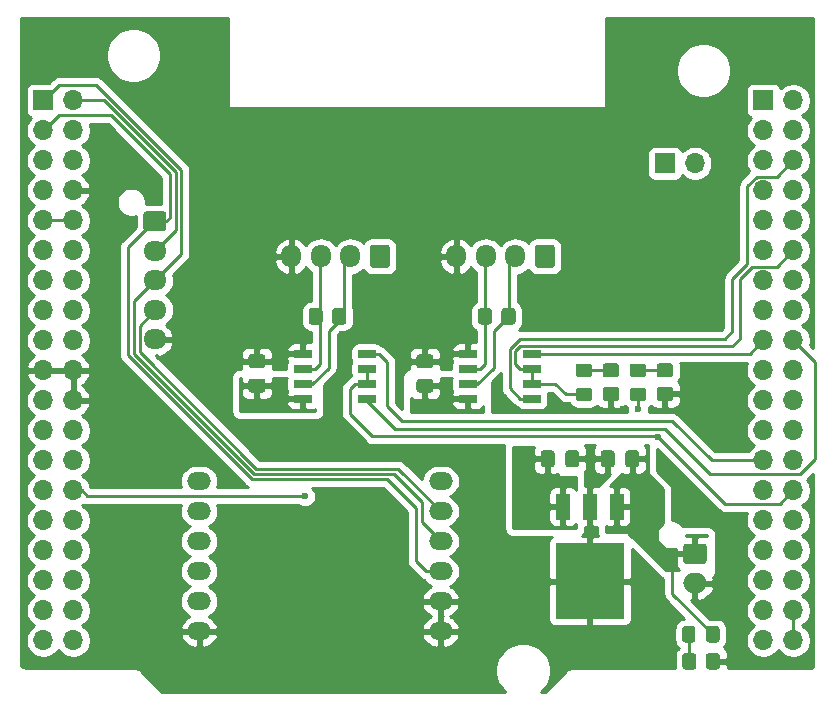
<source format=gtl>
G04 #@! TF.GenerationSoftware,KiCad,Pcbnew,(5.1.10)-1*
G04 #@! TF.CreationDate,2021-07-06T11:56:46+05:30*
G04 #@! TF.ProjectId,STM_Morpho,53544d5f-4d6f-4727-9068-6f2e6b696361,rev?*
G04 #@! TF.SameCoordinates,PX7bfa480PY7270e00*
G04 #@! TF.FileFunction,Copper,L1,Top*
G04 #@! TF.FilePolarity,Positive*
%FSLAX46Y46*%
G04 Gerber Fmt 4.6, Leading zero omitted, Abs format (unit mm)*
G04 Created by KiCad (PCBNEW (5.1.10)-1) date 2021-07-06 11:56:46*
%MOMM*%
%LPD*%
G01*
G04 APERTURE LIST*
G04 #@! TA.AperFunction,ComponentPad*
%ADD10O,1.700000X1.950000*%
G04 #@! TD*
G04 #@! TA.AperFunction,ComponentPad*
%ADD11O,1.700000X1.700000*%
G04 #@! TD*
G04 #@! TA.AperFunction,ComponentPad*
%ADD12R,1.700000X1.700000*%
G04 #@! TD*
G04 #@! TA.AperFunction,ComponentPad*
%ADD13O,2.000000X1.500000*%
G04 #@! TD*
G04 #@! TA.AperFunction,ComponentPad*
%ADD14O,1.950000X1.700000*%
G04 #@! TD*
G04 #@! TA.AperFunction,SMDPad,CuDef*
%ADD15R,5.800000X6.400000*%
G04 #@! TD*
G04 #@! TA.AperFunction,SMDPad,CuDef*
%ADD16R,1.200000X2.200000*%
G04 #@! TD*
G04 #@! TA.AperFunction,ComponentPad*
%ADD17O,2.000000X1.700000*%
G04 #@! TD*
G04 #@! TA.AperFunction,SMDPad,CuDef*
%ADD18R,1.525000X0.650000*%
G04 #@! TD*
G04 #@! TA.AperFunction,ViaPad*
%ADD19C,0.600000*%
G04 #@! TD*
G04 #@! TA.AperFunction,Conductor*
%ADD20C,0.250000*%
G04 #@! TD*
G04 #@! TA.AperFunction,Conductor*
%ADD21C,0.254000*%
G04 #@! TD*
G04 #@! TA.AperFunction,Conductor*
%ADD22C,0.100000*%
G04 #@! TD*
G04 APERTURE END LIST*
D10*
G04 #@! TO.P,RS485A2,4*
G04 #@! TO.N,GND*
X24250000Y35560000D03*
G04 #@! TO.P,RS485A2,3*
G04 #@! TO.N,Net-(IC2-Pad6)*
X26750000Y35560000D03*
G04 #@! TO.P,RS485A2,2*
G04 #@! TO.N,Net-(IC2-Pad7)*
X29250000Y35560000D03*
G04 #@! TO.P,RS485A2,1*
G04 #@! TO.N,N/C*
G04 #@! TA.AperFunction,ComponentPad*
G36*
G01*
X32600000Y36285000D02*
X32600000Y34835000D01*
G75*
G02*
X32350000Y34585000I-250000J0D01*
G01*
X31150000Y34585000D01*
G75*
G02*
X30900000Y34835000I0J250000D01*
G01*
X30900000Y36285000D01*
G75*
G02*
X31150000Y36535000I250000J0D01*
G01*
X32350000Y36535000D01*
G75*
G02*
X32600000Y36285000I0J-250000D01*
G01*
G37*
G04 #@! TD.AperFunction*
G04 #@! TD*
G04 #@! TO.P,R5,2*
G04 #@! TO.N,GND*
G04 #@! TA.AperFunction,SMDPad,CuDef*
G36*
G01*
X59344000Y819999D02*
X59344000Y1720001D01*
G75*
G02*
X59593999Y1970000I249999J0D01*
G01*
X60294001Y1970000D01*
G75*
G02*
X60544000Y1720001I0J-249999D01*
G01*
X60544000Y819999D01*
G75*
G02*
X60294001Y570000I-249999J0D01*
G01*
X59593999Y570000D01*
G75*
G02*
X59344000Y819999I0J249999D01*
G01*
G37*
G04 #@! TD.AperFunction*
G04 #@! TO.P,R5,1*
G04 #@! TO.N,Net-(D5-Pad1)*
G04 #@! TA.AperFunction,SMDPad,CuDef*
G36*
G01*
X57344000Y819999D02*
X57344000Y1720001D01*
G75*
G02*
X57593999Y1970000I249999J0D01*
G01*
X58294001Y1970000D01*
G75*
G02*
X58544000Y1720001I0J-249999D01*
G01*
X58544000Y819999D01*
G75*
G02*
X58294001Y570000I-249999J0D01*
G01*
X57593999Y570000D01*
G75*
G02*
X57344000Y819999I0J249999D01*
G01*
G37*
G04 #@! TD.AperFunction*
G04 #@! TD*
G04 #@! TO.P,R4,2*
G04 #@! TO.N,GND*
G04 #@! TA.AperFunction,SMDPad,CuDef*
G36*
G01*
X55429999Y24508000D02*
X56330001Y24508000D01*
G75*
G02*
X56580000Y24258001I0J-249999D01*
G01*
X56580000Y23557999D01*
G75*
G02*
X56330001Y23308000I-249999J0D01*
G01*
X55429999Y23308000D01*
G75*
G02*
X55180000Y23557999I0J249999D01*
G01*
X55180000Y24258001D01*
G75*
G02*
X55429999Y24508000I249999J0D01*
G01*
G37*
G04 #@! TD.AperFunction*
G04 #@! TO.P,R4,1*
G04 #@! TO.N,Net-(D4-Pad1)*
G04 #@! TA.AperFunction,SMDPad,CuDef*
G36*
G01*
X55429999Y26508000D02*
X56330001Y26508000D01*
G75*
G02*
X56580000Y26258001I0J-249999D01*
G01*
X56580000Y25557999D01*
G75*
G02*
X56330001Y25308000I-249999J0D01*
G01*
X55429999Y25308000D01*
G75*
G02*
X55180000Y25557999I0J249999D01*
G01*
X55180000Y26258001D01*
G75*
G02*
X55429999Y26508000I249999J0D01*
G01*
G37*
G04 #@! TD.AperFunction*
G04 #@! TD*
G04 #@! TO.P,R3,2*
G04 #@! TO.N,GND*
G04 #@! TA.AperFunction,SMDPad,CuDef*
G36*
G01*
X50857999Y24508000D02*
X51758001Y24508000D01*
G75*
G02*
X52008000Y24258001I0J-249999D01*
G01*
X52008000Y23557999D01*
G75*
G02*
X51758001Y23308000I-249999J0D01*
G01*
X50857999Y23308000D01*
G75*
G02*
X50608000Y23557999I0J249999D01*
G01*
X50608000Y24258001D01*
G75*
G02*
X50857999Y24508000I249999J0D01*
G01*
G37*
G04 #@! TD.AperFunction*
G04 #@! TO.P,R3,1*
G04 #@! TO.N,Net-(D3-Pad1)*
G04 #@! TA.AperFunction,SMDPad,CuDef*
G36*
G01*
X50857999Y26508000D02*
X51758001Y26508000D01*
G75*
G02*
X52008000Y26258001I0J-249999D01*
G01*
X52008000Y25557999D01*
G75*
G02*
X51758001Y25308000I-249999J0D01*
G01*
X50857999Y25308000D01*
G75*
G02*
X50608000Y25557999I0J249999D01*
G01*
X50608000Y26258001D01*
G75*
G02*
X50857999Y26508000I249999J0D01*
G01*
G37*
G04 #@! TD.AperFunction*
G04 #@! TD*
G04 #@! TO.P,R2,2*
G04 #@! TO.N,Net-(IC2-Pad6)*
G04 #@! TA.AperFunction,SMDPad,CuDef*
G36*
G01*
X26905000Y30930001D02*
X26905000Y30029999D01*
G75*
G02*
X26655001Y29780000I-249999J0D01*
G01*
X25954999Y29780000D01*
G75*
G02*
X25705000Y30029999I0J249999D01*
G01*
X25705000Y30930001D01*
G75*
G02*
X25954999Y31180000I249999J0D01*
G01*
X26655001Y31180000D01*
G75*
G02*
X26905000Y30930001I0J-249999D01*
G01*
G37*
G04 #@! TD.AperFunction*
G04 #@! TO.P,R2,1*
G04 #@! TO.N,Net-(IC2-Pad7)*
G04 #@! TA.AperFunction,SMDPad,CuDef*
G36*
G01*
X28905000Y30930001D02*
X28905000Y30029999D01*
G75*
G02*
X28655001Y29780000I-249999J0D01*
G01*
X27954999Y29780000D01*
G75*
G02*
X27705000Y30029999I0J249999D01*
G01*
X27705000Y30930001D01*
G75*
G02*
X27954999Y31180000I249999J0D01*
G01*
X28655001Y31180000D01*
G75*
G02*
X28905000Y30930001I0J-249999D01*
G01*
G37*
G04 #@! TD.AperFunction*
G04 #@! TD*
G04 #@! TO.P,D5,2*
G04 #@! TO.N,V_IN*
G04 #@! TA.AperFunction,SMDPad,CuDef*
G36*
G01*
X59369000Y3105999D02*
X59369000Y4006001D01*
G75*
G02*
X59618999Y4256000I249999J0D01*
G01*
X60269001Y4256000D01*
G75*
G02*
X60519000Y4006001I0J-249999D01*
G01*
X60519000Y3105999D01*
G75*
G02*
X60269001Y2856000I-249999J0D01*
G01*
X59618999Y2856000D01*
G75*
G02*
X59369000Y3105999I0J249999D01*
G01*
G37*
G04 #@! TD.AperFunction*
G04 #@! TO.P,D5,1*
G04 #@! TO.N,Net-(D5-Pad1)*
G04 #@! TA.AperFunction,SMDPad,CuDef*
G36*
G01*
X57319000Y3105999D02*
X57319000Y4006001D01*
G75*
G02*
X57568999Y4256000I249999J0D01*
G01*
X58219001Y4256000D01*
G75*
G02*
X58469000Y4006001I0J-249999D01*
G01*
X58469000Y3105999D01*
G75*
G02*
X58219001Y2856000I-249999J0D01*
G01*
X57568999Y2856000D01*
G75*
G02*
X57319000Y3105999I0J249999D01*
G01*
G37*
G04 #@! TD.AperFunction*
G04 #@! TD*
G04 #@! TO.P,D4,2*
G04 #@! TO.N,UART3_DE*
G04 #@! TA.AperFunction,SMDPad,CuDef*
G36*
G01*
X53143999Y24433000D02*
X54044001Y24433000D01*
G75*
G02*
X54294000Y24183001I0J-249999D01*
G01*
X54294000Y23532999D01*
G75*
G02*
X54044001Y23283000I-249999J0D01*
G01*
X53143999Y23283000D01*
G75*
G02*
X52894000Y23532999I0J249999D01*
G01*
X52894000Y24183001D01*
G75*
G02*
X53143999Y24433000I249999J0D01*
G01*
G37*
G04 #@! TD.AperFunction*
G04 #@! TO.P,D4,1*
G04 #@! TO.N,Net-(D4-Pad1)*
G04 #@! TA.AperFunction,SMDPad,CuDef*
G36*
G01*
X53143999Y26483000D02*
X54044001Y26483000D01*
G75*
G02*
X54294000Y26233001I0J-249999D01*
G01*
X54294000Y25582999D01*
G75*
G02*
X54044001Y25333000I-249999J0D01*
G01*
X53143999Y25333000D01*
G75*
G02*
X52894000Y25582999I0J249999D01*
G01*
X52894000Y26233001D01*
G75*
G02*
X53143999Y26483000I249999J0D01*
G01*
G37*
G04 #@! TD.AperFunction*
G04 #@! TD*
G04 #@! TO.P,D3,2*
G04 #@! TO.N,UART1_DE*
G04 #@! TA.AperFunction,SMDPad,CuDef*
G36*
G01*
X48571999Y24433000D02*
X49472001Y24433000D01*
G75*
G02*
X49722000Y24183001I0J-249999D01*
G01*
X49722000Y23532999D01*
G75*
G02*
X49472001Y23283000I-249999J0D01*
G01*
X48571999Y23283000D01*
G75*
G02*
X48322000Y23532999I0J249999D01*
G01*
X48322000Y24183001D01*
G75*
G02*
X48571999Y24433000I249999J0D01*
G01*
G37*
G04 #@! TD.AperFunction*
G04 #@! TO.P,D3,1*
G04 #@! TO.N,Net-(D3-Pad1)*
G04 #@! TA.AperFunction,SMDPad,CuDef*
G36*
G01*
X48571999Y26483000D02*
X49472001Y26483000D01*
G75*
G02*
X49722000Y26233001I0J-249999D01*
G01*
X49722000Y25582999D01*
G75*
G02*
X49472001Y25333000I-249999J0D01*
G01*
X48571999Y25333000D01*
G75*
G02*
X48322000Y25582999I0J249999D01*
G01*
X48322000Y26233001D01*
G75*
G02*
X48571999Y26483000I249999J0D01*
G01*
G37*
G04 #@! TD.AperFunction*
G04 #@! TD*
G04 #@! TO.P,C2,2*
G04 #@! TO.N,GND*
G04 #@! TA.AperFunction,SMDPad,CuDef*
G36*
G01*
X21811000Y26104000D02*
X20861000Y26104000D01*
G75*
G02*
X20611000Y26354000I0J250000D01*
G01*
X20611000Y27029000D01*
G75*
G02*
X20861000Y27279000I250000J0D01*
G01*
X21811000Y27279000D01*
G75*
G02*
X22061000Y27029000I0J-250000D01*
G01*
X22061000Y26354000D01*
G75*
G02*
X21811000Y26104000I-250000J0D01*
G01*
G37*
G04 #@! TD.AperFunction*
G04 #@! TO.P,C2,1*
G04 #@! TO.N,+3V3*
G04 #@! TA.AperFunction,SMDPad,CuDef*
G36*
G01*
X21811000Y24029000D02*
X20861000Y24029000D01*
G75*
G02*
X20611000Y24279000I0J250000D01*
G01*
X20611000Y24954000D01*
G75*
G02*
X20861000Y25204000I250000J0D01*
G01*
X21811000Y25204000D01*
G75*
G02*
X22061000Y24954000I0J-250000D01*
G01*
X22061000Y24279000D01*
G75*
G02*
X21811000Y24029000I-250000J0D01*
G01*
G37*
G04 #@! TD.AperFunction*
G04 #@! TD*
D11*
G04 #@! TO.P,J3,2*
G04 #@! TO.N,V_IN*
X58420000Y43434000D03*
D12*
G04 #@! TO.P,J3,1*
G04 #@! TO.N,E5V*
X55880000Y43434000D03*
G04 #@! TD*
D13*
G04 #@! TO.P,J1,6*
G04 #@! TO.N,INT*
X36900000Y16510000D03*
G04 #@! TO.P,J1,7*
G04 #@! TO.N,SPI_MISO*
X16440000Y16510000D03*
G04 #@! TO.P,J1,5*
G04 #@! TO.N,SPI_CS*
X36900000Y13970000D03*
G04 #@! TO.P,J1,8*
G04 #@! TO.N,RST*
X16440000Y13970000D03*
G04 #@! TO.P,J1,4*
G04 #@! TO.N,SPI_SCLK*
X36900000Y11430000D03*
G04 #@! TO.P,J1,9*
G04 #@! TO.N,N/C*
X16440000Y11430000D03*
G04 #@! TO.P,J1,3*
G04 #@! TO.N,SPI_MOSI*
X36900000Y8890000D03*
G04 #@! TO.P,J1,10*
G04 #@! TO.N,+3V3*
X16440000Y8890000D03*
G04 #@! TO.P,J1,2*
G04 #@! TO.N,GND*
X36900000Y6350000D03*
G04 #@! TO.P,J1,11*
G04 #@! TO.N,+3V3*
X16440000Y6350000D03*
G04 #@! TO.P,J1,1*
G04 #@! TO.N,GND*
X36900000Y3810000D03*
G04 #@! TO.P,J1,12*
X16440000Y3810000D03*
G04 #@! TD*
D14*
G04 #@! TO.P,SPI1,5*
G04 #@! TO.N,GND*
X12700000Y28528000D03*
G04 #@! TO.P,SPI1,4*
G04 #@! TO.N,SPI_CS*
X12700000Y31028000D03*
G04 #@! TO.P,SPI1,3*
G04 #@! TO.N,SPI_SCLK*
X12700000Y33528000D03*
G04 #@! TO.P,SPI1,2*
G04 #@! TO.N,SPI_MISO*
X12700000Y36028000D03*
G04 #@! TO.P,SPI1,1*
G04 #@! TO.N,SPI_MOSI*
G04 #@! TA.AperFunction,ComponentPad*
G36*
G01*
X11975000Y39378000D02*
X13425000Y39378000D01*
G75*
G02*
X13675000Y39128000I0J-250000D01*
G01*
X13675000Y37928000D01*
G75*
G02*
X13425000Y37678000I-250000J0D01*
G01*
X11975000Y37678000D01*
G75*
G02*
X11725000Y37928000I0J250000D01*
G01*
X11725000Y39128000D01*
G75*
G02*
X11975000Y39378000I250000J0D01*
G01*
G37*
G04 #@! TD.AperFunction*
G04 #@! TD*
D15*
G04 #@! TO.P,U1,2*
G04 #@! TO.N,GND*
X49530000Y8060000D03*
D16*
G04 #@! TO.P,U1,3*
G04 #@! TO.N,+3V3*
X47250000Y14360000D03*
G04 #@! TO.P,U1,2*
G04 #@! TO.N,GND*
X49530000Y14360000D03*
G04 #@! TO.P,U1,1*
G04 #@! TO.N,V_IN*
X51810000Y14360000D03*
G04 #@! TD*
D17*
G04 #@! TO.P,J2,2*
G04 #@! TO.N,GND*
X58420000Y7874000D03*
G04 #@! TO.P,J2,1*
G04 #@! TO.N,V_IN*
G04 #@! TA.AperFunction,ComponentPad*
G36*
G01*
X57670000Y11224000D02*
X59170000Y11224000D01*
G75*
G02*
X59420000Y10974000I0J-250000D01*
G01*
X59420000Y9774000D01*
G75*
G02*
X59170000Y9524000I-250000J0D01*
G01*
X57670000Y9524000D01*
G75*
G02*
X57420000Y9774000I0J250000D01*
G01*
X57420000Y10974000D01*
G75*
G02*
X57670000Y11224000I250000J0D01*
G01*
G37*
G04 #@! TD.AperFunction*
G04 #@! TD*
G04 #@! TO.P,C4,2*
G04 #@! TO.N,GND*
G04 #@! TA.AperFunction,SMDPad,CuDef*
G36*
G01*
X47440000Y17940000D02*
X47440000Y18890000D01*
G75*
G02*
X47690000Y19140000I250000J0D01*
G01*
X48365000Y19140000D01*
G75*
G02*
X48615000Y18890000I0J-250000D01*
G01*
X48615000Y17940000D01*
G75*
G02*
X48365000Y17690000I-250000J0D01*
G01*
X47690000Y17690000D01*
G75*
G02*
X47440000Y17940000I0J250000D01*
G01*
G37*
G04 #@! TD.AperFunction*
G04 #@! TO.P,C4,1*
G04 #@! TO.N,+3V3*
G04 #@! TA.AperFunction,SMDPad,CuDef*
G36*
G01*
X45365000Y17940000D02*
X45365000Y18890000D01*
G75*
G02*
X45615000Y19140000I250000J0D01*
G01*
X46290000Y19140000D01*
G75*
G02*
X46540000Y18890000I0J-250000D01*
G01*
X46540000Y17940000D01*
G75*
G02*
X46290000Y17690000I-250000J0D01*
G01*
X45615000Y17690000D01*
G75*
G02*
X45365000Y17940000I0J250000D01*
G01*
G37*
G04 #@! TD.AperFunction*
G04 #@! TD*
G04 #@! TO.P,C3,2*
G04 #@! TO.N,V_IN*
G04 #@! TA.AperFunction,SMDPad,CuDef*
G36*
G01*
X52520000Y17940000D02*
X52520000Y18890000D01*
G75*
G02*
X52770000Y19140000I250000J0D01*
G01*
X53445000Y19140000D01*
G75*
G02*
X53695000Y18890000I0J-250000D01*
G01*
X53695000Y17940000D01*
G75*
G02*
X53445000Y17690000I-250000J0D01*
G01*
X52770000Y17690000D01*
G75*
G02*
X52520000Y17940000I0J250000D01*
G01*
G37*
G04 #@! TD.AperFunction*
G04 #@! TO.P,C3,1*
G04 #@! TO.N,GND*
G04 #@! TA.AperFunction,SMDPad,CuDef*
G36*
G01*
X50445000Y17940000D02*
X50445000Y18890000D01*
G75*
G02*
X50695000Y19140000I250000J0D01*
G01*
X51370000Y19140000D01*
G75*
G02*
X51620000Y18890000I0J-250000D01*
G01*
X51620000Y17940000D01*
G75*
G02*
X51370000Y17690000I-250000J0D01*
G01*
X50695000Y17690000D01*
G75*
G02*
X50445000Y17940000I0J250000D01*
G01*
G37*
G04 #@! TD.AperFunction*
G04 #@! TD*
G04 #@! TO.P,R1,2*
G04 #@! TO.N,Net-(IC1-Pad6)*
G04 #@! TA.AperFunction,SMDPad,CuDef*
G36*
G01*
X41240000Y30930001D02*
X41240000Y30029999D01*
G75*
G02*
X40990001Y29780000I-249999J0D01*
G01*
X40289999Y29780000D01*
G75*
G02*
X40040000Y30029999I0J249999D01*
G01*
X40040000Y30930001D01*
G75*
G02*
X40289999Y31180000I249999J0D01*
G01*
X40990001Y31180000D01*
G75*
G02*
X41240000Y30930001I0J-249999D01*
G01*
G37*
G04 #@! TD.AperFunction*
G04 #@! TO.P,R1,1*
G04 #@! TO.N,Net-(IC1-Pad7)*
G04 #@! TA.AperFunction,SMDPad,CuDef*
G36*
G01*
X43240000Y30930001D02*
X43240000Y30029999D01*
G75*
G02*
X42990001Y29780000I-249999J0D01*
G01*
X42289999Y29780000D01*
G75*
G02*
X42040000Y30029999I0J249999D01*
G01*
X42040000Y30930001D01*
G75*
G02*
X42289999Y31180000I249999J0D01*
G01*
X42990001Y31180000D01*
G75*
G02*
X43240000Y30930001I0J-249999D01*
G01*
G37*
G04 #@! TD.AperFunction*
G04 #@! TD*
G04 #@! TO.P,C1,2*
G04 #@! TO.N,GND*
G04 #@! TA.AperFunction,SMDPad,CuDef*
G36*
G01*
X36035000Y26082500D02*
X35085000Y26082500D01*
G75*
G02*
X34835000Y26332500I0J250000D01*
G01*
X34835000Y27007500D01*
G75*
G02*
X35085000Y27257500I250000J0D01*
G01*
X36035000Y27257500D01*
G75*
G02*
X36285000Y27007500I0J-250000D01*
G01*
X36285000Y26332500D01*
G75*
G02*
X36035000Y26082500I-250000J0D01*
G01*
G37*
G04 #@! TD.AperFunction*
G04 #@! TO.P,C1,1*
G04 #@! TO.N,+3V3*
G04 #@! TA.AperFunction,SMDPad,CuDef*
G36*
G01*
X36035000Y24007500D02*
X35085000Y24007500D01*
G75*
G02*
X34835000Y24257500I0J250000D01*
G01*
X34835000Y24932500D01*
G75*
G02*
X35085000Y25182500I250000J0D01*
G01*
X36035000Y25182500D01*
G75*
G02*
X36285000Y24932500I0J-250000D01*
G01*
X36285000Y24257500D01*
G75*
G02*
X36035000Y24007500I-250000J0D01*
G01*
G37*
G04 #@! TD.AperFunction*
G04 #@! TD*
D11*
G04 #@! TO.P,CN10,38*
G04 #@! TO.N,/NC*
X66750000Y3040000D03*
G04 #@! TO.P,CN10,37*
G04 #@! TO.N,N/C*
X64210000Y3040000D03*
G04 #@! TO.P,CN10,36*
G04 #@! TO.N,/NC*
X66750000Y5580000D03*
G04 #@! TO.P,CN10,35*
G04 #@! TO.N,N/C*
X64210000Y5580000D03*
G04 #@! TO.P,CN10,34*
X66750000Y8120000D03*
G04 #@! TO.P,CN10,33*
X64210000Y8120000D03*
G04 #@! TO.P,CN10,32*
X66750000Y10660000D03*
G04 #@! TO.P,CN10,31*
X64210000Y10660000D03*
G04 #@! TO.P,CN10,30*
X66750000Y13200000D03*
G04 #@! TO.P,CN10,29*
X64210000Y13200000D03*
G04 #@! TO.P,CN10,28*
G04 #@! TO.N,UART3_DE*
X66750000Y15740000D03*
G04 #@! TO.P,CN10,27*
G04 #@! TO.N,N/C*
X64210000Y15740000D03*
G04 #@! TO.P,CN10,26*
X66750000Y18280000D03*
G04 #@! TO.P,CN10,25*
G04 #@! TO.N,UART3_TX*
X64210000Y18280000D03*
G04 #@! TO.P,CN10,24*
G04 #@! TO.N,N/C*
X66750000Y20820000D03*
G04 #@! TO.P,CN10,23*
X64210000Y20820000D03*
G04 #@! TO.P,CN10,22*
X66750000Y23360000D03*
G04 #@! TO.P,CN10,21*
X64210000Y23360000D03*
G04 #@! TO.P,CN10,20*
G04 #@! TO.N,GND*
X66750000Y25900000D03*
G04 #@! TO.P,CN10,19*
G04 #@! TO.N,N/C*
X64210000Y25900000D03*
G04 #@! TO.P,CN10,18*
G04 #@! TO.N,UART3_RX*
X66750000Y28440000D03*
G04 #@! TO.P,CN10,17*
G04 #@! TO.N,UART1_TX*
X64210000Y28440000D03*
G04 #@! TO.P,CN10,16*
G04 #@! TO.N,N/C*
X66750000Y30980000D03*
G04 #@! TO.P,CN10,15*
X64210000Y30980000D03*
G04 #@! TO.P,CN10,14*
X66750000Y33520000D03*
G04 #@! TO.P,CN10,13*
X64210000Y33520000D03*
G04 #@! TO.P,CN10,12*
G04 #@! TO.N,UART1_DE*
X66750000Y36060000D03*
G04 #@! TO.P,CN10,11*
G04 #@! TO.N,N/C*
X64210000Y36060000D03*
G04 #@! TO.P,CN10,10*
G04 #@! TO.N,/NC*
X66750000Y38600000D03*
G04 #@! TO.P,CN10,9*
G04 #@! TO.N,GND*
X64210000Y38600000D03*
G04 #@! TO.P,CN10,8*
G04 #@! TO.N,N/C*
X66750000Y41140000D03*
G04 #@! TO.P,CN10,7*
X64210000Y41140000D03*
G04 #@! TO.P,CN10,6*
G04 #@! TO.N,UART1_RX*
X66750000Y43680000D03*
G04 #@! TO.P,CN10,5*
G04 #@! TO.N,N/C*
X64210000Y43680000D03*
G04 #@! TO.P,CN10,4*
X66750000Y46220000D03*
G04 #@! TO.P,CN10,3*
X64210000Y46220000D03*
G04 #@! TO.P,CN10,2*
X66750000Y48760000D03*
D12*
G04 #@! TO.P,CN10,1*
X64210000Y48760000D03*
G04 #@! TD*
D11*
G04 #@! TO.P,CN7,38*
G04 #@! TO.N,N/C*
X5790000Y3040000D03*
G04 #@! TO.P,CN7,37*
X3250000Y3040000D03*
G04 #@! TO.P,CN7,36*
X5790000Y5580000D03*
G04 #@! TO.P,CN7,35*
X3250000Y5580000D03*
G04 #@! TO.P,CN7,34*
X5790000Y8120000D03*
G04 #@! TO.P,CN7,33*
X3250000Y8120000D03*
G04 #@! TO.P,CN7,32*
X5790000Y10660000D03*
G04 #@! TO.P,CN7,31*
X3250000Y10660000D03*
G04 #@! TO.P,CN7,30*
G04 #@! TO.N,RST*
X5790000Y13200000D03*
G04 #@! TO.P,CN7,29*
G04 #@! TO.N,N/C*
X3250000Y13200000D03*
G04 #@! TO.P,CN7,28*
G04 #@! TO.N,INT*
X5790000Y15740000D03*
G04 #@! TO.P,CN7,27*
G04 #@! TO.N,N/C*
X3250000Y15740000D03*
G04 #@! TO.P,CN7,26*
G04 #@! TO.N,/NC*
X5790000Y18280000D03*
G04 #@! TO.P,CN7,25*
G04 #@! TO.N,N/C*
X3250000Y18280000D03*
G04 #@! TO.P,CN7,24*
X5790000Y20820000D03*
G04 #@! TO.P,CN7,23*
X3250000Y20820000D03*
G04 #@! TO.P,CN7,22*
G04 #@! TO.N,GND*
X5790000Y23360000D03*
G04 #@! TO.P,CN7,21*
G04 #@! TO.N,N/C*
X3250000Y23360000D03*
G04 #@! TO.P,CN7,20*
G04 #@! TO.N,GND*
X5790000Y25900000D03*
G04 #@! TO.P,CN7,19*
X3250000Y25900000D03*
G04 #@! TO.P,CN7,18*
G04 #@! TO.N,N/C*
X5790000Y28440000D03*
G04 #@! TO.P,CN7,17*
G04 #@! TO.N,SPI_CS*
X3250000Y28440000D03*
G04 #@! TO.P,CN7,16*
G04 #@! TO.N,N/C*
X5790000Y30980000D03*
G04 #@! TO.P,CN7,15*
X3250000Y30980000D03*
G04 #@! TO.P,CN7,14*
X5790000Y33520000D03*
G04 #@! TO.P,CN7,13*
X3250000Y33520000D03*
G04 #@! TO.P,CN7,12*
X5790000Y36060000D03*
G04 #@! TO.P,CN7,11*
G04 #@! TO.N,/NC*
X3250000Y36060000D03*
G04 #@! TO.P,CN7,10*
X5790000Y38600000D03*
G04 #@! TO.P,CN7,9*
X3250000Y38600000D03*
G04 #@! TO.P,CN7,8*
G04 #@! TO.N,GND*
X5790000Y41140000D03*
G04 #@! TO.P,CN7,7*
G04 #@! TO.N,N/C*
X3250000Y41140000D03*
G04 #@! TO.P,CN7,6*
G04 #@! TO.N,E5V*
X5790000Y43680000D03*
G04 #@! TO.P,CN7,5*
G04 #@! TO.N,N/C*
X3250000Y43680000D03*
G04 #@! TO.P,CN7,4*
X5790000Y46220000D03*
G04 #@! TO.P,CN7,3*
G04 #@! TO.N,SPI_MOSI*
X3250000Y46220000D03*
G04 #@! TO.P,CN7,2*
G04 #@! TO.N,SPI_MISO*
X5790000Y48760000D03*
D12*
G04 #@! TO.P,CN7,1*
G04 #@! TO.N,SPI_SCLK*
X3250000Y48760000D03*
G04 #@! TD*
D18*
G04 #@! TO.P,IC1,8*
G04 #@! TO.N,+3V3*
X39198000Y23495000D03*
G04 #@! TO.P,IC1,7*
G04 #@! TO.N,Net-(IC1-Pad7)*
X39198000Y24765000D03*
G04 #@! TO.P,IC1,6*
G04 #@! TO.N,Net-(IC1-Pad6)*
X39198000Y26035000D03*
G04 #@! TO.P,IC1,5*
G04 #@! TO.N,GND*
X39198000Y27305000D03*
G04 #@! TO.P,IC1,4*
G04 #@! TO.N,UART1_TX*
X44622000Y27305000D03*
G04 #@! TO.P,IC1,3*
G04 #@! TO.N,UART1_DE*
X44622000Y26035000D03*
G04 #@! TO.P,IC1,2*
X44622000Y24765000D03*
G04 #@! TO.P,IC1,1*
G04 #@! TO.N,UART1_RX*
X44622000Y23495000D03*
G04 #@! TD*
G04 #@! TO.P,IC2,1*
G04 #@! TO.N,UART3_RX*
X30652000Y23495000D03*
G04 #@! TO.P,IC2,2*
G04 #@! TO.N,UART3_DE*
X30652000Y24765000D03*
G04 #@! TO.P,IC2,3*
X30652000Y26035000D03*
G04 #@! TO.P,IC2,4*
G04 #@! TO.N,UART3_TX*
X30652000Y27305000D03*
G04 #@! TO.P,IC2,5*
G04 #@! TO.N,GND*
X25228000Y27305000D03*
G04 #@! TO.P,IC2,6*
G04 #@! TO.N,Net-(IC2-Pad6)*
X25228000Y26035000D03*
G04 #@! TO.P,IC2,7*
G04 #@! TO.N,Net-(IC2-Pad7)*
X25228000Y24765000D03*
G04 #@! TO.P,IC2,8*
G04 #@! TO.N,+3V3*
X25228000Y23495000D03*
G04 #@! TD*
G04 #@! TO.P,RS485A1,1*
G04 #@! TO.N,N/C*
G04 #@! TA.AperFunction,ComponentPad*
G36*
G01*
X46570000Y36285000D02*
X46570000Y34835000D01*
G75*
G02*
X46320000Y34585000I-250000J0D01*
G01*
X45120000Y34585000D01*
G75*
G02*
X44870000Y34835000I0J250000D01*
G01*
X44870000Y36285000D01*
G75*
G02*
X45120000Y36535000I250000J0D01*
G01*
X46320000Y36535000D01*
G75*
G02*
X46570000Y36285000I0J-250000D01*
G01*
G37*
G04 #@! TD.AperFunction*
D10*
G04 #@! TO.P,RS485A1,2*
G04 #@! TO.N,Net-(IC1-Pad7)*
X43220000Y35560000D03*
G04 #@! TO.P,RS485A1,3*
G04 #@! TO.N,Net-(IC1-Pad6)*
X40720000Y35560000D03*
G04 #@! TO.P,RS485A1,4*
G04 #@! TO.N,GND*
X38220000Y35560000D03*
G04 #@! TD*
D19*
G04 #@! TO.N,GND*
X53213000Y48387000D03*
X54483000Y48387000D03*
X55753000Y48387000D03*
X53213000Y29972000D03*
X54483000Y29972000D03*
X55753000Y29972000D03*
X20955000Y0D03*
X22225000Y0D03*
X23495000Y0D03*
X61595000Y22860000D03*
X61595000Y24130000D03*
X61595000Y25400000D03*
X9525000Y19050000D03*
X10795000Y19050000D03*
X12065000Y19050000D03*
X14605000Y48260000D03*
X15875000Y48260000D03*
X17145000Y48260000D03*
X52324000Y22606000D03*
G04 #@! TO.N,+3V3*
X37465000Y23495000D03*
X36195000Y22860000D03*
X34925000Y22860000D03*
X37465000Y24765000D03*
X23495000Y24765000D03*
X23495000Y23495000D03*
X22225000Y22860000D03*
X20955000Y22860000D03*
X44450000Y18415000D03*
X44450000Y17145000D03*
X44450000Y15875000D03*
X44450000Y14605000D03*
X44450000Y13335000D03*
G04 #@! TO.N,INT*
X25400000Y15240000D03*
G04 #@! TO.N,UART3_DE*
X55308500Y20256500D03*
X53594000Y22606000D03*
G04 #@! TD*
D20*
G04 #@! TO.N,/NC*
X66750000Y5580000D02*
X66750000Y3250000D01*
X66750000Y3250000D02*
X66675000Y3175000D01*
X3250000Y38600000D02*
X5834000Y38600000D01*
X5834000Y38600000D02*
X5842000Y38608000D01*
G04 #@! TO.N,INT*
X5790000Y15740000D02*
X6485000Y15740000D01*
X6985000Y15240000D02*
X25400000Y15240000D01*
X6485000Y15740000D02*
X6985000Y15240000D01*
G04 #@! TO.N,SPI_CS*
X33284990Y17585010D02*
X21276990Y17585010D01*
X36900000Y13970000D02*
X33284990Y17585010D01*
X11399990Y27462010D02*
X11399990Y29687990D01*
X21276990Y17585010D02*
X11399990Y27462010D01*
X11399990Y29687990D02*
X12700000Y30988000D01*
G04 #@! TO.N,SPI_MOSI*
X10414000Y36322000D02*
X12700000Y38608000D01*
X32337009Y16684991D02*
X20904188Y16684992D01*
X34798000Y14224000D02*
X32337009Y16684991D01*
X10414000Y27175180D02*
X10414000Y36322000D01*
X34798000Y9742000D02*
X34798000Y14224000D01*
X20904188Y16684992D02*
X10414000Y27175180D01*
X35650000Y8890000D02*
X34798000Y9742000D01*
X36900000Y8890000D02*
X35650000Y8890000D01*
X13970000Y38823000D02*
X13970000Y42543590D01*
X13675000Y38528000D02*
X13970000Y38823000D01*
X12700000Y38528000D02*
X13675000Y38528000D01*
X13970000Y42543590D02*
X9015590Y47498000D01*
X9015590Y47498000D02*
X4572000Y47498000D01*
X4572000Y47498000D02*
X3302000Y46228000D01*
X3302000Y46228000D02*
X3048000Y46228000D01*
G04 #@! TO.N,SPI_MISO*
X12700000Y36028000D02*
X14478000Y37806000D01*
X14478000Y37806000D02*
X14478000Y42672000D01*
X14478000Y42672000D02*
X8382000Y48768000D01*
X8382000Y48768000D02*
X5588000Y48768000D01*
G04 #@! TO.N,SPI_SCLK*
X36900000Y11430000D02*
X35276795Y13053205D01*
X35276795Y14761205D02*
X32903000Y17135000D01*
X35276795Y13053205D02*
X35276795Y14761205D01*
X32903000Y17135000D02*
X21090589Y17135001D01*
X10949980Y27275610D02*
X10949980Y31777980D01*
X21090589Y17135001D02*
X10949980Y27275610D01*
X10949980Y31777980D02*
X12700000Y33528000D01*
X14928009Y42858401D02*
X7748410Y50038000D01*
X14928009Y35756009D02*
X14928009Y42858401D01*
X12700000Y33528000D02*
X14928009Y35756009D01*
X7748410Y50038000D02*
X4572000Y50038000D01*
X4572000Y50038000D02*
X3302000Y48768000D01*
G04 #@! TO.N,UART3_DE*
X29639500Y24765000D02*
X30652000Y24765000D01*
X29210000Y24335500D02*
X29639500Y24765000D01*
X31115000Y20320000D02*
X29210000Y22225000D01*
X55245000Y20320000D02*
X31115000Y20320000D01*
X60960000Y14605000D02*
X55308500Y20256500D01*
X29210000Y22225000D02*
X29210000Y24335500D01*
X63645999Y14564999D02*
X63605998Y14605000D01*
X64814002Y14605000D02*
X64774001Y14564999D01*
X63605998Y14605000D02*
X60960000Y14605000D01*
X65615000Y14605000D02*
X64814002Y14605000D01*
X64774001Y14564999D02*
X63645999Y14564999D01*
X66750000Y15740000D02*
X65615000Y14605000D01*
X30652000Y26035000D02*
X30652000Y24765000D01*
X55308500Y20256500D02*
X55245000Y20320000D01*
X53594000Y23858000D02*
X53594000Y22606000D01*
G04 #@! TO.N,UART3_TX*
X31664500Y27305000D02*
X30652000Y27305000D01*
X32385000Y26584500D02*
X31664500Y27305000D01*
X32385000Y22860000D02*
X32385000Y26584500D01*
X59825000Y18280000D02*
X56515000Y21590000D01*
X33655000Y21590000D02*
X32385000Y22860000D01*
X56515000Y21590000D02*
X33655000Y21590000D01*
X64210000Y18280000D02*
X59825000Y18280000D01*
G04 #@! TO.N,UART3_RX*
X59729296Y17104999D02*
X67314001Y17104999D01*
X55879295Y20955000D02*
X59729296Y17104999D01*
X68580000Y26610000D02*
X66750000Y28440000D01*
X33020000Y20955000D02*
X55879295Y20955000D01*
X30652000Y23323000D02*
X33020000Y20955000D01*
X68580000Y18370998D02*
X68580000Y26610000D01*
X67314001Y17104999D02*
X68580000Y18370998D01*
X30652000Y23495000D02*
X30652000Y23323000D01*
G04 #@! TO.N,UART1_TX*
X63075000Y27305000D02*
X64210000Y28440000D01*
X44622000Y27305000D02*
X63075000Y27305000D01*
G04 #@! TO.N,UART1_DE*
X43609500Y26035000D02*
X43180000Y26464500D01*
X44622000Y26035000D02*
X43609500Y26035000D01*
X43599499Y27955001D02*
X45704999Y27955001D01*
X43180000Y27535502D02*
X43599499Y27955001D01*
X43180000Y26464500D02*
X43180000Y27535502D01*
X45704999Y27955001D02*
X45720000Y27940000D01*
X45720000Y27940000D02*
X61595000Y27940000D01*
X61595000Y27940000D02*
X62230000Y28575000D01*
X62230000Y28575000D02*
X62230000Y33655000D01*
X65385001Y34695001D02*
X66750000Y36060000D01*
X63270001Y34695001D02*
X65385001Y34695001D01*
X62230000Y33655000D02*
X63270001Y34695001D01*
X44622000Y26035000D02*
X44622000Y24765000D01*
X44622000Y24765000D02*
X46609000Y24765000D01*
X46609000Y24765000D02*
X47498000Y23876000D01*
X47498000Y23876000D02*
X49022000Y23876000D01*
G04 #@! TO.N,UART1_RX*
X63645999Y42315001D02*
X65385001Y42315001D01*
X62865000Y41534002D02*
X63645999Y42315001D01*
X62865000Y34926410D02*
X62865000Y41534002D01*
X61595000Y33656410D02*
X62865000Y34926410D01*
X65385001Y42315001D02*
X66750000Y43680000D01*
X61595000Y29210000D02*
X61595000Y33656410D01*
X43583088Y28575000D02*
X60960000Y28575000D01*
X60960000Y28575000D02*
X61595000Y29210000D01*
X42729991Y27721903D02*
X43583088Y28575000D01*
X42729991Y24374509D02*
X42729991Y27721903D01*
X43609500Y23495000D02*
X42729991Y24374509D01*
X44622000Y23495000D02*
X43609500Y23495000D01*
G04 #@! TO.N,V_IN*
X59690000Y3810000D02*
X59690000Y3175000D01*
X56515000Y6985000D02*
X59690000Y3810000D01*
X56515000Y10160000D02*
X56515000Y6985000D01*
X56729000Y10374000D02*
X56515000Y10160000D01*
X58420000Y10374000D02*
X56729000Y10374000D01*
G04 #@! TO.N,Net-(D3-Pad1)*
X49022000Y25908000D02*
X51308000Y25908000D01*
G04 #@! TO.N,Net-(D4-Pad1)*
X53594000Y25908000D02*
X55880000Y25908000D01*
G04 #@! TO.N,Net-(D5-Pad1)*
X57894000Y3556000D02*
X57894000Y1379000D01*
X57894000Y1379000D02*
X57785000Y1270000D01*
G04 #@! TO.N,Net-(IC1-Pad7)*
X42640000Y30480000D02*
X41370000Y29210000D01*
X41370000Y29210000D02*
X41370000Y26130000D01*
X40005000Y24765000D02*
X39198000Y24765000D01*
X41370000Y26130000D02*
X40005000Y24765000D01*
X42640000Y34980000D02*
X43220000Y35560000D01*
X42640000Y30480000D02*
X42640000Y34980000D01*
G04 #@! TO.N,Net-(IC1-Pad6)*
X40210500Y26035000D02*
X39198000Y26035000D01*
X40640000Y26464500D02*
X40210500Y26035000D01*
X40640000Y30480000D02*
X40640000Y26464500D01*
X40640000Y35480000D02*
X40720000Y35560000D01*
X40640000Y30480000D02*
X40640000Y35480000D01*
G04 #@! TO.N,Net-(IC2-Pad6)*
X26240500Y26035000D02*
X25228000Y26035000D01*
X26670000Y26464500D02*
X26240500Y26035000D01*
X26670000Y30480000D02*
X26670000Y26464500D01*
X26670000Y35480000D02*
X26750000Y35560000D01*
X26670000Y30480000D02*
X26670000Y35480000D01*
G04 #@! TO.N,Net-(IC2-Pad7)*
X28670000Y30480000D02*
X27400000Y29210000D01*
X26035000Y24765000D02*
X25228000Y24765000D01*
X27400000Y26130000D02*
X26035000Y24765000D01*
X27400000Y29210000D02*
X27400000Y26130000D01*
X28670000Y34980000D02*
X29250000Y35560000D01*
X28670000Y30480000D02*
X28670000Y34980000D01*
G04 #@! TD*
D21*
G04 #@! TO.N,V_IN*
X54483000Y17145000D02*
X54485440Y17120224D01*
X54492667Y17096399D01*
X54504403Y17074443D01*
X54520197Y17055197D01*
X55753000Y15822394D01*
X55753000Y13013647D01*
X55632733Y12933287D01*
X55460713Y12761267D01*
X55325557Y12558992D01*
X55232460Y12334236D01*
X55185000Y12095637D01*
X55185000Y11852363D01*
X55232460Y11613764D01*
X55325557Y11389008D01*
X55460713Y11186733D01*
X55632733Y11014713D01*
X55835008Y10879557D01*
X56059764Y10786460D01*
X56298363Y10739000D01*
X56541637Y10739000D01*
X56780236Y10786460D01*
X56784301Y10788144D01*
X56785000Y10659750D01*
X56943750Y10501000D01*
X58293000Y10501000D01*
X58293000Y11700250D01*
X58134250Y11859000D01*
X57655000Y11861061D01*
X57655000Y11938000D01*
X59436000Y11938000D01*
X59436000Y11860496D01*
X59420000Y11862072D01*
X58705750Y11859000D01*
X58547000Y11700250D01*
X58547000Y10501000D01*
X58567000Y10501000D01*
X58567000Y10247000D01*
X58547000Y10247000D01*
X58547000Y10227000D01*
X58293000Y10227000D01*
X58293000Y10247000D01*
X56943750Y10247000D01*
X56785000Y10088250D01*
X56781928Y9524000D01*
X56794188Y9399518D01*
X56830498Y9279820D01*
X56889463Y9169506D01*
X56968815Y9072815D01*
X57036826Y9017000D01*
X55932606Y9017000D01*
X52794803Y12154803D01*
X52775557Y12170597D01*
X52753601Y12182333D01*
X52729776Y12189560D01*
X52705000Y12192000D01*
X50927000Y12192000D01*
X50927000Y12691248D01*
X50965820Y12670498D01*
X51085518Y12634188D01*
X51210000Y12621928D01*
X51524250Y12625000D01*
X51683000Y12783750D01*
X51683000Y14233000D01*
X51937000Y14233000D01*
X51937000Y12783750D01*
X52095750Y12625000D01*
X52410000Y12621928D01*
X52534482Y12634188D01*
X52654180Y12670498D01*
X52764494Y12729463D01*
X52861185Y12808815D01*
X52940537Y12905506D01*
X52999502Y13015820D01*
X53035812Y13135518D01*
X53048072Y13260000D01*
X53045000Y14074250D01*
X52886250Y14233000D01*
X51937000Y14233000D01*
X51683000Y14233000D01*
X51663000Y14233000D01*
X51663000Y14487000D01*
X51683000Y14487000D01*
X51683000Y15936250D01*
X51937000Y15936250D01*
X51937000Y14487000D01*
X52886250Y14487000D01*
X53045000Y14645750D01*
X53048072Y15460000D01*
X53035812Y15584482D01*
X52999502Y15704180D01*
X52940537Y15814494D01*
X52861185Y15911185D01*
X52764494Y15990537D01*
X52654180Y16049502D01*
X52534482Y16085812D01*
X52410000Y16098072D01*
X52095750Y16095000D01*
X51937000Y15936250D01*
X51683000Y15936250D01*
X51524250Y16095000D01*
X51210000Y16098072D01*
X51201878Y16097272D01*
X52159803Y17055197D01*
X52175597Y17074443D01*
X52187333Y17096399D01*
X52194560Y17120224D01*
X52196778Y17142747D01*
X52275820Y17100498D01*
X52395518Y17064188D01*
X52520000Y17051928D01*
X52821750Y17055000D01*
X52980500Y17213750D01*
X52980500Y18288000D01*
X53234500Y18288000D01*
X53234500Y17213750D01*
X53393250Y17055000D01*
X53695000Y17051928D01*
X53819482Y17064188D01*
X53939180Y17100498D01*
X54049494Y17159463D01*
X54146185Y17238815D01*
X54225537Y17335506D01*
X54284502Y17445820D01*
X54320812Y17565518D01*
X54333072Y17690000D01*
X54330000Y18129250D01*
X54171250Y18288000D01*
X53234500Y18288000D01*
X52980500Y18288000D01*
X52960500Y18288000D01*
X52960500Y18542000D01*
X52980500Y18542000D01*
X52980500Y18562000D01*
X53234500Y18562000D01*
X53234500Y18542000D01*
X54171250Y18542000D01*
X54330000Y18700750D01*
X54333072Y19140000D01*
X54320812Y19264482D01*
X54284502Y19384180D01*
X54225537Y19494494D01*
X54173419Y19558000D01*
X54483000Y19558000D01*
X54483000Y17145000D01*
G04 #@! TA.AperFunction,Conductor*
D22*
G36*
X54483000Y17145000D02*
G01*
X54485440Y17120224D01*
X54492667Y17096399D01*
X54504403Y17074443D01*
X54520197Y17055197D01*
X55753000Y15822394D01*
X55753000Y13013647D01*
X55632733Y12933287D01*
X55460713Y12761267D01*
X55325557Y12558992D01*
X55232460Y12334236D01*
X55185000Y12095637D01*
X55185000Y11852363D01*
X55232460Y11613764D01*
X55325557Y11389008D01*
X55460713Y11186733D01*
X55632733Y11014713D01*
X55835008Y10879557D01*
X56059764Y10786460D01*
X56298363Y10739000D01*
X56541637Y10739000D01*
X56780236Y10786460D01*
X56784301Y10788144D01*
X56785000Y10659750D01*
X56943750Y10501000D01*
X58293000Y10501000D01*
X58293000Y11700250D01*
X58134250Y11859000D01*
X57655000Y11861061D01*
X57655000Y11938000D01*
X59436000Y11938000D01*
X59436000Y11860496D01*
X59420000Y11862072D01*
X58705750Y11859000D01*
X58547000Y11700250D01*
X58547000Y10501000D01*
X58567000Y10501000D01*
X58567000Y10247000D01*
X58547000Y10247000D01*
X58547000Y10227000D01*
X58293000Y10227000D01*
X58293000Y10247000D01*
X56943750Y10247000D01*
X56785000Y10088250D01*
X56781928Y9524000D01*
X56794188Y9399518D01*
X56830498Y9279820D01*
X56889463Y9169506D01*
X56968815Y9072815D01*
X57036826Y9017000D01*
X55932606Y9017000D01*
X52794803Y12154803D01*
X52775557Y12170597D01*
X52753601Y12182333D01*
X52729776Y12189560D01*
X52705000Y12192000D01*
X50927000Y12192000D01*
X50927000Y12691248D01*
X50965820Y12670498D01*
X51085518Y12634188D01*
X51210000Y12621928D01*
X51524250Y12625000D01*
X51683000Y12783750D01*
X51683000Y14233000D01*
X51937000Y14233000D01*
X51937000Y12783750D01*
X52095750Y12625000D01*
X52410000Y12621928D01*
X52534482Y12634188D01*
X52654180Y12670498D01*
X52764494Y12729463D01*
X52861185Y12808815D01*
X52940537Y12905506D01*
X52999502Y13015820D01*
X53035812Y13135518D01*
X53048072Y13260000D01*
X53045000Y14074250D01*
X52886250Y14233000D01*
X51937000Y14233000D01*
X51683000Y14233000D01*
X51663000Y14233000D01*
X51663000Y14487000D01*
X51683000Y14487000D01*
X51683000Y15936250D01*
X51937000Y15936250D01*
X51937000Y14487000D01*
X52886250Y14487000D01*
X53045000Y14645750D01*
X53048072Y15460000D01*
X53035812Y15584482D01*
X52999502Y15704180D01*
X52940537Y15814494D01*
X52861185Y15911185D01*
X52764494Y15990537D01*
X52654180Y16049502D01*
X52534482Y16085812D01*
X52410000Y16098072D01*
X52095750Y16095000D01*
X51937000Y15936250D01*
X51683000Y15936250D01*
X51524250Y16095000D01*
X51210000Y16098072D01*
X51201878Y16097272D01*
X52159803Y17055197D01*
X52175597Y17074443D01*
X52187333Y17096399D01*
X52194560Y17120224D01*
X52196778Y17142747D01*
X52275820Y17100498D01*
X52395518Y17064188D01*
X52520000Y17051928D01*
X52821750Y17055000D01*
X52980500Y17213750D01*
X52980500Y18288000D01*
X53234500Y18288000D01*
X53234500Y17213750D01*
X53393250Y17055000D01*
X53695000Y17051928D01*
X53819482Y17064188D01*
X53939180Y17100498D01*
X54049494Y17159463D01*
X54146185Y17238815D01*
X54225537Y17335506D01*
X54284502Y17445820D01*
X54320812Y17565518D01*
X54333072Y17690000D01*
X54330000Y18129250D01*
X54171250Y18288000D01*
X53234500Y18288000D01*
X52980500Y18288000D01*
X52960500Y18288000D01*
X52960500Y18542000D01*
X52980500Y18542000D01*
X52980500Y18562000D01*
X53234500Y18562000D01*
X53234500Y18542000D01*
X54171250Y18542000D01*
X54330000Y18700750D01*
X54333072Y19140000D01*
X54320812Y19264482D01*
X54284502Y19384180D01*
X54225537Y19494494D01*
X54173419Y19558000D01*
X54483000Y19558000D01*
X54483000Y17145000D01*
G37*
G04 #@! TD.AperFunction*
G04 #@! TD*
D21*
G04 #@! TO.N,+3V3*
X37809688Y25214482D02*
X37797428Y25090000D01*
X37797428Y24440000D01*
X37809688Y24315518D01*
X37845998Y24195820D01*
X37881180Y24130000D01*
X37845998Y24064180D01*
X37809688Y23944482D01*
X37797428Y23820000D01*
X37800500Y23780750D01*
X37959250Y23622000D01*
X39071000Y23622000D01*
X39071000Y23642000D01*
X39325000Y23642000D01*
X39325000Y23622000D01*
X39345000Y23622000D01*
X39345000Y23368000D01*
X39325000Y23368000D01*
X39325000Y22693750D01*
X39483750Y22535000D01*
X39960500Y22531928D01*
X40084982Y22544188D01*
X40204680Y22580498D01*
X40314994Y22639463D01*
X40411685Y22718815D01*
X40491037Y22815506D01*
X40513000Y22856595D01*
X40513000Y22352000D01*
X34417000Y22352000D01*
X34417000Y23170000D01*
X37797428Y23170000D01*
X37809688Y23045518D01*
X37845998Y22925820D01*
X37904963Y22815506D01*
X37984315Y22718815D01*
X38081006Y22639463D01*
X38191320Y22580498D01*
X38311018Y22544188D01*
X38435500Y22531928D01*
X38912250Y22535000D01*
X39071000Y22693750D01*
X39071000Y23368000D01*
X37959250Y23368000D01*
X37800500Y23209250D01*
X37797428Y23170000D01*
X34417000Y23170000D01*
X34417000Y23529081D01*
X34480506Y23476963D01*
X34590820Y23417998D01*
X34710518Y23381688D01*
X34835000Y23369428D01*
X35274250Y23372500D01*
X35433000Y23531250D01*
X35433000Y24468000D01*
X35687000Y24468000D01*
X35687000Y23531250D01*
X35845750Y23372500D01*
X36285000Y23369428D01*
X36409482Y23381688D01*
X36529180Y23417998D01*
X36639494Y23476963D01*
X36736185Y23556315D01*
X36815537Y23653006D01*
X36874502Y23763320D01*
X36910812Y23883018D01*
X36923072Y24007500D01*
X36920000Y24309250D01*
X36761250Y24468000D01*
X35687000Y24468000D01*
X35433000Y24468000D01*
X35413000Y24468000D01*
X35413000Y24722000D01*
X35433000Y24722000D01*
X35433000Y24742000D01*
X35687000Y24742000D01*
X35687000Y24722000D01*
X36761250Y24722000D01*
X36920000Y24880750D01*
X36923072Y25182500D01*
X36914159Y25273000D01*
X37827439Y25273000D01*
X37809688Y25214482D01*
G04 #@! TA.AperFunction,Conductor*
D22*
G36*
X37809688Y25214482D02*
G01*
X37797428Y25090000D01*
X37797428Y24440000D01*
X37809688Y24315518D01*
X37845998Y24195820D01*
X37881180Y24130000D01*
X37845998Y24064180D01*
X37809688Y23944482D01*
X37797428Y23820000D01*
X37800500Y23780750D01*
X37959250Y23622000D01*
X39071000Y23622000D01*
X39071000Y23642000D01*
X39325000Y23642000D01*
X39325000Y23622000D01*
X39345000Y23622000D01*
X39345000Y23368000D01*
X39325000Y23368000D01*
X39325000Y22693750D01*
X39483750Y22535000D01*
X39960500Y22531928D01*
X40084982Y22544188D01*
X40204680Y22580498D01*
X40314994Y22639463D01*
X40411685Y22718815D01*
X40491037Y22815506D01*
X40513000Y22856595D01*
X40513000Y22352000D01*
X34417000Y22352000D01*
X34417000Y23170000D01*
X37797428Y23170000D01*
X37809688Y23045518D01*
X37845998Y22925820D01*
X37904963Y22815506D01*
X37984315Y22718815D01*
X38081006Y22639463D01*
X38191320Y22580498D01*
X38311018Y22544188D01*
X38435500Y22531928D01*
X38912250Y22535000D01*
X39071000Y22693750D01*
X39071000Y23368000D01*
X37959250Y23368000D01*
X37800500Y23209250D01*
X37797428Y23170000D01*
X34417000Y23170000D01*
X34417000Y23529081D01*
X34480506Y23476963D01*
X34590820Y23417998D01*
X34710518Y23381688D01*
X34835000Y23369428D01*
X35274250Y23372500D01*
X35433000Y23531250D01*
X35433000Y24468000D01*
X35687000Y24468000D01*
X35687000Y23531250D01*
X35845750Y23372500D01*
X36285000Y23369428D01*
X36409482Y23381688D01*
X36529180Y23417998D01*
X36639494Y23476963D01*
X36736185Y23556315D01*
X36815537Y23653006D01*
X36874502Y23763320D01*
X36910812Y23883018D01*
X36923072Y24007500D01*
X36920000Y24309250D01*
X36761250Y24468000D01*
X35687000Y24468000D01*
X35433000Y24468000D01*
X35413000Y24468000D01*
X35413000Y24722000D01*
X35433000Y24722000D01*
X35433000Y24742000D01*
X35687000Y24742000D01*
X35687000Y24722000D01*
X36761250Y24722000D01*
X36920000Y24880750D01*
X36923072Y25182500D01*
X36914159Y25273000D01*
X37827439Y25273000D01*
X37809688Y25214482D01*
G37*
G04 #@! TD.AperFunction*
G04 #@! TD*
D21*
G04 #@! TO.N,GND*
X18923000Y48260000D02*
X18925440Y48235224D01*
X18932667Y48211399D01*
X18944403Y48189443D01*
X18960197Y48170197D01*
X18979443Y48154403D01*
X19001399Y48142667D01*
X19025224Y48135440D01*
X19050000Y48133000D01*
X50800000Y48133000D01*
X50824776Y48135440D01*
X50848601Y48142667D01*
X50870557Y48154403D01*
X50889803Y48170197D01*
X50905597Y48189443D01*
X50917333Y48211399D01*
X50924560Y48235224D01*
X50927000Y48260000D01*
X50927000Y51530340D01*
X56791316Y51530340D01*
X56791316Y51069660D01*
X56881190Y50617831D01*
X57057485Y50192218D01*
X57313425Y49809176D01*
X57639176Y49483425D01*
X58022218Y49227485D01*
X58447831Y49051190D01*
X58899660Y48961316D01*
X59360340Y48961316D01*
X59812169Y49051190D01*
X60237782Y49227485D01*
X60620824Y49483425D01*
X60946575Y49809176D01*
X61202515Y50192218D01*
X61378810Y50617831D01*
X61468684Y51069660D01*
X61468684Y51530340D01*
X61378810Y51982169D01*
X61202515Y52407782D01*
X60946575Y52790824D01*
X60620824Y53116575D01*
X60237782Y53372515D01*
X59812169Y53548810D01*
X59360340Y53638684D01*
X58899660Y53638684D01*
X58447831Y53548810D01*
X58022218Y53372515D01*
X57639176Y53116575D01*
X57313425Y52790824D01*
X57057485Y52407782D01*
X56881190Y51982169D01*
X56791316Y51530340D01*
X50927000Y51530340D01*
X50927000Y55753000D01*
X68453000Y55753000D01*
X68453000Y27811802D01*
X68191210Y28073592D01*
X68235000Y28293740D01*
X68235000Y28586260D01*
X68177932Y28873158D01*
X68065990Y29143411D01*
X67903475Y29386632D01*
X67696632Y29593475D01*
X67522240Y29710000D01*
X67696632Y29826525D01*
X67903475Y30033368D01*
X68065990Y30276589D01*
X68177932Y30546842D01*
X68235000Y30833740D01*
X68235000Y31126260D01*
X68177932Y31413158D01*
X68065990Y31683411D01*
X67903475Y31926632D01*
X67696632Y32133475D01*
X67522240Y32250000D01*
X67696632Y32366525D01*
X67903475Y32573368D01*
X68065990Y32816589D01*
X68177932Y33086842D01*
X68235000Y33373740D01*
X68235000Y33666260D01*
X68177932Y33953158D01*
X68065990Y34223411D01*
X67903475Y34466632D01*
X67696632Y34673475D01*
X67522240Y34790000D01*
X67696632Y34906525D01*
X67903475Y35113368D01*
X68065990Y35356589D01*
X68177932Y35626842D01*
X68235000Y35913740D01*
X68235000Y36206260D01*
X68177932Y36493158D01*
X68065990Y36763411D01*
X67903475Y37006632D01*
X67696632Y37213475D01*
X67522240Y37330000D01*
X67696632Y37446525D01*
X67903475Y37653368D01*
X68065990Y37896589D01*
X68177932Y38166842D01*
X68235000Y38453740D01*
X68235000Y38746260D01*
X68177932Y39033158D01*
X68065990Y39303411D01*
X67903475Y39546632D01*
X67696632Y39753475D01*
X67522240Y39870000D01*
X67696632Y39986525D01*
X67903475Y40193368D01*
X68065990Y40436589D01*
X68177932Y40706842D01*
X68235000Y40993740D01*
X68235000Y41286260D01*
X68177932Y41573158D01*
X68065990Y41843411D01*
X67903475Y42086632D01*
X67696632Y42293475D01*
X67522240Y42410000D01*
X67696632Y42526525D01*
X67903475Y42733368D01*
X68065990Y42976589D01*
X68177932Y43246842D01*
X68235000Y43533740D01*
X68235000Y43826260D01*
X68177932Y44113158D01*
X68065990Y44383411D01*
X67903475Y44626632D01*
X67696632Y44833475D01*
X67522240Y44950000D01*
X67696632Y45066525D01*
X67903475Y45273368D01*
X68065990Y45516589D01*
X68177932Y45786842D01*
X68235000Y46073740D01*
X68235000Y46366260D01*
X68177932Y46653158D01*
X68065990Y46923411D01*
X67903475Y47166632D01*
X67696632Y47373475D01*
X67522240Y47490000D01*
X67696632Y47606525D01*
X67903475Y47813368D01*
X68065990Y48056589D01*
X68177932Y48326842D01*
X68235000Y48613740D01*
X68235000Y48906260D01*
X68177932Y49193158D01*
X68065990Y49463411D01*
X67903475Y49706632D01*
X67696632Y49913475D01*
X67453411Y50075990D01*
X67183158Y50187932D01*
X66896260Y50245000D01*
X66603740Y50245000D01*
X66316842Y50187932D01*
X66046589Y50075990D01*
X65803368Y49913475D01*
X65671513Y49781620D01*
X65649502Y49854180D01*
X65590537Y49964494D01*
X65511185Y50061185D01*
X65414494Y50140537D01*
X65304180Y50199502D01*
X65184482Y50235812D01*
X65060000Y50248072D01*
X63360000Y50248072D01*
X63235518Y50235812D01*
X63115820Y50199502D01*
X63005506Y50140537D01*
X62908815Y50061185D01*
X62829463Y49964494D01*
X62770498Y49854180D01*
X62734188Y49734482D01*
X62721928Y49610000D01*
X62721928Y47910000D01*
X62734188Y47785518D01*
X62770498Y47665820D01*
X62829463Y47555506D01*
X62908815Y47458815D01*
X63005506Y47379463D01*
X63115820Y47320498D01*
X63188380Y47298487D01*
X63056525Y47166632D01*
X62894010Y46923411D01*
X62782068Y46653158D01*
X62725000Y46366260D01*
X62725000Y46073740D01*
X62782068Y45786842D01*
X62894010Y45516589D01*
X63056525Y45273368D01*
X63263368Y45066525D01*
X63437760Y44950000D01*
X63263368Y44833475D01*
X63056525Y44626632D01*
X62894010Y44383411D01*
X62782068Y44113158D01*
X62725000Y43826260D01*
X62725000Y43533740D01*
X62782068Y43246842D01*
X62894010Y42976589D01*
X63029704Y42773509D01*
X62353997Y42097801D01*
X62325000Y42074003D01*
X62301202Y42045005D01*
X62301201Y42045004D01*
X62230026Y41958278D01*
X62159454Y41826248D01*
X62115998Y41682987D01*
X62101324Y41534002D01*
X62105001Y41496670D01*
X62105000Y35241212D01*
X61083998Y34220209D01*
X61055000Y34196411D01*
X61031202Y34167413D01*
X61031201Y34167412D01*
X60960026Y34080686D01*
X60889454Y33948656D01*
X60884197Y33931325D01*
X60850159Y33819111D01*
X60845998Y33805395D01*
X60831324Y33656410D01*
X60835001Y33619078D01*
X60835000Y29524802D01*
X60645199Y29335000D01*
X43620410Y29335000D01*
X43583087Y29338676D01*
X43545764Y29335000D01*
X43545755Y29335000D01*
X43534983Y29333939D01*
X43617962Y29402038D01*
X43728405Y29536613D01*
X43810472Y29690149D01*
X43861008Y29856745D01*
X43878072Y30029999D01*
X43878072Y30930001D01*
X43861008Y31103255D01*
X43810472Y31269851D01*
X43728405Y31423387D01*
X43617962Y31557962D01*
X43483387Y31668405D01*
X43400000Y31712976D01*
X43400000Y33960544D01*
X43511110Y33971487D01*
X43791033Y34056401D01*
X44049013Y34194294D01*
X44275134Y34379866D01*
X44327223Y34443337D01*
X44381595Y34341614D01*
X44492038Y34207038D01*
X44626614Y34096595D01*
X44780150Y34014528D01*
X44946746Y33963992D01*
X45120000Y33946928D01*
X46320000Y33946928D01*
X46493254Y33963992D01*
X46659850Y34014528D01*
X46813386Y34096595D01*
X46947962Y34207038D01*
X47058405Y34341614D01*
X47140472Y34495150D01*
X47191008Y34661746D01*
X47208072Y34835000D01*
X47208072Y36285000D01*
X47191008Y36458254D01*
X47140472Y36624850D01*
X47058405Y36778386D01*
X46947962Y36912962D01*
X46813386Y37023405D01*
X46659850Y37105472D01*
X46493254Y37156008D01*
X46320000Y37173072D01*
X45120000Y37173072D01*
X44946746Y37156008D01*
X44780150Y37105472D01*
X44626614Y37023405D01*
X44492038Y36912962D01*
X44381595Y36778386D01*
X44327223Y36676663D01*
X44275134Y36740134D01*
X44049014Y36925706D01*
X43791034Y37063599D01*
X43511111Y37148513D01*
X43220000Y37177185D01*
X42928890Y37148513D01*
X42648967Y37063599D01*
X42390987Y36925706D01*
X42164866Y36740134D01*
X41979294Y36514014D01*
X41970000Y36496626D01*
X41960706Y36514014D01*
X41775134Y36740134D01*
X41549014Y36925706D01*
X41291034Y37063599D01*
X41011111Y37148513D01*
X40720000Y37177185D01*
X40428890Y37148513D01*
X40148967Y37063599D01*
X39890987Y36925706D01*
X39664866Y36740134D01*
X39479294Y36514014D01*
X39465538Y36488278D01*
X39309049Y36694429D01*
X39091193Y36887496D01*
X38839858Y37034352D01*
X38576890Y37126476D01*
X38347000Y37005155D01*
X38347000Y35687000D01*
X38367000Y35687000D01*
X38367000Y35433000D01*
X38347000Y35433000D01*
X38347000Y34114845D01*
X38576890Y33993524D01*
X38839858Y34085648D01*
X39091193Y34232504D01*
X39309049Y34425571D01*
X39465538Y34631722D01*
X39479294Y34605987D01*
X39664866Y34379866D01*
X39880001Y34203309D01*
X39880000Y31712977D01*
X39796613Y31668405D01*
X39662038Y31557962D01*
X39551595Y31423387D01*
X39469528Y31269851D01*
X39418992Y31103255D01*
X39401928Y30930001D01*
X39401928Y30029999D01*
X39418992Y29856745D01*
X39469528Y29690149D01*
X39551595Y29536613D01*
X39662038Y29402038D01*
X39796613Y29291595D01*
X39880000Y29247023D01*
X39880001Y28267553D01*
X39483750Y28265000D01*
X39325000Y28106250D01*
X39325000Y27432000D01*
X39345000Y27432000D01*
X39345000Y27178000D01*
X39325000Y27178000D01*
X39325000Y27158000D01*
X39071000Y27158000D01*
X39071000Y27178000D01*
X37959250Y27178000D01*
X37800500Y27019250D01*
X37797428Y26980000D01*
X37809688Y26855518D01*
X37845998Y26735820D01*
X37881180Y26670000D01*
X37845998Y26604180D01*
X37809688Y26484482D01*
X37797428Y26360000D01*
X37797428Y26035000D01*
X36918394Y26035000D01*
X36923072Y26082500D01*
X36920000Y26384250D01*
X36761250Y26543000D01*
X35687000Y26543000D01*
X35687000Y26523000D01*
X35433000Y26523000D01*
X35433000Y26543000D01*
X34358750Y26543000D01*
X34200000Y26384250D01*
X34196928Y26082500D01*
X34202455Y26026378D01*
X34166118Y26022799D01*
X34046996Y25986664D01*
X33937213Y25927983D01*
X33840987Y25849013D01*
X33762017Y25752787D01*
X33703336Y25643004D01*
X33667201Y25523882D01*
X33655000Y25400000D01*
X33655000Y22664802D01*
X33145000Y23174801D01*
X33145000Y26547177D01*
X33148676Y26584500D01*
X33145000Y26621823D01*
X33145000Y26621833D01*
X33134003Y26733486D01*
X33090546Y26876747D01*
X33019974Y27008776D01*
X32925001Y27124501D01*
X32896002Y27148299D01*
X32786801Y27257500D01*
X34196928Y27257500D01*
X34200000Y26955750D01*
X34358750Y26797000D01*
X35433000Y26797000D01*
X35433000Y27733750D01*
X35687000Y27733750D01*
X35687000Y26797000D01*
X36761250Y26797000D01*
X36920000Y26955750D01*
X36923072Y27257500D01*
X36910812Y27381982D01*
X36874502Y27501680D01*
X36815537Y27611994D01*
X36800760Y27630000D01*
X37797428Y27630000D01*
X37800500Y27590750D01*
X37959250Y27432000D01*
X39071000Y27432000D01*
X39071000Y28106250D01*
X38912250Y28265000D01*
X38435500Y28268072D01*
X38311018Y28255812D01*
X38191320Y28219502D01*
X38081006Y28160537D01*
X37984315Y28081185D01*
X37904963Y27984494D01*
X37845998Y27874180D01*
X37809688Y27754482D01*
X37797428Y27630000D01*
X36800760Y27630000D01*
X36736185Y27708685D01*
X36639494Y27788037D01*
X36529180Y27847002D01*
X36409482Y27883312D01*
X36285000Y27895572D01*
X35845750Y27892500D01*
X35687000Y27733750D01*
X35433000Y27733750D01*
X35274250Y27892500D01*
X34835000Y27895572D01*
X34710518Y27883312D01*
X34590820Y27847002D01*
X34480506Y27788037D01*
X34383815Y27708685D01*
X34304463Y27611994D01*
X34245498Y27501680D01*
X34209188Y27381982D01*
X34196928Y27257500D01*
X32786801Y27257500D01*
X32228303Y27815998D01*
X32204501Y27845001D01*
X32088776Y27939974D01*
X31956747Y28010546D01*
X31912689Y28023911D01*
X31865685Y28081185D01*
X31768994Y28160537D01*
X31658680Y28219502D01*
X31538982Y28255812D01*
X31414500Y28268072D01*
X29889500Y28268072D01*
X29765018Y28255812D01*
X29645320Y28219502D01*
X29535006Y28160537D01*
X29438315Y28081185D01*
X29358963Y27984494D01*
X29299998Y27874180D01*
X29263688Y27754482D01*
X29251428Y27630000D01*
X29251428Y26980000D01*
X29263688Y26855518D01*
X29299998Y26735820D01*
X29335180Y26670000D01*
X29299998Y26604180D01*
X29263688Y26484482D01*
X29251428Y26360000D01*
X29251428Y25710000D01*
X29263688Y25585518D01*
X29299998Y25465820D01*
X29308534Y25449850D01*
X29215224Y25399974D01*
X29099499Y25305001D01*
X29075696Y25275997D01*
X28698998Y24899299D01*
X28670000Y24875501D01*
X28646202Y24846503D01*
X28646201Y24846502D01*
X28575026Y24759776D01*
X28504454Y24627746D01*
X28482442Y24555178D01*
X28460998Y24484486D01*
X28451397Y24387003D01*
X28446324Y24335500D01*
X28450001Y24298168D01*
X28450000Y22262323D01*
X28446324Y22225000D01*
X28450000Y22187678D01*
X28450000Y22187668D01*
X28460997Y22076015D01*
X28504454Y21932754D01*
X28575026Y21800724D01*
X28603005Y21766632D01*
X28669999Y21684999D01*
X28699003Y21661196D01*
X30551200Y19808998D01*
X30574999Y19779999D01*
X30690724Y19685026D01*
X30822753Y19614454D01*
X30966014Y19570997D01*
X31077667Y19560000D01*
X31077677Y19560000D01*
X31115000Y19556324D01*
X31152323Y19560000D01*
X42291197Y19560000D01*
X42291000Y19558000D01*
X42291000Y12446000D01*
X42303201Y12322118D01*
X42339336Y12202996D01*
X42398017Y12093213D01*
X42476987Y11996987D01*
X42573213Y11918017D01*
X42682996Y11859336D01*
X42802118Y11823201D01*
X42926000Y11811000D01*
X46313789Y11811000D01*
X46275506Y11790537D01*
X46178815Y11711185D01*
X46099463Y11614494D01*
X46040498Y11504180D01*
X46004188Y11384482D01*
X45991928Y11260000D01*
X45995000Y8345750D01*
X46153750Y8187000D01*
X49403000Y8187000D01*
X49403000Y11736250D01*
X49244250Y11895000D01*
X48824648Y11895493D01*
X48866787Y11918017D01*
X48963013Y11996987D01*
X49041983Y12093213D01*
X49100664Y12202996D01*
X49136799Y12322118D01*
X49149000Y12446000D01*
X49149000Y12624069D01*
X49244250Y12625000D01*
X49403000Y12783750D01*
X49403000Y14233000D01*
X49383000Y14233000D01*
X49383000Y14487000D01*
X49403000Y14487000D01*
X49403000Y15936250D01*
X49244250Y16095000D01*
X49149000Y16095931D01*
X49149000Y17018000D01*
X49136799Y17141882D01*
X49100664Y17261004D01*
X49094247Y17273009D01*
X49145537Y17335506D01*
X49204502Y17445820D01*
X49240812Y17565518D01*
X49253072Y17690000D01*
X49806928Y17690000D01*
X49819188Y17565518D01*
X49855498Y17445820D01*
X49914463Y17335506D01*
X49993815Y17238815D01*
X50090506Y17159463D01*
X50200820Y17100498D01*
X50320518Y17064188D01*
X50445000Y17051928D01*
X50746750Y17055000D01*
X50905500Y17213750D01*
X50905500Y18288000D01*
X49968750Y18288000D01*
X49810000Y18129250D01*
X49806928Y17690000D01*
X49253072Y17690000D01*
X49250000Y18129250D01*
X49091250Y18288000D01*
X48154500Y18288000D01*
X48154500Y18268000D01*
X47900500Y18268000D01*
X47900500Y18288000D01*
X47880500Y18288000D01*
X47880500Y18542000D01*
X47900500Y18542000D01*
X47900500Y18562000D01*
X48154500Y18562000D01*
X48154500Y18542000D01*
X49091250Y18542000D01*
X49250000Y18700750D01*
X49253072Y19140000D01*
X49240812Y19264482D01*
X49204502Y19384180D01*
X49145537Y19494494D01*
X49091778Y19560000D01*
X49968222Y19560000D01*
X49914463Y19494494D01*
X49855498Y19384180D01*
X49819188Y19264482D01*
X49806928Y19140000D01*
X49810000Y18700750D01*
X49968750Y18542000D01*
X50905500Y18542000D01*
X50905500Y18562000D01*
X51159500Y18562000D01*
X51159500Y18542000D01*
X51179500Y18542000D01*
X51179500Y18288000D01*
X51159500Y18288000D01*
X51159500Y17213750D01*
X51200112Y17173138D01*
X50350987Y16324013D01*
X50272017Y16227787D01*
X50213336Y16118004D01*
X50205048Y16090681D01*
X50130000Y16098072D01*
X49815750Y16095000D01*
X49657000Y15936250D01*
X49657000Y14487000D01*
X49677000Y14487000D01*
X49677000Y14233000D01*
X49657000Y14233000D01*
X49657000Y12783750D01*
X49815750Y12625000D01*
X50130000Y12621928D01*
X50165000Y12625375D01*
X50165000Y12065000D01*
X50177201Y11941118D01*
X50191057Y11895441D01*
X49815750Y11895000D01*
X49657000Y11736250D01*
X49657000Y8187000D01*
X52906250Y8187000D01*
X53065000Y8345750D01*
X53067592Y10804382D01*
X55430987Y8440987D01*
X55527213Y8362017D01*
X55636996Y8303336D01*
X55755001Y8267540D01*
X55755001Y7022332D01*
X55751324Y6985000D01*
X55755001Y6947667D01*
X55761412Y6882581D01*
X55765998Y6836015D01*
X55809454Y6692754D01*
X55880026Y6560724D01*
X55948737Y6477000D01*
X55975000Y6444999D01*
X56003998Y6421201D01*
X57534522Y4890676D01*
X57395745Y4877008D01*
X57229149Y4826472D01*
X57075613Y4744405D01*
X56941038Y4633962D01*
X56830595Y4499387D01*
X56748528Y4345851D01*
X56697992Y4179255D01*
X56680928Y4006001D01*
X56680928Y3105999D01*
X56697992Y2932745D01*
X56748528Y2766149D01*
X56830595Y2612613D01*
X56941038Y2478038D01*
X57032787Y2402742D01*
X56966038Y2347962D01*
X56855595Y2213387D01*
X56773528Y2059851D01*
X56722992Y1893255D01*
X56705928Y1720001D01*
X56705928Y819999D01*
X56716762Y710000D01*
X48034874Y710000D01*
X47999999Y713435D01*
X47965124Y710000D01*
X47965123Y710000D01*
X47860816Y699727D01*
X47726980Y659128D01*
X47603637Y593200D01*
X47495525Y504475D01*
X47473292Y477384D01*
X45705909Y-1290000D01*
X45401473Y-1290000D01*
X45694305Y-997168D01*
X45951334Y-612496D01*
X46128379Y-185072D01*
X46218636Y268680D01*
X46218636Y731320D01*
X46128379Y1185072D01*
X45951334Y1612496D01*
X45694305Y1997168D01*
X45367168Y2324305D01*
X44982496Y2581334D01*
X44555072Y2758379D01*
X44101320Y2848636D01*
X43638680Y2848636D01*
X43184928Y2758379D01*
X42757504Y2581334D01*
X42372832Y2324305D01*
X42045695Y1997168D01*
X41788666Y1612496D01*
X41611621Y1185072D01*
X41521364Y731320D01*
X41521364Y268680D01*
X41611621Y-185072D01*
X41788666Y-612496D01*
X42045695Y-997168D01*
X42338527Y-1290000D01*
X13294092Y-1290000D01*
X11526712Y477379D01*
X11504475Y504475D01*
X11396363Y593200D01*
X11273020Y659128D01*
X11139184Y699727D01*
X11034877Y710000D01*
X11034875Y710000D01*
X11000000Y713435D01*
X10965125Y710000D01*
X2034721Y710000D01*
X1750101Y737907D01*
X1509718Y810483D01*
X1397000Y870416D01*
X1397000Y49610000D01*
X1761928Y49610000D01*
X1761928Y47910000D01*
X1774188Y47785518D01*
X1810498Y47665820D01*
X1869463Y47555506D01*
X1948815Y47458815D01*
X2045506Y47379463D01*
X2155820Y47320498D01*
X2228380Y47298487D01*
X2096525Y47166632D01*
X1934010Y46923411D01*
X1822068Y46653158D01*
X1765000Y46366260D01*
X1765000Y46073740D01*
X1822068Y45786842D01*
X1934010Y45516589D01*
X2096525Y45273368D01*
X2303368Y45066525D01*
X2477760Y44950000D01*
X2303368Y44833475D01*
X2096525Y44626632D01*
X1934010Y44383411D01*
X1822068Y44113158D01*
X1765000Y43826260D01*
X1765000Y43533740D01*
X1822068Y43246842D01*
X1934010Y42976589D01*
X2096525Y42733368D01*
X2303368Y42526525D01*
X2477760Y42410000D01*
X2303368Y42293475D01*
X2096525Y42086632D01*
X1934010Y41843411D01*
X1822068Y41573158D01*
X1765000Y41286260D01*
X1765000Y40993740D01*
X1822068Y40706842D01*
X1934010Y40436589D01*
X2096525Y40193368D01*
X2303368Y39986525D01*
X2477760Y39870000D01*
X2303368Y39753475D01*
X2096525Y39546632D01*
X1934010Y39303411D01*
X1822068Y39033158D01*
X1765000Y38746260D01*
X1765000Y38453740D01*
X1822068Y38166842D01*
X1934010Y37896589D01*
X2096525Y37653368D01*
X2303368Y37446525D01*
X2477760Y37330000D01*
X2303368Y37213475D01*
X2096525Y37006632D01*
X1934010Y36763411D01*
X1822068Y36493158D01*
X1765000Y36206260D01*
X1765000Y35913740D01*
X1822068Y35626842D01*
X1934010Y35356589D01*
X2096525Y35113368D01*
X2303368Y34906525D01*
X2477760Y34790000D01*
X2303368Y34673475D01*
X2096525Y34466632D01*
X1934010Y34223411D01*
X1822068Y33953158D01*
X1765000Y33666260D01*
X1765000Y33373740D01*
X1822068Y33086842D01*
X1934010Y32816589D01*
X2096525Y32573368D01*
X2303368Y32366525D01*
X2477760Y32250000D01*
X2303368Y32133475D01*
X2096525Y31926632D01*
X1934010Y31683411D01*
X1822068Y31413158D01*
X1765000Y31126260D01*
X1765000Y30833740D01*
X1822068Y30546842D01*
X1934010Y30276589D01*
X2096525Y30033368D01*
X2303368Y29826525D01*
X2477760Y29710000D01*
X2303368Y29593475D01*
X2096525Y29386632D01*
X1934010Y29143411D01*
X1822068Y28873158D01*
X1765000Y28586260D01*
X1765000Y28293740D01*
X1822068Y28006842D01*
X1934010Y27736589D01*
X2096525Y27493368D01*
X2303368Y27286525D01*
X2485534Y27164805D01*
X2368645Y27095178D01*
X2152412Y26900269D01*
X1978359Y26666920D01*
X1853175Y26404099D01*
X1808524Y26256890D01*
X1929845Y26027000D01*
X3123000Y26027000D01*
X3123000Y26047000D01*
X3377000Y26047000D01*
X3377000Y26027000D01*
X5663000Y26027000D01*
X5663000Y26047000D01*
X5917000Y26047000D01*
X5917000Y26027000D01*
X7110155Y26027000D01*
X7231476Y26256890D01*
X7186825Y26404099D01*
X7061641Y26666920D01*
X6887588Y26900269D01*
X6671355Y27095178D01*
X6554466Y27164805D01*
X6736632Y27286525D01*
X6943475Y27493368D01*
X7105990Y27736589D01*
X7217932Y28006842D01*
X7275000Y28293740D01*
X7275000Y28586260D01*
X7217932Y28873158D01*
X7105990Y29143411D01*
X6943475Y29386632D01*
X6736632Y29593475D01*
X6562240Y29710000D01*
X6736632Y29826525D01*
X6943475Y30033368D01*
X7105990Y30276589D01*
X7217932Y30546842D01*
X7275000Y30833740D01*
X7275000Y31126260D01*
X7217932Y31413158D01*
X7105990Y31683411D01*
X6943475Y31926632D01*
X6736632Y32133475D01*
X6562240Y32250000D01*
X6736632Y32366525D01*
X6943475Y32573368D01*
X7105990Y32816589D01*
X7217932Y33086842D01*
X7275000Y33373740D01*
X7275000Y33666260D01*
X7217932Y33953158D01*
X7105990Y34223411D01*
X6943475Y34466632D01*
X6736632Y34673475D01*
X6562240Y34790000D01*
X6736632Y34906525D01*
X6943475Y35113368D01*
X7105990Y35356589D01*
X7217932Y35626842D01*
X7275000Y35913740D01*
X7275000Y36206260D01*
X7217932Y36493158D01*
X7105990Y36763411D01*
X6943475Y37006632D01*
X6736632Y37213475D01*
X6562240Y37330000D01*
X6736632Y37446525D01*
X6943475Y37653368D01*
X7105990Y37896589D01*
X7217932Y38166842D01*
X7275000Y38453740D01*
X7275000Y38746260D01*
X7217932Y39033158D01*
X7105990Y39303411D01*
X6943475Y39546632D01*
X6736632Y39753475D01*
X6554466Y39875195D01*
X6671355Y39944822D01*
X6887588Y40139731D01*
X7061641Y40373080D01*
X7186825Y40635901D01*
X7231476Y40783110D01*
X7110155Y41013000D01*
X5917000Y41013000D01*
X5917000Y40993000D01*
X5663000Y40993000D01*
X5663000Y41013000D01*
X5643000Y41013000D01*
X5643000Y41267000D01*
X5663000Y41267000D01*
X5663000Y41287000D01*
X5917000Y41287000D01*
X5917000Y41267000D01*
X7110155Y41267000D01*
X7231476Y41496890D01*
X7186825Y41644099D01*
X7061641Y41906920D01*
X6887588Y42140269D01*
X6671355Y42335178D01*
X6554466Y42404805D01*
X6736632Y42526525D01*
X6943475Y42733368D01*
X7105990Y42976589D01*
X7217932Y43246842D01*
X7275000Y43533740D01*
X7275000Y43826260D01*
X7217932Y44113158D01*
X7105990Y44383411D01*
X6943475Y44626632D01*
X6736632Y44833475D01*
X6562240Y44950000D01*
X6736632Y45066525D01*
X6943475Y45273368D01*
X7105990Y45516589D01*
X7217932Y45786842D01*
X7275000Y46073740D01*
X7275000Y46366260D01*
X7217932Y46653158D01*
X7182789Y46738000D01*
X8700789Y46738000D01*
X13210001Y42228787D01*
X13210000Y40016072D01*
X11975000Y40016072D01*
X11935000Y40012132D01*
X11935000Y40249637D01*
X11887540Y40488236D01*
X11794443Y40712992D01*
X11659287Y40915267D01*
X11487267Y41087287D01*
X11284992Y41222443D01*
X11060236Y41315540D01*
X10821637Y41363000D01*
X10578363Y41363000D01*
X10339764Y41315540D01*
X10115008Y41222443D01*
X9912733Y41087287D01*
X9740713Y40915267D01*
X9605557Y40712992D01*
X9512460Y40488236D01*
X9465000Y40249637D01*
X9465000Y40006363D01*
X9512460Y39767764D01*
X9605557Y39543008D01*
X9740713Y39340733D01*
X9912733Y39168713D01*
X10115008Y39033557D01*
X10339764Y38940460D01*
X10578363Y38893000D01*
X10821637Y38893000D01*
X11060236Y38940460D01*
X11086928Y38951516D01*
X11086928Y38069730D01*
X9902998Y36885799D01*
X9874000Y36862001D01*
X9850202Y36833003D01*
X9850201Y36833002D01*
X9779026Y36746276D01*
X9708454Y36614246D01*
X9703840Y36599034D01*
X9669030Y36484276D01*
X9664998Y36470985D01*
X9650324Y36322000D01*
X9654001Y36284668D01*
X9654000Y27212502D01*
X9650324Y27175180D01*
X9654000Y27137858D01*
X9654000Y27137848D01*
X9664997Y27026195D01*
X9708454Y26882934D01*
X9779026Y26750904D01*
X9793321Y26733486D01*
X9873999Y26635179D01*
X9903003Y26611376D01*
X20340393Y16173985D01*
X20364187Y16144992D01*
X20393180Y16121198D01*
X20393185Y16121193D01*
X20479911Y16050018D01*
X20573487Y16000000D01*
X17982614Y16000000D01*
X18054960Y16238493D01*
X18081701Y16510000D01*
X18054960Y16781507D01*
X17975764Y17042581D01*
X17847157Y17283188D01*
X17674081Y17494081D01*
X17463188Y17667157D01*
X17222581Y17795764D01*
X16961507Y17874960D01*
X16758037Y17895000D01*
X16121963Y17895000D01*
X15918493Y17874960D01*
X15657419Y17795764D01*
X15416812Y17667157D01*
X15205919Y17494081D01*
X15032843Y17283188D01*
X14904236Y17042581D01*
X14825040Y16781507D01*
X14798299Y16510000D01*
X14825040Y16238493D01*
X14897386Y16000000D01*
X7299801Y16000000D01*
X7240600Y16059201D01*
X7217932Y16173158D01*
X7105990Y16443411D01*
X6943475Y16686632D01*
X6736632Y16893475D01*
X6562240Y17010000D01*
X6736632Y17126525D01*
X6943475Y17333368D01*
X7105990Y17576589D01*
X7217932Y17846842D01*
X7275000Y18133740D01*
X7275000Y18426260D01*
X7217932Y18713158D01*
X7105990Y18983411D01*
X6943475Y19226632D01*
X6736632Y19433475D01*
X6562240Y19550000D01*
X6736632Y19666525D01*
X6943475Y19873368D01*
X7105990Y20116589D01*
X7217932Y20386842D01*
X7275000Y20673740D01*
X7275000Y20966260D01*
X7217932Y21253158D01*
X7105990Y21523411D01*
X6943475Y21766632D01*
X6736632Y21973475D01*
X6554466Y22095195D01*
X6671355Y22164822D01*
X6887588Y22359731D01*
X7061641Y22593080D01*
X7186825Y22855901D01*
X7231476Y23003110D01*
X7110155Y23233000D01*
X5917000Y23233000D01*
X5917000Y23213000D01*
X5663000Y23213000D01*
X5663000Y23233000D01*
X5643000Y23233000D01*
X5643000Y23487000D01*
X5663000Y23487000D01*
X5663000Y25773000D01*
X5917000Y25773000D01*
X5917000Y23487000D01*
X7110155Y23487000D01*
X7231476Y23716890D01*
X7186825Y23864099D01*
X7061641Y24126920D01*
X6887588Y24360269D01*
X6671355Y24555178D01*
X6545745Y24630000D01*
X6671355Y24704822D01*
X6887588Y24899731D01*
X7061641Y25133080D01*
X7186825Y25395901D01*
X7231476Y25543110D01*
X7110155Y25773000D01*
X5917000Y25773000D01*
X5663000Y25773000D01*
X3377000Y25773000D01*
X3377000Y25753000D01*
X3123000Y25753000D01*
X3123000Y25773000D01*
X1929845Y25773000D01*
X1808524Y25543110D01*
X1853175Y25395901D01*
X1978359Y25133080D01*
X2152412Y24899731D01*
X2368645Y24704822D01*
X2485534Y24635195D01*
X2303368Y24513475D01*
X2096525Y24306632D01*
X1934010Y24063411D01*
X1822068Y23793158D01*
X1765000Y23506260D01*
X1765000Y23213740D01*
X1822068Y22926842D01*
X1934010Y22656589D01*
X2096525Y22413368D01*
X2303368Y22206525D01*
X2477760Y22090000D01*
X2303368Y21973475D01*
X2096525Y21766632D01*
X1934010Y21523411D01*
X1822068Y21253158D01*
X1765000Y20966260D01*
X1765000Y20673740D01*
X1822068Y20386842D01*
X1934010Y20116589D01*
X2096525Y19873368D01*
X2303368Y19666525D01*
X2477760Y19550000D01*
X2303368Y19433475D01*
X2096525Y19226632D01*
X1934010Y18983411D01*
X1822068Y18713158D01*
X1765000Y18426260D01*
X1765000Y18133740D01*
X1822068Y17846842D01*
X1934010Y17576589D01*
X2096525Y17333368D01*
X2303368Y17126525D01*
X2477760Y17010000D01*
X2303368Y16893475D01*
X2096525Y16686632D01*
X1934010Y16443411D01*
X1822068Y16173158D01*
X1765000Y15886260D01*
X1765000Y15593740D01*
X1822068Y15306842D01*
X1934010Y15036589D01*
X2096525Y14793368D01*
X2303368Y14586525D01*
X2477760Y14470000D01*
X2303368Y14353475D01*
X2096525Y14146632D01*
X1934010Y13903411D01*
X1822068Y13633158D01*
X1765000Y13346260D01*
X1765000Y13053740D01*
X1822068Y12766842D01*
X1934010Y12496589D01*
X2096525Y12253368D01*
X2303368Y12046525D01*
X2477760Y11930000D01*
X2303368Y11813475D01*
X2096525Y11606632D01*
X1934010Y11363411D01*
X1822068Y11093158D01*
X1765000Y10806260D01*
X1765000Y10513740D01*
X1822068Y10226842D01*
X1934010Y9956589D01*
X2096525Y9713368D01*
X2303368Y9506525D01*
X2477760Y9390000D01*
X2303368Y9273475D01*
X2096525Y9066632D01*
X1934010Y8823411D01*
X1822068Y8553158D01*
X1765000Y8266260D01*
X1765000Y7973740D01*
X1822068Y7686842D01*
X1934010Y7416589D01*
X2096525Y7173368D01*
X2303368Y6966525D01*
X2477760Y6850000D01*
X2303368Y6733475D01*
X2096525Y6526632D01*
X1934010Y6283411D01*
X1822068Y6013158D01*
X1765000Y5726260D01*
X1765000Y5433740D01*
X1822068Y5146842D01*
X1934010Y4876589D01*
X2096525Y4633368D01*
X2303368Y4426525D01*
X2477760Y4310000D01*
X2303368Y4193475D01*
X2096525Y3986632D01*
X1934010Y3743411D01*
X1822068Y3473158D01*
X1765000Y3186260D01*
X1765000Y2893740D01*
X1822068Y2606842D01*
X1934010Y2336589D01*
X2096525Y2093368D01*
X2303368Y1886525D01*
X2546589Y1724010D01*
X2816842Y1612068D01*
X3103740Y1555000D01*
X3396260Y1555000D01*
X3683158Y1612068D01*
X3953411Y1724010D01*
X4196632Y1886525D01*
X4403475Y2093368D01*
X4520000Y2267760D01*
X4636525Y2093368D01*
X4843368Y1886525D01*
X5086589Y1724010D01*
X5356842Y1612068D01*
X5643740Y1555000D01*
X5936260Y1555000D01*
X6223158Y1612068D01*
X6493411Y1724010D01*
X6736632Y1886525D01*
X6943475Y2093368D01*
X7105990Y2336589D01*
X7217932Y2606842D01*
X7275000Y2893740D01*
X7275000Y3186260D01*
X7218796Y3468815D01*
X14847682Y3468815D01*
X14866513Y3365764D01*
X14978610Y3116100D01*
X15137260Y2893103D01*
X15336366Y2705342D01*
X15568276Y2560032D01*
X15824079Y2462757D01*
X16093944Y2417256D01*
X16313000Y2578127D01*
X16313000Y3683000D01*
X16567000Y3683000D01*
X16567000Y2578127D01*
X16786056Y2417256D01*
X17055921Y2462757D01*
X17311724Y2560032D01*
X17543634Y2705342D01*
X17742740Y2893103D01*
X17901390Y3116100D01*
X18013487Y3365764D01*
X18032318Y3468815D01*
X35307682Y3468815D01*
X35326513Y3365764D01*
X35438610Y3116100D01*
X35597260Y2893103D01*
X35796366Y2705342D01*
X36028276Y2560032D01*
X36284079Y2462757D01*
X36553944Y2417256D01*
X36773000Y2578127D01*
X36773000Y3683000D01*
X37027000Y3683000D01*
X37027000Y2578127D01*
X37246056Y2417256D01*
X37515921Y2462757D01*
X37771724Y2560032D01*
X38003634Y2705342D01*
X38202740Y2893103D01*
X38361390Y3116100D01*
X38473487Y3365764D01*
X38492318Y3468815D01*
X38369656Y3683000D01*
X37027000Y3683000D01*
X36773000Y3683000D01*
X35430344Y3683000D01*
X35307682Y3468815D01*
X18032318Y3468815D01*
X17909656Y3683000D01*
X16567000Y3683000D01*
X16313000Y3683000D01*
X14970344Y3683000D01*
X14847682Y3468815D01*
X7218796Y3468815D01*
X7217932Y3473158D01*
X7105990Y3743411D01*
X6943475Y3986632D01*
X6736632Y4193475D01*
X6562240Y4310000D01*
X6736632Y4426525D01*
X6943475Y4633368D01*
X7105990Y4876589D01*
X7217932Y5146842D01*
X7275000Y5433740D01*
X7275000Y5726260D01*
X7217932Y6013158D01*
X7105990Y6283411D01*
X6943475Y6526632D01*
X6736632Y6733475D01*
X6562240Y6850000D01*
X6736632Y6966525D01*
X6943475Y7173368D01*
X7105990Y7416589D01*
X7217932Y7686842D01*
X7275000Y7973740D01*
X7275000Y8266260D01*
X7217932Y8553158D01*
X7105990Y8823411D01*
X6943475Y9066632D01*
X6736632Y9273475D01*
X6562240Y9390000D01*
X6736632Y9506525D01*
X6943475Y9713368D01*
X7105990Y9956589D01*
X7217932Y10226842D01*
X7275000Y10513740D01*
X7275000Y10806260D01*
X7217932Y11093158D01*
X7105990Y11363411D01*
X6943475Y11606632D01*
X6736632Y11813475D01*
X6562240Y11930000D01*
X6736632Y12046525D01*
X6943475Y12253368D01*
X7105990Y12496589D01*
X7217932Y12766842D01*
X7275000Y13053740D01*
X7275000Y13346260D01*
X7217932Y13633158D01*
X7105990Y13903411D01*
X6943475Y14146632D01*
X6736632Y14353475D01*
X6562240Y14470000D01*
X6673836Y14544566D01*
X6692753Y14534454D01*
X6836014Y14490997D01*
X6947667Y14480000D01*
X6947675Y14480000D01*
X6985000Y14476324D01*
X7022325Y14480000D01*
X14897386Y14480000D01*
X14825040Y14241507D01*
X14798299Y13970000D01*
X14825040Y13698493D01*
X14904236Y13437419D01*
X15032843Y13196812D01*
X15205919Y12985919D01*
X15416812Y12812843D01*
X15627927Y12700000D01*
X15416812Y12587157D01*
X15205919Y12414081D01*
X15032843Y12203188D01*
X14904236Y11962581D01*
X14825040Y11701507D01*
X14798299Y11430000D01*
X14825040Y11158493D01*
X14904236Y10897419D01*
X15032843Y10656812D01*
X15205919Y10445919D01*
X15416812Y10272843D01*
X15627927Y10160000D01*
X15416812Y10047157D01*
X15205919Y9874081D01*
X15032843Y9663188D01*
X14904236Y9422581D01*
X14825040Y9161507D01*
X14798299Y8890000D01*
X14825040Y8618493D01*
X14904236Y8357419D01*
X15032843Y8116812D01*
X15205919Y7905919D01*
X15416812Y7732843D01*
X15627927Y7620000D01*
X15416812Y7507157D01*
X15205919Y7334081D01*
X15032843Y7123188D01*
X14904236Y6882581D01*
X14825040Y6621507D01*
X14798299Y6350000D01*
X14825040Y6078493D01*
X14904236Y5817419D01*
X15032843Y5576812D01*
X15205919Y5365919D01*
X15416812Y5192843D01*
X15625028Y5081549D01*
X15568276Y5059968D01*
X15336366Y4914658D01*
X15137260Y4726897D01*
X14978610Y4503900D01*
X14866513Y4254236D01*
X14847682Y4151185D01*
X14970344Y3937000D01*
X16313000Y3937000D01*
X16313000Y3957000D01*
X16567000Y3957000D01*
X16567000Y3937000D01*
X17909656Y3937000D01*
X18032318Y4151185D01*
X18013487Y4254236D01*
X17901390Y4503900D01*
X17742740Y4726897D01*
X17543634Y4914658D01*
X17311724Y5059968D01*
X17254972Y5081549D01*
X17463188Y5192843D01*
X17674081Y5365919D01*
X17847157Y5576812D01*
X17975764Y5817419D01*
X18033823Y6008815D01*
X35307682Y6008815D01*
X35326513Y5905764D01*
X35438610Y5656100D01*
X35597260Y5433103D01*
X35796366Y5245342D01*
X36028276Y5100032D01*
X36080954Y5080000D01*
X36028276Y5059968D01*
X35796366Y4914658D01*
X35597260Y4726897D01*
X35438610Y4503900D01*
X35326513Y4254236D01*
X35307682Y4151185D01*
X35430344Y3937000D01*
X36773000Y3937000D01*
X36773000Y5041873D01*
X36721083Y5080000D01*
X36773000Y5118127D01*
X36773000Y6223000D01*
X37027000Y6223000D01*
X37027000Y5118127D01*
X37078917Y5080000D01*
X37027000Y5041873D01*
X37027000Y3937000D01*
X38369656Y3937000D01*
X38492318Y4151185D01*
X38473487Y4254236D01*
X38361390Y4503900D01*
X38202740Y4726897D01*
X38061595Y4860000D01*
X45991928Y4860000D01*
X46004188Y4735518D01*
X46040498Y4615820D01*
X46099463Y4505506D01*
X46178815Y4408815D01*
X46275506Y4329463D01*
X46385820Y4270498D01*
X46505518Y4234188D01*
X46630000Y4221928D01*
X49244250Y4225000D01*
X49403000Y4383750D01*
X49403000Y7933000D01*
X49657000Y7933000D01*
X49657000Y4383750D01*
X49815750Y4225000D01*
X52430000Y4221928D01*
X52554482Y4234188D01*
X52674180Y4270498D01*
X52784494Y4329463D01*
X52881185Y4408815D01*
X52960537Y4505506D01*
X53019502Y4615820D01*
X53055812Y4735518D01*
X53068072Y4860000D01*
X53065000Y7774250D01*
X52906250Y7933000D01*
X49657000Y7933000D01*
X49403000Y7933000D01*
X46153750Y7933000D01*
X45995000Y7774250D01*
X45991928Y4860000D01*
X38061595Y4860000D01*
X38003634Y4914658D01*
X37771724Y5059968D01*
X37719046Y5080000D01*
X37771724Y5100032D01*
X38003634Y5245342D01*
X38202740Y5433103D01*
X38361390Y5656100D01*
X38473487Y5905764D01*
X38492318Y6008815D01*
X38369656Y6223000D01*
X37027000Y6223000D01*
X36773000Y6223000D01*
X35430344Y6223000D01*
X35307682Y6008815D01*
X18033823Y6008815D01*
X18054960Y6078493D01*
X18081701Y6350000D01*
X18054960Y6621507D01*
X17975764Y6882581D01*
X17847157Y7123188D01*
X17674081Y7334081D01*
X17463188Y7507157D01*
X17252073Y7620000D01*
X17463188Y7732843D01*
X17674081Y7905919D01*
X17847157Y8116812D01*
X17975764Y8357419D01*
X18054960Y8618493D01*
X18081701Y8890000D01*
X18054960Y9161507D01*
X17975764Y9422581D01*
X17847157Y9663188D01*
X17674081Y9874081D01*
X17463188Y10047157D01*
X17252073Y10160000D01*
X17463188Y10272843D01*
X17674081Y10445919D01*
X17847157Y10656812D01*
X17975764Y10897419D01*
X18054960Y11158493D01*
X18081701Y11430000D01*
X18054960Y11701507D01*
X17975764Y11962581D01*
X17847157Y12203188D01*
X17674081Y12414081D01*
X17463188Y12587157D01*
X17252073Y12700000D01*
X17463188Y12812843D01*
X17674081Y12985919D01*
X17847157Y13196812D01*
X17975764Y13437419D01*
X18054960Y13698493D01*
X18081701Y13970000D01*
X18054960Y14241507D01*
X17982614Y14480000D01*
X24854465Y14480000D01*
X24957111Y14411414D01*
X25127271Y14340932D01*
X25307911Y14305000D01*
X25492089Y14305000D01*
X25672729Y14340932D01*
X25842889Y14411414D01*
X25996028Y14513738D01*
X26126262Y14643972D01*
X26228586Y14797111D01*
X26299068Y14967271D01*
X26335000Y15147911D01*
X26335000Y15332089D01*
X26299068Y15512729D01*
X26228586Y15682889D01*
X26126262Y15836028D01*
X26037298Y15924992D01*
X32022208Y15924991D01*
X34038001Y13909197D01*
X34038000Y9779323D01*
X34034324Y9742000D01*
X34038000Y9704678D01*
X34038000Y9704668D01*
X34048997Y9593015D01*
X34062673Y9547932D01*
X34092454Y9449754D01*
X34163026Y9317724D01*
X34165856Y9314276D01*
X34257999Y9201999D01*
X34287002Y9178197D01*
X35086201Y8378997D01*
X35109999Y8349999D01*
X35138997Y8326201D01*
X35225723Y8255026D01*
X35352990Y8187000D01*
X35357753Y8184454D01*
X35475833Y8148635D01*
X35492843Y8116812D01*
X35665919Y7905919D01*
X35876812Y7732843D01*
X36085028Y7621549D01*
X36028276Y7599968D01*
X35796366Y7454658D01*
X35597260Y7266897D01*
X35438610Y7043900D01*
X35326513Y6794236D01*
X35307682Y6691185D01*
X35430344Y6477000D01*
X36773000Y6477000D01*
X36773000Y6497000D01*
X37027000Y6497000D01*
X37027000Y6477000D01*
X38369656Y6477000D01*
X38492318Y6691185D01*
X38473487Y6794236D01*
X38361390Y7043900D01*
X38202740Y7266897D01*
X38003634Y7454658D01*
X37771724Y7599968D01*
X37714972Y7621549D01*
X37923188Y7732843D01*
X38134081Y7905919D01*
X38307157Y8116812D01*
X38435764Y8357419D01*
X38514960Y8618493D01*
X38541701Y8890000D01*
X38514960Y9161507D01*
X38435764Y9422581D01*
X38307157Y9663188D01*
X38134081Y9874081D01*
X37923188Y10047157D01*
X37712073Y10160000D01*
X37923188Y10272843D01*
X38134081Y10445919D01*
X38307157Y10656812D01*
X38435764Y10897419D01*
X38514960Y11158493D01*
X38541701Y11430000D01*
X38514960Y11701507D01*
X38435764Y11962581D01*
X38307157Y12203188D01*
X38134081Y12414081D01*
X37923188Y12587157D01*
X37712073Y12700000D01*
X37923188Y12812843D01*
X38134081Y12985919D01*
X38307157Y13196812D01*
X38435764Y13437419D01*
X38514960Y13698493D01*
X38541701Y13970000D01*
X38514960Y14241507D01*
X38435764Y14502581D01*
X38307157Y14743188D01*
X38134081Y14954081D01*
X37923188Y15127157D01*
X37712073Y15240000D01*
X37923188Y15352843D01*
X38134081Y15525919D01*
X38307157Y15736812D01*
X38435764Y15977419D01*
X38514960Y16238493D01*
X38541701Y16510000D01*
X38514960Y16781507D01*
X38435764Y17042581D01*
X38307157Y17283188D01*
X38134081Y17494081D01*
X37923188Y17667157D01*
X37682581Y17795764D01*
X37421507Y17874960D01*
X37218037Y17895000D01*
X36581963Y17895000D01*
X36378493Y17874960D01*
X36117419Y17795764D01*
X35876812Y17667157D01*
X35665919Y17494081D01*
X35492843Y17283188D01*
X35364236Y17042581D01*
X35285040Y16781507D01*
X35274124Y16670677D01*
X33848794Y18096007D01*
X33824991Y18125011D01*
X33709266Y18219984D01*
X33577237Y18290556D01*
X33433976Y18334013D01*
X33322323Y18345010D01*
X33322312Y18345010D01*
X33284990Y18348686D01*
X33247668Y18345010D01*
X21591792Y18345010D01*
X14536802Y25400000D01*
X19177000Y25400000D01*
X19177000Y22352000D01*
X19189201Y22228118D01*
X19225336Y22108996D01*
X19284017Y21999213D01*
X19362987Y21902987D01*
X19459213Y21824017D01*
X19568996Y21765336D01*
X19688118Y21729201D01*
X19812000Y21717000D01*
X26416000Y21717000D01*
X26539882Y21729201D01*
X26659004Y21765336D01*
X26768787Y21824017D01*
X26865013Y21902987D01*
X26943983Y21999213D01*
X27002664Y22108996D01*
X27038799Y22228118D01*
X27051000Y22352000D01*
X27051000Y24706199D01*
X27911003Y25566201D01*
X27940001Y25589999D01*
X28034974Y25705724D01*
X28105546Y25837753D01*
X28149003Y25981014D01*
X28160000Y26092667D01*
X28163677Y26130000D01*
X28160000Y26167333D01*
X28160000Y28895199D01*
X28406729Y29141928D01*
X28655001Y29141928D01*
X28828255Y29158992D01*
X28994851Y29209528D01*
X29148387Y29291595D01*
X29282962Y29402038D01*
X29393405Y29536613D01*
X29475472Y29690149D01*
X29526008Y29856745D01*
X29543072Y30029999D01*
X29543072Y30930001D01*
X29526008Y31103255D01*
X29475472Y31269851D01*
X29430000Y31354923D01*
X29430000Y33960544D01*
X29541110Y33971487D01*
X29821033Y34056401D01*
X30079013Y34194294D01*
X30305134Y34379866D01*
X30357223Y34443337D01*
X30411595Y34341614D01*
X30522038Y34207038D01*
X30656614Y34096595D01*
X30810150Y34014528D01*
X30976746Y33963992D01*
X31150000Y33946928D01*
X32350000Y33946928D01*
X32523254Y33963992D01*
X32689850Y34014528D01*
X32843386Y34096595D01*
X32977962Y34207038D01*
X33088405Y34341614D01*
X33170472Y34495150D01*
X33221008Y34661746D01*
X33238072Y34835000D01*
X33238072Y35200733D01*
X36753680Y35200733D01*
X36827558Y34919170D01*
X36954947Y34657430D01*
X37130951Y34425571D01*
X37348807Y34232504D01*
X37600142Y34085648D01*
X37863110Y33993524D01*
X38093000Y34114845D01*
X38093000Y35433000D01*
X36893835Y35433000D01*
X36753680Y35200733D01*
X33238072Y35200733D01*
X33238072Y35919267D01*
X36753680Y35919267D01*
X36893835Y35687000D01*
X38093000Y35687000D01*
X38093000Y37005155D01*
X37863110Y37126476D01*
X37600142Y37034352D01*
X37348807Y36887496D01*
X37130951Y36694429D01*
X36954947Y36462570D01*
X36827558Y36200830D01*
X36753680Y35919267D01*
X33238072Y35919267D01*
X33238072Y36285000D01*
X33221008Y36458254D01*
X33170472Y36624850D01*
X33088405Y36778386D01*
X32977962Y36912962D01*
X32843386Y37023405D01*
X32689850Y37105472D01*
X32523254Y37156008D01*
X32350000Y37173072D01*
X31150000Y37173072D01*
X30976746Y37156008D01*
X30810150Y37105472D01*
X30656614Y37023405D01*
X30522038Y36912962D01*
X30411595Y36778386D01*
X30357223Y36676663D01*
X30305134Y36740134D01*
X30079014Y36925706D01*
X29821034Y37063599D01*
X29541111Y37148513D01*
X29250000Y37177185D01*
X28958890Y37148513D01*
X28678967Y37063599D01*
X28420987Y36925706D01*
X28194866Y36740134D01*
X28009294Y36514014D01*
X28000000Y36496626D01*
X27990706Y36514014D01*
X27805134Y36740134D01*
X27579014Y36925706D01*
X27321034Y37063599D01*
X27041111Y37148513D01*
X26750000Y37177185D01*
X26458890Y37148513D01*
X26178967Y37063599D01*
X25920987Y36925706D01*
X25694866Y36740134D01*
X25509294Y36514014D01*
X25495538Y36488278D01*
X25339049Y36694429D01*
X25121193Y36887496D01*
X24869858Y37034352D01*
X24606890Y37126476D01*
X24377000Y37005155D01*
X24377000Y35687000D01*
X24397000Y35687000D01*
X24397000Y35433000D01*
X24377000Y35433000D01*
X24377000Y34114845D01*
X24606890Y33993524D01*
X24869858Y34085648D01*
X25121193Y34232504D01*
X25339049Y34425571D01*
X25495538Y34631722D01*
X25509294Y34605987D01*
X25694866Y34379866D01*
X25910001Y34203309D01*
X25910000Y31813640D01*
X25781745Y31801008D01*
X25615149Y31750472D01*
X25461613Y31668405D01*
X25327038Y31557962D01*
X25216595Y31423387D01*
X25134528Y31269851D01*
X25083992Y31103255D01*
X25066928Y30930001D01*
X25066928Y30029999D01*
X25083992Y29856745D01*
X25134528Y29690149D01*
X25216595Y29536613D01*
X25327038Y29402038D01*
X25461613Y29291595D01*
X25615149Y29209528D01*
X25781745Y29158992D01*
X25910000Y29146360D01*
X25910001Y28267553D01*
X25513750Y28265000D01*
X25355000Y28106250D01*
X25355000Y27432000D01*
X25375000Y27432000D01*
X25375000Y27178000D01*
X25355000Y27178000D01*
X25355000Y27158000D01*
X25101000Y27158000D01*
X25101000Y27178000D01*
X23989250Y27178000D01*
X23830500Y27019250D01*
X23827428Y26980000D01*
X23839688Y26855518D01*
X23875998Y26735820D01*
X23911180Y26670000D01*
X23875998Y26604180D01*
X23839688Y26484482D01*
X23827428Y26360000D01*
X23827428Y26035000D01*
X22692276Y26035000D01*
X22699072Y26104000D01*
X22696000Y26405750D01*
X22537250Y26564500D01*
X21463000Y26564500D01*
X21463000Y26544500D01*
X21209000Y26544500D01*
X21209000Y26564500D01*
X20134750Y26564500D01*
X19976000Y26405750D01*
X19972928Y26104000D01*
X19979724Y26035000D01*
X19812000Y26035000D01*
X19688118Y26022799D01*
X19568996Y25986664D01*
X19459213Y25927983D01*
X19362987Y25849013D01*
X19284017Y25752787D01*
X19225336Y25643004D01*
X19189201Y25523882D01*
X19177000Y25400000D01*
X14536802Y25400000D01*
X12827002Y27109799D01*
X12827002Y27201834D01*
X13059267Y27061680D01*
X13340830Y27135558D01*
X13602570Y27262947D01*
X13623717Y27279000D01*
X19972928Y27279000D01*
X19976000Y26977250D01*
X20134750Y26818500D01*
X21209000Y26818500D01*
X21209000Y27755250D01*
X21463000Y27755250D01*
X21463000Y26818500D01*
X22537250Y26818500D01*
X22696000Y26977250D01*
X22699072Y27279000D01*
X22686812Y27403482D01*
X22650502Y27523180D01*
X22593405Y27630000D01*
X23827428Y27630000D01*
X23830500Y27590750D01*
X23989250Y27432000D01*
X25101000Y27432000D01*
X25101000Y28106250D01*
X24942250Y28265000D01*
X24465500Y28268072D01*
X24341018Y28255812D01*
X24221320Y28219502D01*
X24111006Y28160537D01*
X24014315Y28081185D01*
X23934963Y27984494D01*
X23875998Y27874180D01*
X23839688Y27754482D01*
X23827428Y27630000D01*
X22593405Y27630000D01*
X22591537Y27633494D01*
X22512185Y27730185D01*
X22415494Y27809537D01*
X22305180Y27868502D01*
X22185482Y27904812D01*
X22061000Y27917072D01*
X21621750Y27914000D01*
X21463000Y27755250D01*
X21209000Y27755250D01*
X21050250Y27914000D01*
X20611000Y27917072D01*
X20486518Y27904812D01*
X20366820Y27868502D01*
X20256506Y27809537D01*
X20159815Y27730185D01*
X20080463Y27633494D01*
X20021498Y27523180D01*
X19985188Y27403482D01*
X19972928Y27279000D01*
X13623717Y27279000D01*
X13834429Y27438951D01*
X14027496Y27656807D01*
X14174352Y27908142D01*
X14266476Y28171110D01*
X14145155Y28401000D01*
X12827000Y28401000D01*
X12827000Y28381000D01*
X12573000Y28381000D01*
X12573000Y28401000D01*
X12553000Y28401000D01*
X12553000Y28655000D01*
X12573000Y28655000D01*
X12573000Y28675000D01*
X12827000Y28675000D01*
X12827000Y28655000D01*
X14145155Y28655000D01*
X14266476Y28884890D01*
X14174352Y29147858D01*
X14027496Y29399193D01*
X13834429Y29617049D01*
X13628278Y29773538D01*
X13654014Y29787294D01*
X13880134Y29972866D01*
X14065706Y30198986D01*
X14203599Y30456966D01*
X14288513Y30736889D01*
X14317185Y31028000D01*
X14288513Y31319111D01*
X14203599Y31599034D01*
X14065706Y31857014D01*
X13880134Y32083134D01*
X13654014Y32268706D01*
X13636626Y32278000D01*
X13654014Y32287294D01*
X13880134Y32472866D01*
X14065706Y32698986D01*
X14203599Y32956966D01*
X14288513Y33236889D01*
X14317185Y33528000D01*
X14288513Y33819111D01*
X14236704Y33989902D01*
X15439013Y35192211D01*
X15449397Y35200733D01*
X22783680Y35200733D01*
X22857558Y34919170D01*
X22984947Y34657430D01*
X23160951Y34425571D01*
X23378807Y34232504D01*
X23630142Y34085648D01*
X23893110Y33993524D01*
X24123000Y34114845D01*
X24123000Y35433000D01*
X22923835Y35433000D01*
X22783680Y35200733D01*
X15449397Y35200733D01*
X15468010Y35216008D01*
X15562983Y35331733D01*
X15633555Y35463762D01*
X15677012Y35607023D01*
X15688009Y35718676D01*
X15688009Y35718677D01*
X15691686Y35756009D01*
X15688009Y35793342D01*
X15688009Y35919267D01*
X22783680Y35919267D01*
X22923835Y35687000D01*
X24123000Y35687000D01*
X24123000Y37005155D01*
X23893110Y37126476D01*
X23630142Y37034352D01*
X23378807Y36887496D01*
X23160951Y36694429D01*
X22984947Y36462570D01*
X22857558Y36200830D01*
X22783680Y35919267D01*
X15688009Y35919267D01*
X15688009Y42821079D01*
X15691685Y42858402D01*
X15688009Y42895725D01*
X15688009Y42895734D01*
X15677012Y43007387D01*
X15633555Y43150648D01*
X15562983Y43282677D01*
X15468010Y43398402D01*
X15439012Y43422200D01*
X14577212Y44284000D01*
X54391928Y44284000D01*
X54391928Y42584000D01*
X54404188Y42459518D01*
X54440498Y42339820D01*
X54499463Y42229506D01*
X54578815Y42132815D01*
X54675506Y42053463D01*
X54785820Y41994498D01*
X54905518Y41958188D01*
X55030000Y41945928D01*
X56730000Y41945928D01*
X56854482Y41958188D01*
X56974180Y41994498D01*
X57084494Y42053463D01*
X57181185Y42132815D01*
X57260537Y42229506D01*
X57319502Y42339820D01*
X57341513Y42412380D01*
X57473368Y42280525D01*
X57716589Y42118010D01*
X57986842Y42006068D01*
X58273740Y41949000D01*
X58566260Y41949000D01*
X58853158Y42006068D01*
X59123411Y42118010D01*
X59366632Y42280525D01*
X59573475Y42487368D01*
X59735990Y42730589D01*
X59847932Y43000842D01*
X59905000Y43287740D01*
X59905000Y43580260D01*
X59847932Y43867158D01*
X59735990Y44137411D01*
X59573475Y44380632D01*
X59366632Y44587475D01*
X59123411Y44749990D01*
X58853158Y44861932D01*
X58566260Y44919000D01*
X58273740Y44919000D01*
X57986842Y44861932D01*
X57716589Y44749990D01*
X57473368Y44587475D01*
X57341513Y44455620D01*
X57319502Y44528180D01*
X57260537Y44638494D01*
X57181185Y44735185D01*
X57084494Y44814537D01*
X56974180Y44873502D01*
X56854482Y44909812D01*
X56730000Y44922072D01*
X55030000Y44922072D01*
X54905518Y44909812D01*
X54785820Y44873502D01*
X54675506Y44814537D01*
X54578815Y44735185D01*
X54499463Y44638494D01*
X54440498Y44528180D01*
X54404188Y44408482D01*
X54391928Y44284000D01*
X14577212Y44284000D01*
X8312214Y50548997D01*
X8288411Y50578001D01*
X8172686Y50672974D01*
X8040657Y50743546D01*
X7897396Y50787003D01*
X7785743Y50798000D01*
X7785732Y50798000D01*
X7748410Y50801676D01*
X7711088Y50798000D01*
X4609322Y50798000D01*
X4571999Y50801676D01*
X4534676Y50798000D01*
X4534667Y50798000D01*
X4423014Y50787003D01*
X4279753Y50743546D01*
X4147724Y50672974D01*
X4031999Y50578001D01*
X4008201Y50549003D01*
X3707270Y50248072D01*
X2400000Y50248072D01*
X2275518Y50235812D01*
X2155820Y50199502D01*
X2045506Y50140537D01*
X1948815Y50061185D01*
X1869463Y49964494D01*
X1810498Y49854180D01*
X1774188Y49734482D01*
X1761928Y49610000D01*
X1397000Y49610000D01*
X1397000Y52810340D01*
X8531316Y52810340D01*
X8531316Y52349660D01*
X8621190Y51897831D01*
X8797485Y51472218D01*
X9053425Y51089176D01*
X9379176Y50763425D01*
X9762218Y50507485D01*
X10187831Y50331190D01*
X10639660Y50241316D01*
X11100340Y50241316D01*
X11552169Y50331190D01*
X11977782Y50507485D01*
X12360824Y50763425D01*
X12686575Y51089176D01*
X12942515Y51472218D01*
X13118810Y51897831D01*
X13208684Y52349660D01*
X13208684Y52810340D01*
X13118810Y53262169D01*
X12942515Y53687782D01*
X12686575Y54070824D01*
X12360824Y54396575D01*
X11977782Y54652515D01*
X11552169Y54828810D01*
X11100340Y54918684D01*
X10639660Y54918684D01*
X10187831Y54828810D01*
X9762218Y54652515D01*
X9379176Y54396575D01*
X9053425Y54070824D01*
X8797485Y53687782D01*
X8621190Y53262169D01*
X8531316Y52810340D01*
X1397000Y52810340D01*
X1397000Y55753000D01*
X18923000Y55753000D01*
X18923000Y48260000D01*
G04 #@! TA.AperFunction,Conductor*
D22*
G36*
X18923000Y48260000D02*
G01*
X18925440Y48235224D01*
X18932667Y48211399D01*
X18944403Y48189443D01*
X18960197Y48170197D01*
X18979443Y48154403D01*
X19001399Y48142667D01*
X19025224Y48135440D01*
X19050000Y48133000D01*
X50800000Y48133000D01*
X50824776Y48135440D01*
X50848601Y48142667D01*
X50870557Y48154403D01*
X50889803Y48170197D01*
X50905597Y48189443D01*
X50917333Y48211399D01*
X50924560Y48235224D01*
X50927000Y48260000D01*
X50927000Y51530340D01*
X56791316Y51530340D01*
X56791316Y51069660D01*
X56881190Y50617831D01*
X57057485Y50192218D01*
X57313425Y49809176D01*
X57639176Y49483425D01*
X58022218Y49227485D01*
X58447831Y49051190D01*
X58899660Y48961316D01*
X59360340Y48961316D01*
X59812169Y49051190D01*
X60237782Y49227485D01*
X60620824Y49483425D01*
X60946575Y49809176D01*
X61202515Y50192218D01*
X61378810Y50617831D01*
X61468684Y51069660D01*
X61468684Y51530340D01*
X61378810Y51982169D01*
X61202515Y52407782D01*
X60946575Y52790824D01*
X60620824Y53116575D01*
X60237782Y53372515D01*
X59812169Y53548810D01*
X59360340Y53638684D01*
X58899660Y53638684D01*
X58447831Y53548810D01*
X58022218Y53372515D01*
X57639176Y53116575D01*
X57313425Y52790824D01*
X57057485Y52407782D01*
X56881190Y51982169D01*
X56791316Y51530340D01*
X50927000Y51530340D01*
X50927000Y55753000D01*
X68453000Y55753000D01*
X68453000Y27811802D01*
X68191210Y28073592D01*
X68235000Y28293740D01*
X68235000Y28586260D01*
X68177932Y28873158D01*
X68065990Y29143411D01*
X67903475Y29386632D01*
X67696632Y29593475D01*
X67522240Y29710000D01*
X67696632Y29826525D01*
X67903475Y30033368D01*
X68065990Y30276589D01*
X68177932Y30546842D01*
X68235000Y30833740D01*
X68235000Y31126260D01*
X68177932Y31413158D01*
X68065990Y31683411D01*
X67903475Y31926632D01*
X67696632Y32133475D01*
X67522240Y32250000D01*
X67696632Y32366525D01*
X67903475Y32573368D01*
X68065990Y32816589D01*
X68177932Y33086842D01*
X68235000Y33373740D01*
X68235000Y33666260D01*
X68177932Y33953158D01*
X68065990Y34223411D01*
X67903475Y34466632D01*
X67696632Y34673475D01*
X67522240Y34790000D01*
X67696632Y34906525D01*
X67903475Y35113368D01*
X68065990Y35356589D01*
X68177932Y35626842D01*
X68235000Y35913740D01*
X68235000Y36206260D01*
X68177932Y36493158D01*
X68065990Y36763411D01*
X67903475Y37006632D01*
X67696632Y37213475D01*
X67522240Y37330000D01*
X67696632Y37446525D01*
X67903475Y37653368D01*
X68065990Y37896589D01*
X68177932Y38166842D01*
X68235000Y38453740D01*
X68235000Y38746260D01*
X68177932Y39033158D01*
X68065990Y39303411D01*
X67903475Y39546632D01*
X67696632Y39753475D01*
X67522240Y39870000D01*
X67696632Y39986525D01*
X67903475Y40193368D01*
X68065990Y40436589D01*
X68177932Y40706842D01*
X68235000Y40993740D01*
X68235000Y41286260D01*
X68177932Y41573158D01*
X68065990Y41843411D01*
X67903475Y42086632D01*
X67696632Y42293475D01*
X67522240Y42410000D01*
X67696632Y42526525D01*
X67903475Y42733368D01*
X68065990Y42976589D01*
X68177932Y43246842D01*
X68235000Y43533740D01*
X68235000Y43826260D01*
X68177932Y44113158D01*
X68065990Y44383411D01*
X67903475Y44626632D01*
X67696632Y44833475D01*
X67522240Y44950000D01*
X67696632Y45066525D01*
X67903475Y45273368D01*
X68065990Y45516589D01*
X68177932Y45786842D01*
X68235000Y46073740D01*
X68235000Y46366260D01*
X68177932Y46653158D01*
X68065990Y46923411D01*
X67903475Y47166632D01*
X67696632Y47373475D01*
X67522240Y47490000D01*
X67696632Y47606525D01*
X67903475Y47813368D01*
X68065990Y48056589D01*
X68177932Y48326842D01*
X68235000Y48613740D01*
X68235000Y48906260D01*
X68177932Y49193158D01*
X68065990Y49463411D01*
X67903475Y49706632D01*
X67696632Y49913475D01*
X67453411Y50075990D01*
X67183158Y50187932D01*
X66896260Y50245000D01*
X66603740Y50245000D01*
X66316842Y50187932D01*
X66046589Y50075990D01*
X65803368Y49913475D01*
X65671513Y49781620D01*
X65649502Y49854180D01*
X65590537Y49964494D01*
X65511185Y50061185D01*
X65414494Y50140537D01*
X65304180Y50199502D01*
X65184482Y50235812D01*
X65060000Y50248072D01*
X63360000Y50248072D01*
X63235518Y50235812D01*
X63115820Y50199502D01*
X63005506Y50140537D01*
X62908815Y50061185D01*
X62829463Y49964494D01*
X62770498Y49854180D01*
X62734188Y49734482D01*
X62721928Y49610000D01*
X62721928Y47910000D01*
X62734188Y47785518D01*
X62770498Y47665820D01*
X62829463Y47555506D01*
X62908815Y47458815D01*
X63005506Y47379463D01*
X63115820Y47320498D01*
X63188380Y47298487D01*
X63056525Y47166632D01*
X62894010Y46923411D01*
X62782068Y46653158D01*
X62725000Y46366260D01*
X62725000Y46073740D01*
X62782068Y45786842D01*
X62894010Y45516589D01*
X63056525Y45273368D01*
X63263368Y45066525D01*
X63437760Y44950000D01*
X63263368Y44833475D01*
X63056525Y44626632D01*
X62894010Y44383411D01*
X62782068Y44113158D01*
X62725000Y43826260D01*
X62725000Y43533740D01*
X62782068Y43246842D01*
X62894010Y42976589D01*
X63029704Y42773509D01*
X62353997Y42097801D01*
X62325000Y42074003D01*
X62301202Y42045005D01*
X62301201Y42045004D01*
X62230026Y41958278D01*
X62159454Y41826248D01*
X62115998Y41682987D01*
X62101324Y41534002D01*
X62105001Y41496670D01*
X62105000Y35241212D01*
X61083998Y34220209D01*
X61055000Y34196411D01*
X61031202Y34167413D01*
X61031201Y34167412D01*
X60960026Y34080686D01*
X60889454Y33948656D01*
X60884197Y33931325D01*
X60850159Y33819111D01*
X60845998Y33805395D01*
X60831324Y33656410D01*
X60835001Y33619078D01*
X60835000Y29524802D01*
X60645199Y29335000D01*
X43620410Y29335000D01*
X43583087Y29338676D01*
X43545764Y29335000D01*
X43545755Y29335000D01*
X43534983Y29333939D01*
X43617962Y29402038D01*
X43728405Y29536613D01*
X43810472Y29690149D01*
X43861008Y29856745D01*
X43878072Y30029999D01*
X43878072Y30930001D01*
X43861008Y31103255D01*
X43810472Y31269851D01*
X43728405Y31423387D01*
X43617962Y31557962D01*
X43483387Y31668405D01*
X43400000Y31712976D01*
X43400000Y33960544D01*
X43511110Y33971487D01*
X43791033Y34056401D01*
X44049013Y34194294D01*
X44275134Y34379866D01*
X44327223Y34443337D01*
X44381595Y34341614D01*
X44492038Y34207038D01*
X44626614Y34096595D01*
X44780150Y34014528D01*
X44946746Y33963992D01*
X45120000Y33946928D01*
X46320000Y33946928D01*
X46493254Y33963992D01*
X46659850Y34014528D01*
X46813386Y34096595D01*
X46947962Y34207038D01*
X47058405Y34341614D01*
X47140472Y34495150D01*
X47191008Y34661746D01*
X47208072Y34835000D01*
X47208072Y36285000D01*
X47191008Y36458254D01*
X47140472Y36624850D01*
X47058405Y36778386D01*
X46947962Y36912962D01*
X46813386Y37023405D01*
X46659850Y37105472D01*
X46493254Y37156008D01*
X46320000Y37173072D01*
X45120000Y37173072D01*
X44946746Y37156008D01*
X44780150Y37105472D01*
X44626614Y37023405D01*
X44492038Y36912962D01*
X44381595Y36778386D01*
X44327223Y36676663D01*
X44275134Y36740134D01*
X44049014Y36925706D01*
X43791034Y37063599D01*
X43511111Y37148513D01*
X43220000Y37177185D01*
X42928890Y37148513D01*
X42648967Y37063599D01*
X42390987Y36925706D01*
X42164866Y36740134D01*
X41979294Y36514014D01*
X41970000Y36496626D01*
X41960706Y36514014D01*
X41775134Y36740134D01*
X41549014Y36925706D01*
X41291034Y37063599D01*
X41011111Y37148513D01*
X40720000Y37177185D01*
X40428890Y37148513D01*
X40148967Y37063599D01*
X39890987Y36925706D01*
X39664866Y36740134D01*
X39479294Y36514014D01*
X39465538Y36488278D01*
X39309049Y36694429D01*
X39091193Y36887496D01*
X38839858Y37034352D01*
X38576890Y37126476D01*
X38347000Y37005155D01*
X38347000Y35687000D01*
X38367000Y35687000D01*
X38367000Y35433000D01*
X38347000Y35433000D01*
X38347000Y34114845D01*
X38576890Y33993524D01*
X38839858Y34085648D01*
X39091193Y34232504D01*
X39309049Y34425571D01*
X39465538Y34631722D01*
X39479294Y34605987D01*
X39664866Y34379866D01*
X39880001Y34203309D01*
X39880000Y31712977D01*
X39796613Y31668405D01*
X39662038Y31557962D01*
X39551595Y31423387D01*
X39469528Y31269851D01*
X39418992Y31103255D01*
X39401928Y30930001D01*
X39401928Y30029999D01*
X39418992Y29856745D01*
X39469528Y29690149D01*
X39551595Y29536613D01*
X39662038Y29402038D01*
X39796613Y29291595D01*
X39880000Y29247023D01*
X39880001Y28267553D01*
X39483750Y28265000D01*
X39325000Y28106250D01*
X39325000Y27432000D01*
X39345000Y27432000D01*
X39345000Y27178000D01*
X39325000Y27178000D01*
X39325000Y27158000D01*
X39071000Y27158000D01*
X39071000Y27178000D01*
X37959250Y27178000D01*
X37800500Y27019250D01*
X37797428Y26980000D01*
X37809688Y26855518D01*
X37845998Y26735820D01*
X37881180Y26670000D01*
X37845998Y26604180D01*
X37809688Y26484482D01*
X37797428Y26360000D01*
X37797428Y26035000D01*
X36918394Y26035000D01*
X36923072Y26082500D01*
X36920000Y26384250D01*
X36761250Y26543000D01*
X35687000Y26543000D01*
X35687000Y26523000D01*
X35433000Y26523000D01*
X35433000Y26543000D01*
X34358750Y26543000D01*
X34200000Y26384250D01*
X34196928Y26082500D01*
X34202455Y26026378D01*
X34166118Y26022799D01*
X34046996Y25986664D01*
X33937213Y25927983D01*
X33840987Y25849013D01*
X33762017Y25752787D01*
X33703336Y25643004D01*
X33667201Y25523882D01*
X33655000Y25400000D01*
X33655000Y22664802D01*
X33145000Y23174801D01*
X33145000Y26547177D01*
X33148676Y26584500D01*
X33145000Y26621823D01*
X33145000Y26621833D01*
X33134003Y26733486D01*
X33090546Y26876747D01*
X33019974Y27008776D01*
X32925001Y27124501D01*
X32896002Y27148299D01*
X32786801Y27257500D01*
X34196928Y27257500D01*
X34200000Y26955750D01*
X34358750Y26797000D01*
X35433000Y26797000D01*
X35433000Y27733750D01*
X35687000Y27733750D01*
X35687000Y26797000D01*
X36761250Y26797000D01*
X36920000Y26955750D01*
X36923072Y27257500D01*
X36910812Y27381982D01*
X36874502Y27501680D01*
X36815537Y27611994D01*
X36800760Y27630000D01*
X37797428Y27630000D01*
X37800500Y27590750D01*
X37959250Y27432000D01*
X39071000Y27432000D01*
X39071000Y28106250D01*
X38912250Y28265000D01*
X38435500Y28268072D01*
X38311018Y28255812D01*
X38191320Y28219502D01*
X38081006Y28160537D01*
X37984315Y28081185D01*
X37904963Y27984494D01*
X37845998Y27874180D01*
X37809688Y27754482D01*
X37797428Y27630000D01*
X36800760Y27630000D01*
X36736185Y27708685D01*
X36639494Y27788037D01*
X36529180Y27847002D01*
X36409482Y27883312D01*
X36285000Y27895572D01*
X35845750Y27892500D01*
X35687000Y27733750D01*
X35433000Y27733750D01*
X35274250Y27892500D01*
X34835000Y27895572D01*
X34710518Y27883312D01*
X34590820Y27847002D01*
X34480506Y27788037D01*
X34383815Y27708685D01*
X34304463Y27611994D01*
X34245498Y27501680D01*
X34209188Y27381982D01*
X34196928Y27257500D01*
X32786801Y27257500D01*
X32228303Y27815998D01*
X32204501Y27845001D01*
X32088776Y27939974D01*
X31956747Y28010546D01*
X31912689Y28023911D01*
X31865685Y28081185D01*
X31768994Y28160537D01*
X31658680Y28219502D01*
X31538982Y28255812D01*
X31414500Y28268072D01*
X29889500Y28268072D01*
X29765018Y28255812D01*
X29645320Y28219502D01*
X29535006Y28160537D01*
X29438315Y28081185D01*
X29358963Y27984494D01*
X29299998Y27874180D01*
X29263688Y27754482D01*
X29251428Y27630000D01*
X29251428Y26980000D01*
X29263688Y26855518D01*
X29299998Y26735820D01*
X29335180Y26670000D01*
X29299998Y26604180D01*
X29263688Y26484482D01*
X29251428Y26360000D01*
X29251428Y25710000D01*
X29263688Y25585518D01*
X29299998Y25465820D01*
X29308534Y25449850D01*
X29215224Y25399974D01*
X29099499Y25305001D01*
X29075696Y25275997D01*
X28698998Y24899299D01*
X28670000Y24875501D01*
X28646202Y24846503D01*
X28646201Y24846502D01*
X28575026Y24759776D01*
X28504454Y24627746D01*
X28482442Y24555178D01*
X28460998Y24484486D01*
X28451397Y24387003D01*
X28446324Y24335500D01*
X28450001Y24298168D01*
X28450000Y22262323D01*
X28446324Y22225000D01*
X28450000Y22187678D01*
X28450000Y22187668D01*
X28460997Y22076015D01*
X28504454Y21932754D01*
X28575026Y21800724D01*
X28603005Y21766632D01*
X28669999Y21684999D01*
X28699003Y21661196D01*
X30551200Y19808998D01*
X30574999Y19779999D01*
X30690724Y19685026D01*
X30822753Y19614454D01*
X30966014Y19570997D01*
X31077667Y19560000D01*
X31077677Y19560000D01*
X31115000Y19556324D01*
X31152323Y19560000D01*
X42291197Y19560000D01*
X42291000Y19558000D01*
X42291000Y12446000D01*
X42303201Y12322118D01*
X42339336Y12202996D01*
X42398017Y12093213D01*
X42476987Y11996987D01*
X42573213Y11918017D01*
X42682996Y11859336D01*
X42802118Y11823201D01*
X42926000Y11811000D01*
X46313789Y11811000D01*
X46275506Y11790537D01*
X46178815Y11711185D01*
X46099463Y11614494D01*
X46040498Y11504180D01*
X46004188Y11384482D01*
X45991928Y11260000D01*
X45995000Y8345750D01*
X46153750Y8187000D01*
X49403000Y8187000D01*
X49403000Y11736250D01*
X49244250Y11895000D01*
X48824648Y11895493D01*
X48866787Y11918017D01*
X48963013Y11996987D01*
X49041983Y12093213D01*
X49100664Y12202996D01*
X49136799Y12322118D01*
X49149000Y12446000D01*
X49149000Y12624069D01*
X49244250Y12625000D01*
X49403000Y12783750D01*
X49403000Y14233000D01*
X49383000Y14233000D01*
X49383000Y14487000D01*
X49403000Y14487000D01*
X49403000Y15936250D01*
X49244250Y16095000D01*
X49149000Y16095931D01*
X49149000Y17018000D01*
X49136799Y17141882D01*
X49100664Y17261004D01*
X49094247Y17273009D01*
X49145537Y17335506D01*
X49204502Y17445820D01*
X49240812Y17565518D01*
X49253072Y17690000D01*
X49806928Y17690000D01*
X49819188Y17565518D01*
X49855498Y17445820D01*
X49914463Y17335506D01*
X49993815Y17238815D01*
X50090506Y17159463D01*
X50200820Y17100498D01*
X50320518Y17064188D01*
X50445000Y17051928D01*
X50746750Y17055000D01*
X50905500Y17213750D01*
X50905500Y18288000D01*
X49968750Y18288000D01*
X49810000Y18129250D01*
X49806928Y17690000D01*
X49253072Y17690000D01*
X49250000Y18129250D01*
X49091250Y18288000D01*
X48154500Y18288000D01*
X48154500Y18268000D01*
X47900500Y18268000D01*
X47900500Y18288000D01*
X47880500Y18288000D01*
X47880500Y18542000D01*
X47900500Y18542000D01*
X47900500Y18562000D01*
X48154500Y18562000D01*
X48154500Y18542000D01*
X49091250Y18542000D01*
X49250000Y18700750D01*
X49253072Y19140000D01*
X49240812Y19264482D01*
X49204502Y19384180D01*
X49145537Y19494494D01*
X49091778Y19560000D01*
X49968222Y19560000D01*
X49914463Y19494494D01*
X49855498Y19384180D01*
X49819188Y19264482D01*
X49806928Y19140000D01*
X49810000Y18700750D01*
X49968750Y18542000D01*
X50905500Y18542000D01*
X50905500Y18562000D01*
X51159500Y18562000D01*
X51159500Y18542000D01*
X51179500Y18542000D01*
X51179500Y18288000D01*
X51159500Y18288000D01*
X51159500Y17213750D01*
X51200112Y17173138D01*
X50350987Y16324013D01*
X50272017Y16227787D01*
X50213336Y16118004D01*
X50205048Y16090681D01*
X50130000Y16098072D01*
X49815750Y16095000D01*
X49657000Y15936250D01*
X49657000Y14487000D01*
X49677000Y14487000D01*
X49677000Y14233000D01*
X49657000Y14233000D01*
X49657000Y12783750D01*
X49815750Y12625000D01*
X50130000Y12621928D01*
X50165000Y12625375D01*
X50165000Y12065000D01*
X50177201Y11941118D01*
X50191057Y11895441D01*
X49815750Y11895000D01*
X49657000Y11736250D01*
X49657000Y8187000D01*
X52906250Y8187000D01*
X53065000Y8345750D01*
X53067592Y10804382D01*
X55430987Y8440987D01*
X55527213Y8362017D01*
X55636996Y8303336D01*
X55755001Y8267540D01*
X55755001Y7022332D01*
X55751324Y6985000D01*
X55755001Y6947667D01*
X55761412Y6882581D01*
X55765998Y6836015D01*
X55809454Y6692754D01*
X55880026Y6560724D01*
X55948737Y6477000D01*
X55975000Y6444999D01*
X56003998Y6421201D01*
X57534522Y4890676D01*
X57395745Y4877008D01*
X57229149Y4826472D01*
X57075613Y4744405D01*
X56941038Y4633962D01*
X56830595Y4499387D01*
X56748528Y4345851D01*
X56697992Y4179255D01*
X56680928Y4006001D01*
X56680928Y3105999D01*
X56697992Y2932745D01*
X56748528Y2766149D01*
X56830595Y2612613D01*
X56941038Y2478038D01*
X57032787Y2402742D01*
X56966038Y2347962D01*
X56855595Y2213387D01*
X56773528Y2059851D01*
X56722992Y1893255D01*
X56705928Y1720001D01*
X56705928Y819999D01*
X56716762Y710000D01*
X48034874Y710000D01*
X47999999Y713435D01*
X47965124Y710000D01*
X47965123Y710000D01*
X47860816Y699727D01*
X47726980Y659128D01*
X47603637Y593200D01*
X47495525Y504475D01*
X47473292Y477384D01*
X45705909Y-1290000D01*
X45401473Y-1290000D01*
X45694305Y-997168D01*
X45951334Y-612496D01*
X46128379Y-185072D01*
X46218636Y268680D01*
X46218636Y731320D01*
X46128379Y1185072D01*
X45951334Y1612496D01*
X45694305Y1997168D01*
X45367168Y2324305D01*
X44982496Y2581334D01*
X44555072Y2758379D01*
X44101320Y2848636D01*
X43638680Y2848636D01*
X43184928Y2758379D01*
X42757504Y2581334D01*
X42372832Y2324305D01*
X42045695Y1997168D01*
X41788666Y1612496D01*
X41611621Y1185072D01*
X41521364Y731320D01*
X41521364Y268680D01*
X41611621Y-185072D01*
X41788666Y-612496D01*
X42045695Y-997168D01*
X42338527Y-1290000D01*
X13294092Y-1290000D01*
X11526712Y477379D01*
X11504475Y504475D01*
X11396363Y593200D01*
X11273020Y659128D01*
X11139184Y699727D01*
X11034877Y710000D01*
X11034875Y710000D01*
X11000000Y713435D01*
X10965125Y710000D01*
X2034721Y710000D01*
X1750101Y737907D01*
X1509718Y810483D01*
X1397000Y870416D01*
X1397000Y49610000D01*
X1761928Y49610000D01*
X1761928Y47910000D01*
X1774188Y47785518D01*
X1810498Y47665820D01*
X1869463Y47555506D01*
X1948815Y47458815D01*
X2045506Y47379463D01*
X2155820Y47320498D01*
X2228380Y47298487D01*
X2096525Y47166632D01*
X1934010Y46923411D01*
X1822068Y46653158D01*
X1765000Y46366260D01*
X1765000Y46073740D01*
X1822068Y45786842D01*
X1934010Y45516589D01*
X2096525Y45273368D01*
X2303368Y45066525D01*
X2477760Y44950000D01*
X2303368Y44833475D01*
X2096525Y44626632D01*
X1934010Y44383411D01*
X1822068Y44113158D01*
X1765000Y43826260D01*
X1765000Y43533740D01*
X1822068Y43246842D01*
X1934010Y42976589D01*
X2096525Y42733368D01*
X2303368Y42526525D01*
X2477760Y42410000D01*
X2303368Y42293475D01*
X2096525Y42086632D01*
X1934010Y41843411D01*
X1822068Y41573158D01*
X1765000Y41286260D01*
X1765000Y40993740D01*
X1822068Y40706842D01*
X1934010Y40436589D01*
X2096525Y40193368D01*
X2303368Y39986525D01*
X2477760Y39870000D01*
X2303368Y39753475D01*
X2096525Y39546632D01*
X1934010Y39303411D01*
X1822068Y39033158D01*
X1765000Y38746260D01*
X1765000Y38453740D01*
X1822068Y38166842D01*
X1934010Y37896589D01*
X2096525Y37653368D01*
X2303368Y37446525D01*
X2477760Y37330000D01*
X2303368Y37213475D01*
X2096525Y37006632D01*
X1934010Y36763411D01*
X1822068Y36493158D01*
X1765000Y36206260D01*
X1765000Y35913740D01*
X1822068Y35626842D01*
X1934010Y35356589D01*
X2096525Y35113368D01*
X2303368Y34906525D01*
X2477760Y34790000D01*
X2303368Y34673475D01*
X2096525Y34466632D01*
X1934010Y34223411D01*
X1822068Y33953158D01*
X1765000Y33666260D01*
X1765000Y33373740D01*
X1822068Y33086842D01*
X1934010Y32816589D01*
X2096525Y32573368D01*
X2303368Y32366525D01*
X2477760Y32250000D01*
X2303368Y32133475D01*
X2096525Y31926632D01*
X1934010Y31683411D01*
X1822068Y31413158D01*
X1765000Y31126260D01*
X1765000Y30833740D01*
X1822068Y30546842D01*
X1934010Y30276589D01*
X2096525Y30033368D01*
X2303368Y29826525D01*
X2477760Y29710000D01*
X2303368Y29593475D01*
X2096525Y29386632D01*
X1934010Y29143411D01*
X1822068Y28873158D01*
X1765000Y28586260D01*
X1765000Y28293740D01*
X1822068Y28006842D01*
X1934010Y27736589D01*
X2096525Y27493368D01*
X2303368Y27286525D01*
X2485534Y27164805D01*
X2368645Y27095178D01*
X2152412Y26900269D01*
X1978359Y26666920D01*
X1853175Y26404099D01*
X1808524Y26256890D01*
X1929845Y26027000D01*
X3123000Y26027000D01*
X3123000Y26047000D01*
X3377000Y26047000D01*
X3377000Y26027000D01*
X5663000Y26027000D01*
X5663000Y26047000D01*
X5917000Y26047000D01*
X5917000Y26027000D01*
X7110155Y26027000D01*
X7231476Y26256890D01*
X7186825Y26404099D01*
X7061641Y26666920D01*
X6887588Y26900269D01*
X6671355Y27095178D01*
X6554466Y27164805D01*
X6736632Y27286525D01*
X6943475Y27493368D01*
X7105990Y27736589D01*
X7217932Y28006842D01*
X7275000Y28293740D01*
X7275000Y28586260D01*
X7217932Y28873158D01*
X7105990Y29143411D01*
X6943475Y29386632D01*
X6736632Y29593475D01*
X6562240Y29710000D01*
X6736632Y29826525D01*
X6943475Y30033368D01*
X7105990Y30276589D01*
X7217932Y30546842D01*
X7275000Y30833740D01*
X7275000Y31126260D01*
X7217932Y31413158D01*
X7105990Y31683411D01*
X6943475Y31926632D01*
X6736632Y32133475D01*
X6562240Y32250000D01*
X6736632Y32366525D01*
X6943475Y32573368D01*
X7105990Y32816589D01*
X7217932Y33086842D01*
X7275000Y33373740D01*
X7275000Y33666260D01*
X7217932Y33953158D01*
X7105990Y34223411D01*
X6943475Y34466632D01*
X6736632Y34673475D01*
X6562240Y34790000D01*
X6736632Y34906525D01*
X6943475Y35113368D01*
X7105990Y35356589D01*
X7217932Y35626842D01*
X7275000Y35913740D01*
X7275000Y36206260D01*
X7217932Y36493158D01*
X7105990Y36763411D01*
X6943475Y37006632D01*
X6736632Y37213475D01*
X6562240Y37330000D01*
X6736632Y37446525D01*
X6943475Y37653368D01*
X7105990Y37896589D01*
X7217932Y38166842D01*
X7275000Y38453740D01*
X7275000Y38746260D01*
X7217932Y39033158D01*
X7105990Y39303411D01*
X6943475Y39546632D01*
X6736632Y39753475D01*
X6554466Y39875195D01*
X6671355Y39944822D01*
X6887588Y40139731D01*
X7061641Y40373080D01*
X7186825Y40635901D01*
X7231476Y40783110D01*
X7110155Y41013000D01*
X5917000Y41013000D01*
X5917000Y40993000D01*
X5663000Y40993000D01*
X5663000Y41013000D01*
X5643000Y41013000D01*
X5643000Y41267000D01*
X5663000Y41267000D01*
X5663000Y41287000D01*
X5917000Y41287000D01*
X5917000Y41267000D01*
X7110155Y41267000D01*
X7231476Y41496890D01*
X7186825Y41644099D01*
X7061641Y41906920D01*
X6887588Y42140269D01*
X6671355Y42335178D01*
X6554466Y42404805D01*
X6736632Y42526525D01*
X6943475Y42733368D01*
X7105990Y42976589D01*
X7217932Y43246842D01*
X7275000Y43533740D01*
X7275000Y43826260D01*
X7217932Y44113158D01*
X7105990Y44383411D01*
X6943475Y44626632D01*
X6736632Y44833475D01*
X6562240Y44950000D01*
X6736632Y45066525D01*
X6943475Y45273368D01*
X7105990Y45516589D01*
X7217932Y45786842D01*
X7275000Y46073740D01*
X7275000Y46366260D01*
X7217932Y46653158D01*
X7182789Y46738000D01*
X8700789Y46738000D01*
X13210001Y42228787D01*
X13210000Y40016072D01*
X11975000Y40016072D01*
X11935000Y40012132D01*
X11935000Y40249637D01*
X11887540Y40488236D01*
X11794443Y40712992D01*
X11659287Y40915267D01*
X11487267Y41087287D01*
X11284992Y41222443D01*
X11060236Y41315540D01*
X10821637Y41363000D01*
X10578363Y41363000D01*
X10339764Y41315540D01*
X10115008Y41222443D01*
X9912733Y41087287D01*
X9740713Y40915267D01*
X9605557Y40712992D01*
X9512460Y40488236D01*
X9465000Y40249637D01*
X9465000Y40006363D01*
X9512460Y39767764D01*
X9605557Y39543008D01*
X9740713Y39340733D01*
X9912733Y39168713D01*
X10115008Y39033557D01*
X10339764Y38940460D01*
X10578363Y38893000D01*
X10821637Y38893000D01*
X11060236Y38940460D01*
X11086928Y38951516D01*
X11086928Y38069730D01*
X9902998Y36885799D01*
X9874000Y36862001D01*
X9850202Y36833003D01*
X9850201Y36833002D01*
X9779026Y36746276D01*
X9708454Y36614246D01*
X9703840Y36599034D01*
X9669030Y36484276D01*
X9664998Y36470985D01*
X9650324Y36322000D01*
X9654001Y36284668D01*
X9654000Y27212502D01*
X9650324Y27175180D01*
X9654000Y27137858D01*
X9654000Y27137848D01*
X9664997Y27026195D01*
X9708454Y26882934D01*
X9779026Y26750904D01*
X9793321Y26733486D01*
X9873999Y26635179D01*
X9903003Y26611376D01*
X20340393Y16173985D01*
X20364187Y16144992D01*
X20393180Y16121198D01*
X20393185Y16121193D01*
X20479911Y16050018D01*
X20573487Y16000000D01*
X17982614Y16000000D01*
X18054960Y16238493D01*
X18081701Y16510000D01*
X18054960Y16781507D01*
X17975764Y17042581D01*
X17847157Y17283188D01*
X17674081Y17494081D01*
X17463188Y17667157D01*
X17222581Y17795764D01*
X16961507Y17874960D01*
X16758037Y17895000D01*
X16121963Y17895000D01*
X15918493Y17874960D01*
X15657419Y17795764D01*
X15416812Y17667157D01*
X15205919Y17494081D01*
X15032843Y17283188D01*
X14904236Y17042581D01*
X14825040Y16781507D01*
X14798299Y16510000D01*
X14825040Y16238493D01*
X14897386Y16000000D01*
X7299801Y16000000D01*
X7240600Y16059201D01*
X7217932Y16173158D01*
X7105990Y16443411D01*
X6943475Y16686632D01*
X6736632Y16893475D01*
X6562240Y17010000D01*
X6736632Y17126525D01*
X6943475Y17333368D01*
X7105990Y17576589D01*
X7217932Y17846842D01*
X7275000Y18133740D01*
X7275000Y18426260D01*
X7217932Y18713158D01*
X7105990Y18983411D01*
X6943475Y19226632D01*
X6736632Y19433475D01*
X6562240Y19550000D01*
X6736632Y19666525D01*
X6943475Y19873368D01*
X7105990Y20116589D01*
X7217932Y20386842D01*
X7275000Y20673740D01*
X7275000Y20966260D01*
X7217932Y21253158D01*
X7105990Y21523411D01*
X6943475Y21766632D01*
X6736632Y21973475D01*
X6554466Y22095195D01*
X6671355Y22164822D01*
X6887588Y22359731D01*
X7061641Y22593080D01*
X7186825Y22855901D01*
X7231476Y23003110D01*
X7110155Y23233000D01*
X5917000Y23233000D01*
X5917000Y23213000D01*
X5663000Y23213000D01*
X5663000Y23233000D01*
X5643000Y23233000D01*
X5643000Y23487000D01*
X5663000Y23487000D01*
X5663000Y25773000D01*
X5917000Y25773000D01*
X5917000Y23487000D01*
X7110155Y23487000D01*
X7231476Y23716890D01*
X7186825Y23864099D01*
X7061641Y24126920D01*
X6887588Y24360269D01*
X6671355Y24555178D01*
X6545745Y24630000D01*
X6671355Y24704822D01*
X6887588Y24899731D01*
X7061641Y25133080D01*
X7186825Y25395901D01*
X7231476Y25543110D01*
X7110155Y25773000D01*
X5917000Y25773000D01*
X5663000Y25773000D01*
X3377000Y25773000D01*
X3377000Y25753000D01*
X3123000Y25753000D01*
X3123000Y25773000D01*
X1929845Y25773000D01*
X1808524Y25543110D01*
X1853175Y25395901D01*
X1978359Y25133080D01*
X2152412Y24899731D01*
X2368645Y24704822D01*
X2485534Y24635195D01*
X2303368Y24513475D01*
X2096525Y24306632D01*
X1934010Y24063411D01*
X1822068Y23793158D01*
X1765000Y23506260D01*
X1765000Y23213740D01*
X1822068Y22926842D01*
X1934010Y22656589D01*
X2096525Y22413368D01*
X2303368Y22206525D01*
X2477760Y22090000D01*
X2303368Y21973475D01*
X2096525Y21766632D01*
X1934010Y21523411D01*
X1822068Y21253158D01*
X1765000Y20966260D01*
X1765000Y20673740D01*
X1822068Y20386842D01*
X1934010Y20116589D01*
X2096525Y19873368D01*
X2303368Y19666525D01*
X2477760Y19550000D01*
X2303368Y19433475D01*
X2096525Y19226632D01*
X1934010Y18983411D01*
X1822068Y18713158D01*
X1765000Y18426260D01*
X1765000Y18133740D01*
X1822068Y17846842D01*
X1934010Y17576589D01*
X2096525Y17333368D01*
X2303368Y17126525D01*
X2477760Y17010000D01*
X2303368Y16893475D01*
X2096525Y16686632D01*
X1934010Y16443411D01*
X1822068Y16173158D01*
X1765000Y15886260D01*
X1765000Y15593740D01*
X1822068Y15306842D01*
X1934010Y15036589D01*
X2096525Y14793368D01*
X2303368Y14586525D01*
X2477760Y14470000D01*
X2303368Y14353475D01*
X2096525Y14146632D01*
X1934010Y13903411D01*
X1822068Y13633158D01*
X1765000Y13346260D01*
X1765000Y13053740D01*
X1822068Y12766842D01*
X1934010Y12496589D01*
X2096525Y12253368D01*
X2303368Y12046525D01*
X2477760Y11930000D01*
X2303368Y11813475D01*
X2096525Y11606632D01*
X1934010Y11363411D01*
X1822068Y11093158D01*
X1765000Y10806260D01*
X1765000Y10513740D01*
X1822068Y10226842D01*
X1934010Y9956589D01*
X2096525Y9713368D01*
X2303368Y9506525D01*
X2477760Y9390000D01*
X2303368Y9273475D01*
X2096525Y9066632D01*
X1934010Y8823411D01*
X1822068Y8553158D01*
X1765000Y8266260D01*
X1765000Y7973740D01*
X1822068Y7686842D01*
X1934010Y7416589D01*
X2096525Y7173368D01*
X2303368Y6966525D01*
X2477760Y6850000D01*
X2303368Y6733475D01*
X2096525Y6526632D01*
X1934010Y6283411D01*
X1822068Y6013158D01*
X1765000Y5726260D01*
X1765000Y5433740D01*
X1822068Y5146842D01*
X1934010Y4876589D01*
X2096525Y4633368D01*
X2303368Y4426525D01*
X2477760Y4310000D01*
X2303368Y4193475D01*
X2096525Y3986632D01*
X1934010Y3743411D01*
X1822068Y3473158D01*
X1765000Y3186260D01*
X1765000Y2893740D01*
X1822068Y2606842D01*
X1934010Y2336589D01*
X2096525Y2093368D01*
X2303368Y1886525D01*
X2546589Y1724010D01*
X2816842Y1612068D01*
X3103740Y1555000D01*
X3396260Y1555000D01*
X3683158Y1612068D01*
X3953411Y1724010D01*
X4196632Y1886525D01*
X4403475Y2093368D01*
X4520000Y2267760D01*
X4636525Y2093368D01*
X4843368Y1886525D01*
X5086589Y1724010D01*
X5356842Y1612068D01*
X5643740Y1555000D01*
X5936260Y1555000D01*
X6223158Y1612068D01*
X6493411Y1724010D01*
X6736632Y1886525D01*
X6943475Y2093368D01*
X7105990Y2336589D01*
X7217932Y2606842D01*
X7275000Y2893740D01*
X7275000Y3186260D01*
X7218796Y3468815D01*
X14847682Y3468815D01*
X14866513Y3365764D01*
X14978610Y3116100D01*
X15137260Y2893103D01*
X15336366Y2705342D01*
X15568276Y2560032D01*
X15824079Y2462757D01*
X16093944Y2417256D01*
X16313000Y2578127D01*
X16313000Y3683000D01*
X16567000Y3683000D01*
X16567000Y2578127D01*
X16786056Y2417256D01*
X17055921Y2462757D01*
X17311724Y2560032D01*
X17543634Y2705342D01*
X17742740Y2893103D01*
X17901390Y3116100D01*
X18013487Y3365764D01*
X18032318Y3468815D01*
X35307682Y3468815D01*
X35326513Y3365764D01*
X35438610Y3116100D01*
X35597260Y2893103D01*
X35796366Y2705342D01*
X36028276Y2560032D01*
X36284079Y2462757D01*
X36553944Y2417256D01*
X36773000Y2578127D01*
X36773000Y3683000D01*
X37027000Y3683000D01*
X37027000Y2578127D01*
X37246056Y2417256D01*
X37515921Y2462757D01*
X37771724Y2560032D01*
X38003634Y2705342D01*
X38202740Y2893103D01*
X38361390Y3116100D01*
X38473487Y3365764D01*
X38492318Y3468815D01*
X38369656Y3683000D01*
X37027000Y3683000D01*
X36773000Y3683000D01*
X35430344Y3683000D01*
X35307682Y3468815D01*
X18032318Y3468815D01*
X17909656Y3683000D01*
X16567000Y3683000D01*
X16313000Y3683000D01*
X14970344Y3683000D01*
X14847682Y3468815D01*
X7218796Y3468815D01*
X7217932Y3473158D01*
X7105990Y3743411D01*
X6943475Y3986632D01*
X6736632Y4193475D01*
X6562240Y4310000D01*
X6736632Y4426525D01*
X6943475Y4633368D01*
X7105990Y4876589D01*
X7217932Y5146842D01*
X7275000Y5433740D01*
X7275000Y5726260D01*
X7217932Y6013158D01*
X7105990Y6283411D01*
X6943475Y6526632D01*
X6736632Y6733475D01*
X6562240Y6850000D01*
X6736632Y6966525D01*
X6943475Y7173368D01*
X7105990Y7416589D01*
X7217932Y7686842D01*
X7275000Y7973740D01*
X7275000Y8266260D01*
X7217932Y8553158D01*
X7105990Y8823411D01*
X6943475Y9066632D01*
X6736632Y9273475D01*
X6562240Y9390000D01*
X6736632Y9506525D01*
X6943475Y9713368D01*
X7105990Y9956589D01*
X7217932Y10226842D01*
X7275000Y10513740D01*
X7275000Y10806260D01*
X7217932Y11093158D01*
X7105990Y11363411D01*
X6943475Y11606632D01*
X6736632Y11813475D01*
X6562240Y11930000D01*
X6736632Y12046525D01*
X6943475Y12253368D01*
X7105990Y12496589D01*
X7217932Y12766842D01*
X7275000Y13053740D01*
X7275000Y13346260D01*
X7217932Y13633158D01*
X7105990Y13903411D01*
X6943475Y14146632D01*
X6736632Y14353475D01*
X6562240Y14470000D01*
X6673836Y14544566D01*
X6692753Y14534454D01*
X6836014Y14490997D01*
X6947667Y14480000D01*
X6947675Y14480000D01*
X6985000Y14476324D01*
X7022325Y14480000D01*
X14897386Y14480000D01*
X14825040Y14241507D01*
X14798299Y13970000D01*
X14825040Y13698493D01*
X14904236Y13437419D01*
X15032843Y13196812D01*
X15205919Y12985919D01*
X15416812Y12812843D01*
X15627927Y12700000D01*
X15416812Y12587157D01*
X15205919Y12414081D01*
X15032843Y12203188D01*
X14904236Y11962581D01*
X14825040Y11701507D01*
X14798299Y11430000D01*
X14825040Y11158493D01*
X14904236Y10897419D01*
X15032843Y10656812D01*
X15205919Y10445919D01*
X15416812Y10272843D01*
X15627927Y10160000D01*
X15416812Y10047157D01*
X15205919Y9874081D01*
X15032843Y9663188D01*
X14904236Y9422581D01*
X14825040Y9161507D01*
X14798299Y8890000D01*
X14825040Y8618493D01*
X14904236Y8357419D01*
X15032843Y8116812D01*
X15205919Y7905919D01*
X15416812Y7732843D01*
X15627927Y7620000D01*
X15416812Y7507157D01*
X15205919Y7334081D01*
X15032843Y7123188D01*
X14904236Y6882581D01*
X14825040Y6621507D01*
X14798299Y6350000D01*
X14825040Y6078493D01*
X14904236Y5817419D01*
X15032843Y5576812D01*
X15205919Y5365919D01*
X15416812Y5192843D01*
X15625028Y5081549D01*
X15568276Y5059968D01*
X15336366Y4914658D01*
X15137260Y4726897D01*
X14978610Y4503900D01*
X14866513Y4254236D01*
X14847682Y4151185D01*
X14970344Y3937000D01*
X16313000Y3937000D01*
X16313000Y3957000D01*
X16567000Y3957000D01*
X16567000Y3937000D01*
X17909656Y3937000D01*
X18032318Y4151185D01*
X18013487Y4254236D01*
X17901390Y4503900D01*
X17742740Y4726897D01*
X17543634Y4914658D01*
X17311724Y5059968D01*
X17254972Y5081549D01*
X17463188Y5192843D01*
X17674081Y5365919D01*
X17847157Y5576812D01*
X17975764Y5817419D01*
X18033823Y6008815D01*
X35307682Y6008815D01*
X35326513Y5905764D01*
X35438610Y5656100D01*
X35597260Y5433103D01*
X35796366Y5245342D01*
X36028276Y5100032D01*
X36080954Y5080000D01*
X36028276Y5059968D01*
X35796366Y4914658D01*
X35597260Y4726897D01*
X35438610Y4503900D01*
X35326513Y4254236D01*
X35307682Y4151185D01*
X35430344Y3937000D01*
X36773000Y3937000D01*
X36773000Y5041873D01*
X36721083Y5080000D01*
X36773000Y5118127D01*
X36773000Y6223000D01*
X37027000Y6223000D01*
X37027000Y5118127D01*
X37078917Y5080000D01*
X37027000Y5041873D01*
X37027000Y3937000D01*
X38369656Y3937000D01*
X38492318Y4151185D01*
X38473487Y4254236D01*
X38361390Y4503900D01*
X38202740Y4726897D01*
X38061595Y4860000D01*
X45991928Y4860000D01*
X46004188Y4735518D01*
X46040498Y4615820D01*
X46099463Y4505506D01*
X46178815Y4408815D01*
X46275506Y4329463D01*
X46385820Y4270498D01*
X46505518Y4234188D01*
X46630000Y4221928D01*
X49244250Y4225000D01*
X49403000Y4383750D01*
X49403000Y7933000D01*
X49657000Y7933000D01*
X49657000Y4383750D01*
X49815750Y4225000D01*
X52430000Y4221928D01*
X52554482Y4234188D01*
X52674180Y4270498D01*
X52784494Y4329463D01*
X52881185Y4408815D01*
X52960537Y4505506D01*
X53019502Y4615820D01*
X53055812Y4735518D01*
X53068072Y4860000D01*
X53065000Y7774250D01*
X52906250Y7933000D01*
X49657000Y7933000D01*
X49403000Y7933000D01*
X46153750Y7933000D01*
X45995000Y7774250D01*
X45991928Y4860000D01*
X38061595Y4860000D01*
X38003634Y4914658D01*
X37771724Y5059968D01*
X37719046Y5080000D01*
X37771724Y5100032D01*
X38003634Y5245342D01*
X38202740Y5433103D01*
X38361390Y5656100D01*
X38473487Y5905764D01*
X38492318Y6008815D01*
X38369656Y6223000D01*
X37027000Y6223000D01*
X36773000Y6223000D01*
X35430344Y6223000D01*
X35307682Y6008815D01*
X18033823Y6008815D01*
X18054960Y6078493D01*
X18081701Y6350000D01*
X18054960Y6621507D01*
X17975764Y6882581D01*
X17847157Y7123188D01*
X17674081Y7334081D01*
X17463188Y7507157D01*
X17252073Y7620000D01*
X17463188Y7732843D01*
X17674081Y7905919D01*
X17847157Y8116812D01*
X17975764Y8357419D01*
X18054960Y8618493D01*
X18081701Y8890000D01*
X18054960Y9161507D01*
X17975764Y9422581D01*
X17847157Y9663188D01*
X17674081Y9874081D01*
X17463188Y10047157D01*
X17252073Y10160000D01*
X17463188Y10272843D01*
X17674081Y10445919D01*
X17847157Y10656812D01*
X17975764Y10897419D01*
X18054960Y11158493D01*
X18081701Y11430000D01*
X18054960Y11701507D01*
X17975764Y11962581D01*
X17847157Y12203188D01*
X17674081Y12414081D01*
X17463188Y12587157D01*
X17252073Y12700000D01*
X17463188Y12812843D01*
X17674081Y12985919D01*
X17847157Y13196812D01*
X17975764Y13437419D01*
X18054960Y13698493D01*
X18081701Y13970000D01*
X18054960Y14241507D01*
X17982614Y14480000D01*
X24854465Y14480000D01*
X24957111Y14411414D01*
X25127271Y14340932D01*
X25307911Y14305000D01*
X25492089Y14305000D01*
X25672729Y14340932D01*
X25842889Y14411414D01*
X25996028Y14513738D01*
X26126262Y14643972D01*
X26228586Y14797111D01*
X26299068Y14967271D01*
X26335000Y15147911D01*
X26335000Y15332089D01*
X26299068Y15512729D01*
X26228586Y15682889D01*
X26126262Y15836028D01*
X26037298Y15924992D01*
X32022208Y15924991D01*
X34038001Y13909197D01*
X34038000Y9779323D01*
X34034324Y9742000D01*
X34038000Y9704678D01*
X34038000Y9704668D01*
X34048997Y9593015D01*
X34062673Y9547932D01*
X34092454Y9449754D01*
X34163026Y9317724D01*
X34165856Y9314276D01*
X34257999Y9201999D01*
X34287002Y9178197D01*
X35086201Y8378997D01*
X35109999Y8349999D01*
X35138997Y8326201D01*
X35225723Y8255026D01*
X35352990Y8187000D01*
X35357753Y8184454D01*
X35475833Y8148635D01*
X35492843Y8116812D01*
X35665919Y7905919D01*
X35876812Y7732843D01*
X36085028Y7621549D01*
X36028276Y7599968D01*
X35796366Y7454658D01*
X35597260Y7266897D01*
X35438610Y7043900D01*
X35326513Y6794236D01*
X35307682Y6691185D01*
X35430344Y6477000D01*
X36773000Y6477000D01*
X36773000Y6497000D01*
X37027000Y6497000D01*
X37027000Y6477000D01*
X38369656Y6477000D01*
X38492318Y6691185D01*
X38473487Y6794236D01*
X38361390Y7043900D01*
X38202740Y7266897D01*
X38003634Y7454658D01*
X37771724Y7599968D01*
X37714972Y7621549D01*
X37923188Y7732843D01*
X38134081Y7905919D01*
X38307157Y8116812D01*
X38435764Y8357419D01*
X38514960Y8618493D01*
X38541701Y8890000D01*
X38514960Y9161507D01*
X38435764Y9422581D01*
X38307157Y9663188D01*
X38134081Y9874081D01*
X37923188Y10047157D01*
X37712073Y10160000D01*
X37923188Y10272843D01*
X38134081Y10445919D01*
X38307157Y10656812D01*
X38435764Y10897419D01*
X38514960Y11158493D01*
X38541701Y11430000D01*
X38514960Y11701507D01*
X38435764Y11962581D01*
X38307157Y12203188D01*
X38134081Y12414081D01*
X37923188Y12587157D01*
X37712073Y12700000D01*
X37923188Y12812843D01*
X38134081Y12985919D01*
X38307157Y13196812D01*
X38435764Y13437419D01*
X38514960Y13698493D01*
X38541701Y13970000D01*
X38514960Y14241507D01*
X38435764Y14502581D01*
X38307157Y14743188D01*
X38134081Y14954081D01*
X37923188Y15127157D01*
X37712073Y15240000D01*
X37923188Y15352843D01*
X38134081Y15525919D01*
X38307157Y15736812D01*
X38435764Y15977419D01*
X38514960Y16238493D01*
X38541701Y16510000D01*
X38514960Y16781507D01*
X38435764Y17042581D01*
X38307157Y17283188D01*
X38134081Y17494081D01*
X37923188Y17667157D01*
X37682581Y17795764D01*
X37421507Y17874960D01*
X37218037Y17895000D01*
X36581963Y17895000D01*
X36378493Y17874960D01*
X36117419Y17795764D01*
X35876812Y17667157D01*
X35665919Y17494081D01*
X35492843Y17283188D01*
X35364236Y17042581D01*
X35285040Y16781507D01*
X35274124Y16670677D01*
X33848794Y18096007D01*
X33824991Y18125011D01*
X33709266Y18219984D01*
X33577237Y18290556D01*
X33433976Y18334013D01*
X33322323Y18345010D01*
X33322312Y18345010D01*
X33284990Y18348686D01*
X33247668Y18345010D01*
X21591792Y18345010D01*
X14536802Y25400000D01*
X19177000Y25400000D01*
X19177000Y22352000D01*
X19189201Y22228118D01*
X19225336Y22108996D01*
X19284017Y21999213D01*
X19362987Y21902987D01*
X19459213Y21824017D01*
X19568996Y21765336D01*
X19688118Y21729201D01*
X19812000Y21717000D01*
X26416000Y21717000D01*
X26539882Y21729201D01*
X26659004Y21765336D01*
X26768787Y21824017D01*
X26865013Y21902987D01*
X26943983Y21999213D01*
X27002664Y22108996D01*
X27038799Y22228118D01*
X27051000Y22352000D01*
X27051000Y24706199D01*
X27911003Y25566201D01*
X27940001Y25589999D01*
X28034974Y25705724D01*
X28105546Y25837753D01*
X28149003Y25981014D01*
X28160000Y26092667D01*
X28163677Y26130000D01*
X28160000Y26167333D01*
X28160000Y28895199D01*
X28406729Y29141928D01*
X28655001Y29141928D01*
X28828255Y29158992D01*
X28994851Y29209528D01*
X29148387Y29291595D01*
X29282962Y29402038D01*
X29393405Y29536613D01*
X29475472Y29690149D01*
X29526008Y29856745D01*
X29543072Y30029999D01*
X29543072Y30930001D01*
X29526008Y31103255D01*
X29475472Y31269851D01*
X29430000Y31354923D01*
X29430000Y33960544D01*
X29541110Y33971487D01*
X29821033Y34056401D01*
X30079013Y34194294D01*
X30305134Y34379866D01*
X30357223Y34443337D01*
X30411595Y34341614D01*
X30522038Y34207038D01*
X30656614Y34096595D01*
X30810150Y34014528D01*
X30976746Y33963992D01*
X31150000Y33946928D01*
X32350000Y33946928D01*
X32523254Y33963992D01*
X32689850Y34014528D01*
X32843386Y34096595D01*
X32977962Y34207038D01*
X33088405Y34341614D01*
X33170472Y34495150D01*
X33221008Y34661746D01*
X33238072Y34835000D01*
X33238072Y35200733D01*
X36753680Y35200733D01*
X36827558Y34919170D01*
X36954947Y34657430D01*
X37130951Y34425571D01*
X37348807Y34232504D01*
X37600142Y34085648D01*
X37863110Y33993524D01*
X38093000Y34114845D01*
X38093000Y35433000D01*
X36893835Y35433000D01*
X36753680Y35200733D01*
X33238072Y35200733D01*
X33238072Y35919267D01*
X36753680Y35919267D01*
X36893835Y35687000D01*
X38093000Y35687000D01*
X38093000Y37005155D01*
X37863110Y37126476D01*
X37600142Y37034352D01*
X37348807Y36887496D01*
X37130951Y36694429D01*
X36954947Y36462570D01*
X36827558Y36200830D01*
X36753680Y35919267D01*
X33238072Y35919267D01*
X33238072Y36285000D01*
X33221008Y36458254D01*
X33170472Y36624850D01*
X33088405Y36778386D01*
X32977962Y36912962D01*
X32843386Y37023405D01*
X32689850Y37105472D01*
X32523254Y37156008D01*
X32350000Y37173072D01*
X31150000Y37173072D01*
X30976746Y37156008D01*
X30810150Y37105472D01*
X30656614Y37023405D01*
X30522038Y36912962D01*
X30411595Y36778386D01*
X30357223Y36676663D01*
X30305134Y36740134D01*
X30079014Y36925706D01*
X29821034Y37063599D01*
X29541111Y37148513D01*
X29250000Y37177185D01*
X28958890Y37148513D01*
X28678967Y37063599D01*
X28420987Y36925706D01*
X28194866Y36740134D01*
X28009294Y36514014D01*
X28000000Y36496626D01*
X27990706Y36514014D01*
X27805134Y36740134D01*
X27579014Y36925706D01*
X27321034Y37063599D01*
X27041111Y37148513D01*
X26750000Y37177185D01*
X26458890Y37148513D01*
X26178967Y37063599D01*
X25920987Y36925706D01*
X25694866Y36740134D01*
X25509294Y36514014D01*
X25495538Y36488278D01*
X25339049Y36694429D01*
X25121193Y36887496D01*
X24869858Y37034352D01*
X24606890Y37126476D01*
X24377000Y37005155D01*
X24377000Y35687000D01*
X24397000Y35687000D01*
X24397000Y35433000D01*
X24377000Y35433000D01*
X24377000Y34114845D01*
X24606890Y33993524D01*
X24869858Y34085648D01*
X25121193Y34232504D01*
X25339049Y34425571D01*
X25495538Y34631722D01*
X25509294Y34605987D01*
X25694866Y34379866D01*
X25910001Y34203309D01*
X25910000Y31813640D01*
X25781745Y31801008D01*
X25615149Y31750472D01*
X25461613Y31668405D01*
X25327038Y31557962D01*
X25216595Y31423387D01*
X25134528Y31269851D01*
X25083992Y31103255D01*
X25066928Y30930001D01*
X25066928Y30029999D01*
X25083992Y29856745D01*
X25134528Y29690149D01*
X25216595Y29536613D01*
X25327038Y29402038D01*
X25461613Y29291595D01*
X25615149Y29209528D01*
X25781745Y29158992D01*
X25910000Y29146360D01*
X25910001Y28267553D01*
X25513750Y28265000D01*
X25355000Y28106250D01*
X25355000Y27432000D01*
X25375000Y27432000D01*
X25375000Y27178000D01*
X25355000Y27178000D01*
X25355000Y27158000D01*
X25101000Y27158000D01*
X25101000Y27178000D01*
X23989250Y27178000D01*
X23830500Y27019250D01*
X23827428Y26980000D01*
X23839688Y26855518D01*
X23875998Y26735820D01*
X23911180Y26670000D01*
X23875998Y26604180D01*
X23839688Y26484482D01*
X23827428Y26360000D01*
X23827428Y26035000D01*
X22692276Y26035000D01*
X22699072Y26104000D01*
X22696000Y26405750D01*
X22537250Y26564500D01*
X21463000Y26564500D01*
X21463000Y26544500D01*
X21209000Y26544500D01*
X21209000Y26564500D01*
X20134750Y26564500D01*
X19976000Y26405750D01*
X19972928Y26104000D01*
X19979724Y26035000D01*
X19812000Y26035000D01*
X19688118Y26022799D01*
X19568996Y25986664D01*
X19459213Y25927983D01*
X19362987Y25849013D01*
X19284017Y25752787D01*
X19225336Y25643004D01*
X19189201Y25523882D01*
X19177000Y25400000D01*
X14536802Y25400000D01*
X12827002Y27109799D01*
X12827002Y27201834D01*
X13059267Y27061680D01*
X13340830Y27135558D01*
X13602570Y27262947D01*
X13623717Y27279000D01*
X19972928Y27279000D01*
X19976000Y26977250D01*
X20134750Y26818500D01*
X21209000Y26818500D01*
X21209000Y27755250D01*
X21463000Y27755250D01*
X21463000Y26818500D01*
X22537250Y26818500D01*
X22696000Y26977250D01*
X22699072Y27279000D01*
X22686812Y27403482D01*
X22650502Y27523180D01*
X22593405Y27630000D01*
X23827428Y27630000D01*
X23830500Y27590750D01*
X23989250Y27432000D01*
X25101000Y27432000D01*
X25101000Y28106250D01*
X24942250Y28265000D01*
X24465500Y28268072D01*
X24341018Y28255812D01*
X24221320Y28219502D01*
X24111006Y28160537D01*
X24014315Y28081185D01*
X23934963Y27984494D01*
X23875998Y27874180D01*
X23839688Y27754482D01*
X23827428Y27630000D01*
X22593405Y27630000D01*
X22591537Y27633494D01*
X22512185Y27730185D01*
X22415494Y27809537D01*
X22305180Y27868502D01*
X22185482Y27904812D01*
X22061000Y27917072D01*
X21621750Y27914000D01*
X21463000Y27755250D01*
X21209000Y27755250D01*
X21050250Y27914000D01*
X20611000Y27917072D01*
X20486518Y27904812D01*
X20366820Y27868502D01*
X20256506Y27809537D01*
X20159815Y27730185D01*
X20080463Y27633494D01*
X20021498Y27523180D01*
X19985188Y27403482D01*
X19972928Y27279000D01*
X13623717Y27279000D01*
X13834429Y27438951D01*
X14027496Y27656807D01*
X14174352Y27908142D01*
X14266476Y28171110D01*
X14145155Y28401000D01*
X12827000Y28401000D01*
X12827000Y28381000D01*
X12573000Y28381000D01*
X12573000Y28401000D01*
X12553000Y28401000D01*
X12553000Y28655000D01*
X12573000Y28655000D01*
X12573000Y28675000D01*
X12827000Y28675000D01*
X12827000Y28655000D01*
X14145155Y28655000D01*
X14266476Y28884890D01*
X14174352Y29147858D01*
X14027496Y29399193D01*
X13834429Y29617049D01*
X13628278Y29773538D01*
X13654014Y29787294D01*
X13880134Y29972866D01*
X14065706Y30198986D01*
X14203599Y30456966D01*
X14288513Y30736889D01*
X14317185Y31028000D01*
X14288513Y31319111D01*
X14203599Y31599034D01*
X14065706Y31857014D01*
X13880134Y32083134D01*
X13654014Y32268706D01*
X13636626Y32278000D01*
X13654014Y32287294D01*
X13880134Y32472866D01*
X14065706Y32698986D01*
X14203599Y32956966D01*
X14288513Y33236889D01*
X14317185Y33528000D01*
X14288513Y33819111D01*
X14236704Y33989902D01*
X15439013Y35192211D01*
X15449397Y35200733D01*
X22783680Y35200733D01*
X22857558Y34919170D01*
X22984947Y34657430D01*
X23160951Y34425571D01*
X23378807Y34232504D01*
X23630142Y34085648D01*
X23893110Y33993524D01*
X24123000Y34114845D01*
X24123000Y35433000D01*
X22923835Y35433000D01*
X22783680Y35200733D01*
X15449397Y35200733D01*
X15468010Y35216008D01*
X15562983Y35331733D01*
X15633555Y35463762D01*
X15677012Y35607023D01*
X15688009Y35718676D01*
X15688009Y35718677D01*
X15691686Y35756009D01*
X15688009Y35793342D01*
X15688009Y35919267D01*
X22783680Y35919267D01*
X22923835Y35687000D01*
X24123000Y35687000D01*
X24123000Y37005155D01*
X23893110Y37126476D01*
X23630142Y37034352D01*
X23378807Y36887496D01*
X23160951Y36694429D01*
X22984947Y36462570D01*
X22857558Y36200830D01*
X22783680Y35919267D01*
X15688009Y35919267D01*
X15688009Y42821079D01*
X15691685Y42858402D01*
X15688009Y42895725D01*
X15688009Y42895734D01*
X15677012Y43007387D01*
X15633555Y43150648D01*
X15562983Y43282677D01*
X15468010Y43398402D01*
X15439012Y43422200D01*
X14577212Y44284000D01*
X54391928Y44284000D01*
X54391928Y42584000D01*
X54404188Y42459518D01*
X54440498Y42339820D01*
X54499463Y42229506D01*
X54578815Y42132815D01*
X54675506Y42053463D01*
X54785820Y41994498D01*
X54905518Y41958188D01*
X55030000Y41945928D01*
X56730000Y41945928D01*
X56854482Y41958188D01*
X56974180Y41994498D01*
X57084494Y42053463D01*
X57181185Y42132815D01*
X57260537Y42229506D01*
X57319502Y42339820D01*
X57341513Y42412380D01*
X57473368Y42280525D01*
X57716589Y42118010D01*
X57986842Y42006068D01*
X58273740Y41949000D01*
X58566260Y41949000D01*
X58853158Y42006068D01*
X59123411Y42118010D01*
X59366632Y42280525D01*
X59573475Y42487368D01*
X59735990Y42730589D01*
X59847932Y43000842D01*
X59905000Y43287740D01*
X59905000Y43580260D01*
X59847932Y43867158D01*
X59735990Y44137411D01*
X59573475Y44380632D01*
X59366632Y44587475D01*
X59123411Y44749990D01*
X58853158Y44861932D01*
X58566260Y44919000D01*
X58273740Y44919000D01*
X57986842Y44861932D01*
X57716589Y44749990D01*
X57473368Y44587475D01*
X57341513Y44455620D01*
X57319502Y44528180D01*
X57260537Y44638494D01*
X57181185Y44735185D01*
X57084494Y44814537D01*
X56974180Y44873502D01*
X56854482Y44909812D01*
X56730000Y44922072D01*
X55030000Y44922072D01*
X54905518Y44909812D01*
X54785820Y44873502D01*
X54675506Y44814537D01*
X54578815Y44735185D01*
X54499463Y44638494D01*
X54440498Y44528180D01*
X54404188Y44408482D01*
X54391928Y44284000D01*
X14577212Y44284000D01*
X8312214Y50548997D01*
X8288411Y50578001D01*
X8172686Y50672974D01*
X8040657Y50743546D01*
X7897396Y50787003D01*
X7785743Y50798000D01*
X7785732Y50798000D01*
X7748410Y50801676D01*
X7711088Y50798000D01*
X4609322Y50798000D01*
X4571999Y50801676D01*
X4534676Y50798000D01*
X4534667Y50798000D01*
X4423014Y50787003D01*
X4279753Y50743546D01*
X4147724Y50672974D01*
X4031999Y50578001D01*
X4008201Y50549003D01*
X3707270Y50248072D01*
X2400000Y50248072D01*
X2275518Y50235812D01*
X2155820Y50199502D01*
X2045506Y50140537D01*
X1948815Y50061185D01*
X1869463Y49964494D01*
X1810498Y49854180D01*
X1774188Y49734482D01*
X1761928Y49610000D01*
X1397000Y49610000D01*
X1397000Y52810340D01*
X8531316Y52810340D01*
X8531316Y52349660D01*
X8621190Y51897831D01*
X8797485Y51472218D01*
X9053425Y51089176D01*
X9379176Y50763425D01*
X9762218Y50507485D01*
X10187831Y50331190D01*
X10639660Y50241316D01*
X11100340Y50241316D01*
X11552169Y50331190D01*
X11977782Y50507485D01*
X12360824Y50763425D01*
X12686575Y51089176D01*
X12942515Y51472218D01*
X13118810Y51897831D01*
X13208684Y52349660D01*
X13208684Y52810340D01*
X13118810Y53262169D01*
X12942515Y53687782D01*
X12686575Y54070824D01*
X12360824Y54396575D01*
X11977782Y54652515D01*
X11552169Y54828810D01*
X11100340Y54918684D01*
X10639660Y54918684D01*
X10187831Y54828810D01*
X9762218Y54652515D01*
X9379176Y54396575D01*
X9053425Y54070824D01*
X8797485Y53687782D01*
X8621190Y53262169D01*
X8531316Y52810340D01*
X1397000Y52810340D01*
X1397000Y55753000D01*
X18923000Y55753000D01*
X18923000Y48260000D01*
G37*
G04 #@! TD.AperFunction*
D21*
X60396200Y14093998D02*
X60419999Y14064999D01*
X60448997Y14041201D01*
X60535723Y13970026D01*
X60660350Y13903411D01*
X60667753Y13899454D01*
X60811014Y13855997D01*
X60922667Y13845000D01*
X60922677Y13845000D01*
X60960000Y13841324D01*
X60997323Y13845000D01*
X62869815Y13845000D01*
X62782068Y13633158D01*
X62725000Y13346260D01*
X62725000Y13053740D01*
X62782068Y12766842D01*
X62894010Y12496589D01*
X63056525Y12253368D01*
X63263368Y12046525D01*
X63437760Y11930000D01*
X63263368Y11813475D01*
X63056525Y11606632D01*
X62894010Y11363411D01*
X62782068Y11093158D01*
X62725000Y10806260D01*
X62725000Y10513740D01*
X62782068Y10226842D01*
X62894010Y9956589D01*
X63056525Y9713368D01*
X63263368Y9506525D01*
X63437760Y9390000D01*
X63263368Y9273475D01*
X63056525Y9066632D01*
X62894010Y8823411D01*
X62782068Y8553158D01*
X62725000Y8266260D01*
X62725000Y7973740D01*
X62782068Y7686842D01*
X62894010Y7416589D01*
X63056525Y7173368D01*
X63263368Y6966525D01*
X63437760Y6850000D01*
X63263368Y6733475D01*
X63056525Y6526632D01*
X62894010Y6283411D01*
X62782068Y6013158D01*
X62725000Y5726260D01*
X62725000Y5433740D01*
X62782068Y5146842D01*
X62894010Y4876589D01*
X63056525Y4633368D01*
X63263368Y4426525D01*
X63437760Y4310000D01*
X63263368Y4193475D01*
X63056525Y3986632D01*
X62894010Y3743411D01*
X62782068Y3473158D01*
X62725000Y3186260D01*
X62725000Y2893740D01*
X62782068Y2606842D01*
X62894010Y2336589D01*
X63056525Y2093368D01*
X63263368Y1886525D01*
X63506589Y1724010D01*
X63776842Y1612068D01*
X64063740Y1555000D01*
X64356260Y1555000D01*
X64643158Y1612068D01*
X64913411Y1724010D01*
X65156632Y1886525D01*
X65363475Y2093368D01*
X65480000Y2267760D01*
X65596525Y2093368D01*
X65803368Y1886525D01*
X66046589Y1724010D01*
X66316842Y1612068D01*
X66603740Y1555000D01*
X66896260Y1555000D01*
X67183158Y1612068D01*
X67453411Y1724010D01*
X67696632Y1886525D01*
X67903475Y2093368D01*
X68065990Y2336589D01*
X68177932Y2606842D01*
X68235000Y2893740D01*
X68235000Y3186260D01*
X68177932Y3473158D01*
X68065990Y3743411D01*
X67903475Y3986632D01*
X67696632Y4193475D01*
X67522240Y4310000D01*
X67696632Y4426525D01*
X67903475Y4633368D01*
X68065990Y4876589D01*
X68177932Y5146842D01*
X68235000Y5433740D01*
X68235000Y5726260D01*
X68177932Y6013158D01*
X68065990Y6283411D01*
X67903475Y6526632D01*
X67696632Y6733475D01*
X67522240Y6850000D01*
X67696632Y6966525D01*
X67903475Y7173368D01*
X68065990Y7416589D01*
X68177932Y7686842D01*
X68235000Y7973740D01*
X68235000Y8266260D01*
X68177932Y8553158D01*
X68065990Y8823411D01*
X67903475Y9066632D01*
X67696632Y9273475D01*
X67522240Y9390000D01*
X67696632Y9506525D01*
X67903475Y9713368D01*
X68065990Y9956589D01*
X68177932Y10226842D01*
X68235000Y10513740D01*
X68235000Y10806260D01*
X68177932Y11093158D01*
X68065990Y11363411D01*
X67903475Y11606632D01*
X67696632Y11813475D01*
X67522240Y11930000D01*
X67696632Y12046525D01*
X67903475Y12253368D01*
X68065990Y12496589D01*
X68177932Y12766842D01*
X68235000Y13053740D01*
X68235000Y13346260D01*
X68177932Y13633158D01*
X68065990Y13903411D01*
X67903475Y14146632D01*
X67696632Y14353475D01*
X67522240Y14470000D01*
X67696632Y14586525D01*
X67903475Y14793368D01*
X68065990Y15036589D01*
X68177932Y15306842D01*
X68235000Y15593740D01*
X68235000Y15886260D01*
X68177932Y16173158D01*
X68065990Y16443411D01*
X67930295Y16646492D01*
X68453000Y17169197D01*
X68453000Y799828D01*
X68258701Y739683D01*
X67976291Y710000D01*
X61181034Y710000D01*
X61179000Y984250D01*
X61020250Y1143000D01*
X60071000Y1143000D01*
X60071000Y1123000D01*
X59817000Y1123000D01*
X59817000Y1143000D01*
X59797000Y1143000D01*
X59797000Y1397000D01*
X59817000Y1397000D01*
X59817000Y1417000D01*
X60071000Y1417000D01*
X60071000Y1397000D01*
X61020250Y1397000D01*
X61179000Y1555750D01*
X61182072Y1970000D01*
X61169812Y2094482D01*
X61133502Y2214180D01*
X61074537Y2324494D01*
X60995185Y2421185D01*
X60908612Y2492233D01*
X61007405Y2612613D01*
X61089472Y2766149D01*
X61140008Y2932745D01*
X61157072Y3105999D01*
X61157072Y4006001D01*
X61140008Y4179255D01*
X61089472Y4345851D01*
X61007405Y4499387D01*
X60896962Y4633962D01*
X60762387Y4744405D01*
X60608851Y4826472D01*
X60442255Y4877008D01*
X60269001Y4894072D01*
X59680730Y4894072D01*
X58129333Y6445468D01*
X58293000Y6546768D01*
X58293000Y7747000D01*
X58547000Y7747000D01*
X58547000Y6546768D01*
X58779742Y6402715D01*
X59062745Y6471904D01*
X59326812Y6594975D01*
X59561795Y6767198D01*
X59758664Y6981954D01*
X59909854Y7230991D01*
X60009554Y7504739D01*
X60011476Y7517110D01*
X59890155Y7747000D01*
X58547000Y7747000D01*
X58293000Y7747000D01*
X58273000Y7747000D01*
X58273000Y8001000D01*
X58293000Y8001000D01*
X58293000Y8021000D01*
X58547000Y8021000D01*
X58547000Y8001000D01*
X59890155Y8001000D01*
X60011476Y8230890D01*
X60009554Y8243261D01*
X59954678Y8393934D01*
X60012013Y8440987D01*
X60090983Y8537213D01*
X60149664Y8646996D01*
X60185799Y8766118D01*
X60198000Y8890000D01*
X60198000Y12065000D01*
X60185799Y12188882D01*
X60149664Y12308004D01*
X60090983Y12417787D01*
X60012013Y12514013D01*
X59915787Y12592983D01*
X59806004Y12651664D01*
X59686882Y12687799D01*
X59563000Y12700000D01*
X57420224Y12700000D01*
X57379287Y12761267D01*
X57207267Y12933287D01*
X57004992Y13068443D01*
X56780236Y13161540D01*
X56541637Y13209000D01*
X56515000Y13209000D01*
X56515000Y15875000D01*
X56502799Y15998882D01*
X56466664Y16118004D01*
X56407983Y16227787D01*
X56329013Y16324013D01*
X55245000Y17408026D01*
X55245000Y19245199D01*
X60396200Y14093998D01*
G04 #@! TA.AperFunction,Conductor*
D22*
G36*
X60396200Y14093998D02*
G01*
X60419999Y14064999D01*
X60448997Y14041201D01*
X60535723Y13970026D01*
X60660350Y13903411D01*
X60667753Y13899454D01*
X60811014Y13855997D01*
X60922667Y13845000D01*
X60922677Y13845000D01*
X60960000Y13841324D01*
X60997323Y13845000D01*
X62869815Y13845000D01*
X62782068Y13633158D01*
X62725000Y13346260D01*
X62725000Y13053740D01*
X62782068Y12766842D01*
X62894010Y12496589D01*
X63056525Y12253368D01*
X63263368Y12046525D01*
X63437760Y11930000D01*
X63263368Y11813475D01*
X63056525Y11606632D01*
X62894010Y11363411D01*
X62782068Y11093158D01*
X62725000Y10806260D01*
X62725000Y10513740D01*
X62782068Y10226842D01*
X62894010Y9956589D01*
X63056525Y9713368D01*
X63263368Y9506525D01*
X63437760Y9390000D01*
X63263368Y9273475D01*
X63056525Y9066632D01*
X62894010Y8823411D01*
X62782068Y8553158D01*
X62725000Y8266260D01*
X62725000Y7973740D01*
X62782068Y7686842D01*
X62894010Y7416589D01*
X63056525Y7173368D01*
X63263368Y6966525D01*
X63437760Y6850000D01*
X63263368Y6733475D01*
X63056525Y6526632D01*
X62894010Y6283411D01*
X62782068Y6013158D01*
X62725000Y5726260D01*
X62725000Y5433740D01*
X62782068Y5146842D01*
X62894010Y4876589D01*
X63056525Y4633368D01*
X63263368Y4426525D01*
X63437760Y4310000D01*
X63263368Y4193475D01*
X63056525Y3986632D01*
X62894010Y3743411D01*
X62782068Y3473158D01*
X62725000Y3186260D01*
X62725000Y2893740D01*
X62782068Y2606842D01*
X62894010Y2336589D01*
X63056525Y2093368D01*
X63263368Y1886525D01*
X63506589Y1724010D01*
X63776842Y1612068D01*
X64063740Y1555000D01*
X64356260Y1555000D01*
X64643158Y1612068D01*
X64913411Y1724010D01*
X65156632Y1886525D01*
X65363475Y2093368D01*
X65480000Y2267760D01*
X65596525Y2093368D01*
X65803368Y1886525D01*
X66046589Y1724010D01*
X66316842Y1612068D01*
X66603740Y1555000D01*
X66896260Y1555000D01*
X67183158Y1612068D01*
X67453411Y1724010D01*
X67696632Y1886525D01*
X67903475Y2093368D01*
X68065990Y2336589D01*
X68177932Y2606842D01*
X68235000Y2893740D01*
X68235000Y3186260D01*
X68177932Y3473158D01*
X68065990Y3743411D01*
X67903475Y3986632D01*
X67696632Y4193475D01*
X67522240Y4310000D01*
X67696632Y4426525D01*
X67903475Y4633368D01*
X68065990Y4876589D01*
X68177932Y5146842D01*
X68235000Y5433740D01*
X68235000Y5726260D01*
X68177932Y6013158D01*
X68065990Y6283411D01*
X67903475Y6526632D01*
X67696632Y6733475D01*
X67522240Y6850000D01*
X67696632Y6966525D01*
X67903475Y7173368D01*
X68065990Y7416589D01*
X68177932Y7686842D01*
X68235000Y7973740D01*
X68235000Y8266260D01*
X68177932Y8553158D01*
X68065990Y8823411D01*
X67903475Y9066632D01*
X67696632Y9273475D01*
X67522240Y9390000D01*
X67696632Y9506525D01*
X67903475Y9713368D01*
X68065990Y9956589D01*
X68177932Y10226842D01*
X68235000Y10513740D01*
X68235000Y10806260D01*
X68177932Y11093158D01*
X68065990Y11363411D01*
X67903475Y11606632D01*
X67696632Y11813475D01*
X67522240Y11930000D01*
X67696632Y12046525D01*
X67903475Y12253368D01*
X68065990Y12496589D01*
X68177932Y12766842D01*
X68235000Y13053740D01*
X68235000Y13346260D01*
X68177932Y13633158D01*
X68065990Y13903411D01*
X67903475Y14146632D01*
X67696632Y14353475D01*
X67522240Y14470000D01*
X67696632Y14586525D01*
X67903475Y14793368D01*
X68065990Y15036589D01*
X68177932Y15306842D01*
X68235000Y15593740D01*
X68235000Y15886260D01*
X68177932Y16173158D01*
X68065990Y16443411D01*
X67930295Y16646492D01*
X68453000Y17169197D01*
X68453000Y799828D01*
X68258701Y739683D01*
X67976291Y710000D01*
X61181034Y710000D01*
X61179000Y984250D01*
X61020250Y1143000D01*
X60071000Y1143000D01*
X60071000Y1123000D01*
X59817000Y1123000D01*
X59817000Y1143000D01*
X59797000Y1143000D01*
X59797000Y1397000D01*
X59817000Y1397000D01*
X59817000Y1417000D01*
X60071000Y1417000D01*
X60071000Y1397000D01*
X61020250Y1397000D01*
X61179000Y1555750D01*
X61182072Y1970000D01*
X61169812Y2094482D01*
X61133502Y2214180D01*
X61074537Y2324494D01*
X60995185Y2421185D01*
X60908612Y2492233D01*
X61007405Y2612613D01*
X61089472Y2766149D01*
X61140008Y2932745D01*
X61157072Y3105999D01*
X61157072Y4006001D01*
X61140008Y4179255D01*
X61089472Y4345851D01*
X61007405Y4499387D01*
X60896962Y4633962D01*
X60762387Y4744405D01*
X60608851Y4826472D01*
X60442255Y4877008D01*
X60269001Y4894072D01*
X59680730Y4894072D01*
X58129333Y6445468D01*
X58293000Y6546768D01*
X58293000Y7747000D01*
X58547000Y7747000D01*
X58547000Y6546768D01*
X58779742Y6402715D01*
X59062745Y6471904D01*
X59326812Y6594975D01*
X59561795Y6767198D01*
X59758664Y6981954D01*
X59909854Y7230991D01*
X60009554Y7504739D01*
X60011476Y7517110D01*
X59890155Y7747000D01*
X58547000Y7747000D01*
X58293000Y7747000D01*
X58273000Y7747000D01*
X58273000Y8001000D01*
X58293000Y8001000D01*
X58293000Y8021000D01*
X58547000Y8021000D01*
X58547000Y8001000D01*
X59890155Y8001000D01*
X60011476Y8230890D01*
X60009554Y8243261D01*
X59954678Y8393934D01*
X60012013Y8440987D01*
X60090983Y8537213D01*
X60149664Y8646996D01*
X60185799Y8766118D01*
X60198000Y8890000D01*
X60198000Y12065000D01*
X60185799Y12188882D01*
X60149664Y12308004D01*
X60090983Y12417787D01*
X60012013Y12514013D01*
X59915787Y12592983D01*
X59806004Y12651664D01*
X59686882Y12687799D01*
X59563000Y12700000D01*
X57420224Y12700000D01*
X57379287Y12761267D01*
X57207267Y12933287D01*
X57004992Y13068443D01*
X56780236Y13161540D01*
X56541637Y13209000D01*
X56515000Y13209000D01*
X56515000Y15875000D01*
X56502799Y15998882D01*
X56466664Y16118004D01*
X56407983Y16227787D01*
X56329013Y16324013D01*
X55245000Y17408026D01*
X55245000Y19245199D01*
X60396200Y14093998D01*
G37*
G04 #@! TD.AperFunction*
D21*
X62782068Y26333158D02*
X62725000Y26046260D01*
X62725000Y25753740D01*
X62782068Y25466842D01*
X62894010Y25196589D01*
X63056525Y24953368D01*
X63263368Y24746525D01*
X63437760Y24630000D01*
X63263368Y24513475D01*
X63056525Y24306632D01*
X62894010Y24063411D01*
X62782068Y23793158D01*
X62725000Y23506260D01*
X62725000Y23213740D01*
X62782068Y22926842D01*
X62894010Y22656589D01*
X63056525Y22413368D01*
X63263368Y22206525D01*
X63437760Y22090000D01*
X63263368Y21973475D01*
X63056525Y21766632D01*
X62894010Y21523411D01*
X62782068Y21253158D01*
X62725000Y20966260D01*
X62725000Y20673740D01*
X62782068Y20386842D01*
X62894010Y20116589D01*
X63056525Y19873368D01*
X63263368Y19666525D01*
X63437760Y19550000D01*
X63263368Y19433475D01*
X63056525Y19226632D01*
X62931822Y19040000D01*
X60139802Y19040000D01*
X57078804Y22100997D01*
X57055001Y22130001D01*
X56939276Y22224974D01*
X56807247Y22295546D01*
X56663986Y22339003D01*
X56552333Y22350000D01*
X56552322Y22350000D01*
X56515000Y22353676D01*
X56477678Y22350000D01*
X54496396Y22350000D01*
X54529000Y22513911D01*
X54529000Y22698089D01*
X54512454Y22781268D01*
X54537387Y22794595D01*
X54671962Y22905038D01*
X54680601Y22915564D01*
X54728815Y22856815D01*
X54825506Y22777463D01*
X54935820Y22718498D01*
X55055518Y22682188D01*
X55180000Y22669928D01*
X55594250Y22673000D01*
X55753000Y22831750D01*
X55753000Y23781000D01*
X56007000Y23781000D01*
X56007000Y22831750D01*
X56165750Y22673000D01*
X56580000Y22669928D01*
X56704482Y22682188D01*
X56824180Y22718498D01*
X56934494Y22777463D01*
X57031185Y22856815D01*
X57110537Y22953506D01*
X57169502Y23063820D01*
X57205812Y23183518D01*
X57218072Y23308000D01*
X57215000Y23622250D01*
X57056250Y23781000D01*
X56007000Y23781000D01*
X55753000Y23781000D01*
X55733000Y23781000D01*
X55733000Y24035000D01*
X55753000Y24035000D01*
X55753000Y24055000D01*
X56007000Y24055000D01*
X56007000Y24035000D01*
X57056250Y24035000D01*
X57215000Y24193750D01*
X57218072Y24508000D01*
X57205812Y24632482D01*
X57169502Y24752180D01*
X57110537Y24862494D01*
X57031185Y24959185D01*
X57001724Y24983363D01*
X57068405Y25064613D01*
X57150472Y25218149D01*
X57201008Y25384745D01*
X57218072Y25557999D01*
X57218072Y26258001D01*
X57201008Y26431255D01*
X57166504Y26545000D01*
X62869815Y26545000D01*
X62782068Y26333158D01*
G04 #@! TA.AperFunction,Conductor*
D22*
G36*
X62782068Y26333158D02*
G01*
X62725000Y26046260D01*
X62725000Y25753740D01*
X62782068Y25466842D01*
X62894010Y25196589D01*
X63056525Y24953368D01*
X63263368Y24746525D01*
X63437760Y24630000D01*
X63263368Y24513475D01*
X63056525Y24306632D01*
X62894010Y24063411D01*
X62782068Y23793158D01*
X62725000Y23506260D01*
X62725000Y23213740D01*
X62782068Y22926842D01*
X62894010Y22656589D01*
X63056525Y22413368D01*
X63263368Y22206525D01*
X63437760Y22090000D01*
X63263368Y21973475D01*
X63056525Y21766632D01*
X62894010Y21523411D01*
X62782068Y21253158D01*
X62725000Y20966260D01*
X62725000Y20673740D01*
X62782068Y20386842D01*
X62894010Y20116589D01*
X63056525Y19873368D01*
X63263368Y19666525D01*
X63437760Y19550000D01*
X63263368Y19433475D01*
X63056525Y19226632D01*
X62931822Y19040000D01*
X60139802Y19040000D01*
X57078804Y22100997D01*
X57055001Y22130001D01*
X56939276Y22224974D01*
X56807247Y22295546D01*
X56663986Y22339003D01*
X56552333Y22350000D01*
X56552322Y22350000D01*
X56515000Y22353676D01*
X56477678Y22350000D01*
X54496396Y22350000D01*
X54529000Y22513911D01*
X54529000Y22698089D01*
X54512454Y22781268D01*
X54537387Y22794595D01*
X54671962Y22905038D01*
X54680601Y22915564D01*
X54728815Y22856815D01*
X54825506Y22777463D01*
X54935820Y22718498D01*
X55055518Y22682188D01*
X55180000Y22669928D01*
X55594250Y22673000D01*
X55753000Y22831750D01*
X55753000Y23781000D01*
X56007000Y23781000D01*
X56007000Y22831750D01*
X56165750Y22673000D01*
X56580000Y22669928D01*
X56704482Y22682188D01*
X56824180Y22718498D01*
X56934494Y22777463D01*
X57031185Y22856815D01*
X57110537Y22953506D01*
X57169502Y23063820D01*
X57205812Y23183518D01*
X57218072Y23308000D01*
X57215000Y23622250D01*
X57056250Y23781000D01*
X56007000Y23781000D01*
X55753000Y23781000D01*
X55733000Y23781000D01*
X55733000Y24035000D01*
X55753000Y24035000D01*
X55753000Y24055000D01*
X56007000Y24055000D01*
X56007000Y24035000D01*
X57056250Y24035000D01*
X57215000Y24193750D01*
X57218072Y24508000D01*
X57205812Y24632482D01*
X57169502Y24752180D01*
X57110537Y24862494D01*
X57031185Y24959185D01*
X57001724Y24983363D01*
X57068405Y25064613D01*
X57150472Y25218149D01*
X57201008Y25384745D01*
X57218072Y25557999D01*
X57218072Y26258001D01*
X57201008Y26431255D01*
X57166504Y26545000D01*
X62869815Y26545000D01*
X62782068Y26333158D01*
G37*
G04 #@! TD.AperFunction*
D21*
X41969991Y24411832D02*
X41966315Y24374509D01*
X41969991Y24337187D01*
X41969991Y24337177D01*
X41980988Y24225524D01*
X42010899Y24126920D01*
X42024445Y24082263D01*
X42095017Y23950233D01*
X42134862Y23901683D01*
X42189990Y23834508D01*
X42218993Y23810706D01*
X43045701Y22983997D01*
X43069499Y22954999D01*
X43098497Y22931201D01*
X43185224Y22860026D01*
X43317253Y22789454D01*
X43361311Y22776089D01*
X43408315Y22718815D01*
X43505006Y22639463D01*
X43615320Y22580498D01*
X43735018Y22544188D01*
X43859500Y22531928D01*
X45384500Y22531928D01*
X45508982Y22544188D01*
X45628680Y22580498D01*
X45738994Y22639463D01*
X45835685Y22718815D01*
X45915037Y22815506D01*
X45974002Y22925820D01*
X46010312Y23045518D01*
X46022572Y23170000D01*
X46022572Y23820000D01*
X46010312Y23944482D01*
X45991954Y24005000D01*
X46294199Y24005000D01*
X46934201Y23364997D01*
X46957999Y23335999D01*
X47073724Y23241026D01*
X47205753Y23170454D01*
X47349014Y23126997D01*
X47460667Y23116000D01*
X47460677Y23116000D01*
X47498000Y23112324D01*
X47535323Y23116000D01*
X47792765Y23116000D01*
X47833595Y23039613D01*
X47944038Y22905038D01*
X48078613Y22794595D01*
X48232149Y22712528D01*
X48398745Y22661992D01*
X48571999Y22644928D01*
X49472001Y22644928D01*
X49645255Y22661992D01*
X49811851Y22712528D01*
X49965387Y22794595D01*
X50099962Y22905038D01*
X50108601Y22915564D01*
X50156815Y22856815D01*
X50253506Y22777463D01*
X50363820Y22718498D01*
X50483518Y22682188D01*
X50608000Y22669928D01*
X51022250Y22673000D01*
X51181000Y22831750D01*
X51181000Y23781000D01*
X51161000Y23781000D01*
X51161000Y24035000D01*
X51181000Y24035000D01*
X51181000Y24055000D01*
X51435000Y24055000D01*
X51435000Y24035000D01*
X51455000Y24035000D01*
X51455000Y23781000D01*
X51435000Y23781000D01*
X51435000Y22831750D01*
X51593750Y22673000D01*
X52008000Y22669928D01*
X52132482Y22682188D01*
X52252180Y22718498D01*
X52362494Y22777463D01*
X52459185Y22856815D01*
X52507399Y22915564D01*
X52516038Y22905038D01*
X52650613Y22794595D01*
X52675546Y22781268D01*
X52659000Y22698089D01*
X52659000Y22513911D01*
X52691604Y22350000D01*
X41275000Y22350000D01*
X41275000Y24960198D01*
X41881003Y25566201D01*
X41910001Y25589999D01*
X41969991Y25663098D01*
X41969991Y24411832D01*
G04 #@! TA.AperFunction,Conductor*
D22*
G36*
X41969991Y24411832D02*
G01*
X41966315Y24374509D01*
X41969991Y24337187D01*
X41969991Y24337177D01*
X41980988Y24225524D01*
X42010899Y24126920D01*
X42024445Y24082263D01*
X42095017Y23950233D01*
X42134862Y23901683D01*
X42189990Y23834508D01*
X42218993Y23810706D01*
X43045701Y22983997D01*
X43069499Y22954999D01*
X43098497Y22931201D01*
X43185224Y22860026D01*
X43317253Y22789454D01*
X43361311Y22776089D01*
X43408315Y22718815D01*
X43505006Y22639463D01*
X43615320Y22580498D01*
X43735018Y22544188D01*
X43859500Y22531928D01*
X45384500Y22531928D01*
X45508982Y22544188D01*
X45628680Y22580498D01*
X45738994Y22639463D01*
X45835685Y22718815D01*
X45915037Y22815506D01*
X45974002Y22925820D01*
X46010312Y23045518D01*
X46022572Y23170000D01*
X46022572Y23820000D01*
X46010312Y23944482D01*
X45991954Y24005000D01*
X46294199Y24005000D01*
X46934201Y23364997D01*
X46957999Y23335999D01*
X47073724Y23241026D01*
X47205753Y23170454D01*
X47349014Y23126997D01*
X47460667Y23116000D01*
X47460677Y23116000D01*
X47498000Y23112324D01*
X47535323Y23116000D01*
X47792765Y23116000D01*
X47833595Y23039613D01*
X47944038Y22905038D01*
X48078613Y22794595D01*
X48232149Y22712528D01*
X48398745Y22661992D01*
X48571999Y22644928D01*
X49472001Y22644928D01*
X49645255Y22661992D01*
X49811851Y22712528D01*
X49965387Y22794595D01*
X50099962Y22905038D01*
X50108601Y22915564D01*
X50156815Y22856815D01*
X50253506Y22777463D01*
X50363820Y22718498D01*
X50483518Y22682188D01*
X50608000Y22669928D01*
X51022250Y22673000D01*
X51181000Y22831750D01*
X51181000Y23781000D01*
X51161000Y23781000D01*
X51161000Y24035000D01*
X51181000Y24035000D01*
X51181000Y24055000D01*
X51435000Y24055000D01*
X51435000Y24035000D01*
X51455000Y24035000D01*
X51455000Y23781000D01*
X51435000Y23781000D01*
X51435000Y22831750D01*
X51593750Y22673000D01*
X52008000Y22669928D01*
X52132482Y22682188D01*
X52252180Y22718498D01*
X52362494Y22777463D01*
X52459185Y22856815D01*
X52507399Y22915564D01*
X52516038Y22905038D01*
X52650613Y22794595D01*
X52675546Y22781268D01*
X52659000Y22698089D01*
X52659000Y22513911D01*
X52691604Y22350000D01*
X41275000Y22350000D01*
X41275000Y24960198D01*
X41881003Y25566201D01*
X41910001Y25589999D01*
X41969991Y25663098D01*
X41969991Y24411832D01*
G37*
G04 #@! TD.AperFunction*
D21*
X66877000Y26027000D02*
X66897000Y26027000D01*
X66897000Y25773000D01*
X66877000Y25773000D01*
X66877000Y25753000D01*
X66623000Y25753000D01*
X66623000Y25773000D01*
X66603000Y25773000D01*
X66603000Y26027000D01*
X66623000Y26027000D01*
X66623000Y26047000D01*
X66877000Y26047000D01*
X66877000Y26027000D01*
G04 #@! TA.AperFunction,Conductor*
D22*
G36*
X66877000Y26027000D02*
G01*
X66897000Y26027000D01*
X66897000Y25773000D01*
X66877000Y25773000D01*
X66877000Y25753000D01*
X66623000Y25753000D01*
X66623000Y25773000D01*
X66603000Y25773000D01*
X66603000Y26027000D01*
X66623000Y26027000D01*
X66623000Y26047000D01*
X66877000Y26047000D01*
X66877000Y26027000D01*
G37*
G04 #@! TD.AperFunction*
D21*
X64337000Y38727000D02*
X64357000Y38727000D01*
X64357000Y38473000D01*
X64337000Y38473000D01*
X64337000Y38453000D01*
X64083000Y38453000D01*
X64083000Y38473000D01*
X64063000Y38473000D01*
X64063000Y38727000D01*
X64083000Y38727000D01*
X64083000Y38747000D01*
X64337000Y38747000D01*
X64337000Y38727000D01*
G04 #@! TA.AperFunction,Conductor*
D22*
G36*
X64337000Y38727000D02*
G01*
X64357000Y38727000D01*
X64357000Y38473000D01*
X64337000Y38473000D01*
X64337000Y38453000D01*
X64083000Y38453000D01*
X64083000Y38473000D01*
X64063000Y38473000D01*
X64063000Y38727000D01*
X64083000Y38727000D01*
X64083000Y38747000D01*
X64337000Y38747000D01*
X64337000Y38727000D01*
G37*
G04 #@! TD.AperFunction*
G04 #@! TD*
D21*
G04 #@! TO.N,+3V3*
X19972928Y25204000D02*
X19976000Y24902250D01*
X20134750Y24743500D01*
X21209000Y24743500D01*
X21209000Y24763500D01*
X21463000Y24763500D01*
X21463000Y24743500D01*
X22537250Y24743500D01*
X22696000Y24902250D01*
X22699072Y25204000D01*
X22692276Y25273000D01*
X23857439Y25273000D01*
X23839688Y25214482D01*
X23827428Y25090000D01*
X23827428Y24440000D01*
X23839688Y24315518D01*
X23875998Y24195820D01*
X23911180Y24130000D01*
X23875998Y24064180D01*
X23839688Y23944482D01*
X23827428Y23820000D01*
X23830500Y23780750D01*
X23989250Y23622000D01*
X25101000Y23622000D01*
X25101000Y23642000D01*
X25355000Y23642000D01*
X25355000Y23622000D01*
X25375000Y23622000D01*
X25375000Y23368000D01*
X25355000Y23368000D01*
X25355000Y22693750D01*
X25513750Y22535000D01*
X25990500Y22531928D01*
X26114982Y22544188D01*
X26234680Y22580498D01*
X26289000Y22609533D01*
X26289000Y22479000D01*
X19939000Y22479000D01*
X19939000Y23170000D01*
X23827428Y23170000D01*
X23839688Y23045518D01*
X23875998Y22925820D01*
X23934963Y22815506D01*
X24014315Y22718815D01*
X24111006Y22639463D01*
X24221320Y22580498D01*
X24341018Y22544188D01*
X24465500Y22531928D01*
X24942250Y22535000D01*
X25101000Y22693750D01*
X25101000Y23368000D01*
X23989250Y23368000D01*
X23830500Y23209250D01*
X23827428Y23170000D01*
X19939000Y23170000D01*
X19939000Y24029000D01*
X19972928Y24029000D01*
X19985188Y23904518D01*
X20021498Y23784820D01*
X20080463Y23674506D01*
X20159815Y23577815D01*
X20256506Y23498463D01*
X20366820Y23439498D01*
X20486518Y23403188D01*
X20611000Y23390928D01*
X21050250Y23394000D01*
X21209000Y23552750D01*
X21209000Y24489500D01*
X21463000Y24489500D01*
X21463000Y23552750D01*
X21621750Y23394000D01*
X22061000Y23390928D01*
X22185482Y23403188D01*
X22305180Y23439498D01*
X22415494Y23498463D01*
X22512185Y23577815D01*
X22591537Y23674506D01*
X22650502Y23784820D01*
X22686812Y23904518D01*
X22699072Y24029000D01*
X22696000Y24330750D01*
X22537250Y24489500D01*
X21463000Y24489500D01*
X21209000Y24489500D01*
X20134750Y24489500D01*
X19976000Y24330750D01*
X19972928Y24029000D01*
X19939000Y24029000D01*
X19939000Y25273000D01*
X19979724Y25273000D01*
X19972928Y25204000D01*
G04 #@! TA.AperFunction,Conductor*
D22*
G36*
X19972928Y25204000D02*
G01*
X19976000Y24902250D01*
X20134750Y24743500D01*
X21209000Y24743500D01*
X21209000Y24763500D01*
X21463000Y24763500D01*
X21463000Y24743500D01*
X22537250Y24743500D01*
X22696000Y24902250D01*
X22699072Y25204000D01*
X22692276Y25273000D01*
X23857439Y25273000D01*
X23839688Y25214482D01*
X23827428Y25090000D01*
X23827428Y24440000D01*
X23839688Y24315518D01*
X23875998Y24195820D01*
X23911180Y24130000D01*
X23875998Y24064180D01*
X23839688Y23944482D01*
X23827428Y23820000D01*
X23830500Y23780750D01*
X23989250Y23622000D01*
X25101000Y23622000D01*
X25101000Y23642000D01*
X25355000Y23642000D01*
X25355000Y23622000D01*
X25375000Y23622000D01*
X25375000Y23368000D01*
X25355000Y23368000D01*
X25355000Y22693750D01*
X25513750Y22535000D01*
X25990500Y22531928D01*
X26114982Y22544188D01*
X26234680Y22580498D01*
X26289000Y22609533D01*
X26289000Y22479000D01*
X19939000Y22479000D01*
X19939000Y23170000D01*
X23827428Y23170000D01*
X23839688Y23045518D01*
X23875998Y22925820D01*
X23934963Y22815506D01*
X24014315Y22718815D01*
X24111006Y22639463D01*
X24221320Y22580498D01*
X24341018Y22544188D01*
X24465500Y22531928D01*
X24942250Y22535000D01*
X25101000Y22693750D01*
X25101000Y23368000D01*
X23989250Y23368000D01*
X23830500Y23209250D01*
X23827428Y23170000D01*
X19939000Y23170000D01*
X19939000Y24029000D01*
X19972928Y24029000D01*
X19985188Y23904518D01*
X20021498Y23784820D01*
X20080463Y23674506D01*
X20159815Y23577815D01*
X20256506Y23498463D01*
X20366820Y23439498D01*
X20486518Y23403188D01*
X20611000Y23390928D01*
X21050250Y23394000D01*
X21209000Y23552750D01*
X21209000Y24489500D01*
X21463000Y24489500D01*
X21463000Y23552750D01*
X21621750Y23394000D01*
X22061000Y23390928D01*
X22185482Y23403188D01*
X22305180Y23439498D01*
X22415494Y23498463D01*
X22512185Y23577815D01*
X22591537Y23674506D01*
X22650502Y23784820D01*
X22686812Y23904518D01*
X22699072Y24029000D01*
X22696000Y24330750D01*
X22537250Y24489500D01*
X21463000Y24489500D01*
X21209000Y24489500D01*
X20134750Y24489500D01*
X19976000Y24330750D01*
X19972928Y24029000D01*
X19939000Y24029000D01*
X19939000Y25273000D01*
X19979724Y25273000D01*
X19972928Y25204000D01*
G37*
G04 #@! TD.AperFunction*
G04 #@! TD*
D21*
G04 #@! TO.N,+3V3*
X44775498Y19384180D02*
X44739188Y19264482D01*
X44726928Y19140000D01*
X44730000Y18700750D01*
X44888750Y18542000D01*
X45825500Y18542000D01*
X45825500Y18562000D01*
X46079500Y18562000D01*
X46079500Y18542000D01*
X46099500Y18542000D01*
X46099500Y18288000D01*
X46079500Y18288000D01*
X46079500Y17213750D01*
X46238250Y17055000D01*
X46540000Y17051928D01*
X46664482Y17064188D01*
X46784180Y17100498D01*
X46863000Y17142629D01*
X46863000Y17018000D01*
X46865440Y16993224D01*
X46872667Y16969399D01*
X46884403Y16947443D01*
X46900197Y16928197D01*
X46919443Y16912403D01*
X46941399Y16900667D01*
X46965224Y16893440D01*
X46990000Y16891000D01*
X48387000Y16891000D01*
X48387000Y15802403D01*
X48380537Y15814494D01*
X48301185Y15911185D01*
X48204494Y15990537D01*
X48094180Y16049502D01*
X47974482Y16085812D01*
X47850000Y16098072D01*
X47535750Y16095000D01*
X47377000Y15936250D01*
X47377000Y14487000D01*
X47397000Y14487000D01*
X47397000Y14233000D01*
X47377000Y14233000D01*
X47377000Y12783750D01*
X47535750Y12625000D01*
X47850000Y12621928D01*
X47974482Y12634188D01*
X48094180Y12670498D01*
X48204494Y12729463D01*
X48301185Y12808815D01*
X48380537Y12905506D01*
X48387000Y12917597D01*
X48387000Y12573000D01*
X43053000Y12573000D01*
X43053000Y13260000D01*
X46011928Y13260000D01*
X46024188Y13135518D01*
X46060498Y13015820D01*
X46119463Y12905506D01*
X46198815Y12808815D01*
X46295506Y12729463D01*
X46405820Y12670498D01*
X46525518Y12634188D01*
X46650000Y12621928D01*
X46964250Y12625000D01*
X47123000Y12783750D01*
X47123000Y14233000D01*
X46173750Y14233000D01*
X46015000Y14074250D01*
X46011928Y13260000D01*
X43053000Y13260000D01*
X43053000Y15460000D01*
X46011928Y15460000D01*
X46015000Y14645750D01*
X46173750Y14487000D01*
X47123000Y14487000D01*
X47123000Y15936250D01*
X46964250Y16095000D01*
X46650000Y16098072D01*
X46525518Y16085812D01*
X46405820Y16049502D01*
X46295506Y15990537D01*
X46198815Y15911185D01*
X46119463Y15814494D01*
X46060498Y15704180D01*
X46024188Y15584482D01*
X46011928Y15460000D01*
X43053000Y15460000D01*
X43053000Y17690000D01*
X44726928Y17690000D01*
X44739188Y17565518D01*
X44775498Y17445820D01*
X44834463Y17335506D01*
X44913815Y17238815D01*
X45010506Y17159463D01*
X45120820Y17100498D01*
X45240518Y17064188D01*
X45365000Y17051928D01*
X45666750Y17055000D01*
X45825500Y17213750D01*
X45825500Y18288000D01*
X44888750Y18288000D01*
X44730000Y18129250D01*
X44726928Y17690000D01*
X43053000Y17690000D01*
X43053000Y19431000D01*
X44800524Y19431000D01*
X44775498Y19384180D01*
G04 #@! TA.AperFunction,Conductor*
D22*
G36*
X44775498Y19384180D02*
G01*
X44739188Y19264482D01*
X44726928Y19140000D01*
X44730000Y18700750D01*
X44888750Y18542000D01*
X45825500Y18542000D01*
X45825500Y18562000D01*
X46079500Y18562000D01*
X46079500Y18542000D01*
X46099500Y18542000D01*
X46099500Y18288000D01*
X46079500Y18288000D01*
X46079500Y17213750D01*
X46238250Y17055000D01*
X46540000Y17051928D01*
X46664482Y17064188D01*
X46784180Y17100498D01*
X46863000Y17142629D01*
X46863000Y17018000D01*
X46865440Y16993224D01*
X46872667Y16969399D01*
X46884403Y16947443D01*
X46900197Y16928197D01*
X46919443Y16912403D01*
X46941399Y16900667D01*
X46965224Y16893440D01*
X46990000Y16891000D01*
X48387000Y16891000D01*
X48387000Y15802403D01*
X48380537Y15814494D01*
X48301185Y15911185D01*
X48204494Y15990537D01*
X48094180Y16049502D01*
X47974482Y16085812D01*
X47850000Y16098072D01*
X47535750Y16095000D01*
X47377000Y15936250D01*
X47377000Y14487000D01*
X47397000Y14487000D01*
X47397000Y14233000D01*
X47377000Y14233000D01*
X47377000Y12783750D01*
X47535750Y12625000D01*
X47850000Y12621928D01*
X47974482Y12634188D01*
X48094180Y12670498D01*
X48204494Y12729463D01*
X48301185Y12808815D01*
X48380537Y12905506D01*
X48387000Y12917597D01*
X48387000Y12573000D01*
X43053000Y12573000D01*
X43053000Y13260000D01*
X46011928Y13260000D01*
X46024188Y13135518D01*
X46060498Y13015820D01*
X46119463Y12905506D01*
X46198815Y12808815D01*
X46295506Y12729463D01*
X46405820Y12670498D01*
X46525518Y12634188D01*
X46650000Y12621928D01*
X46964250Y12625000D01*
X47123000Y12783750D01*
X47123000Y14233000D01*
X46173750Y14233000D01*
X46015000Y14074250D01*
X46011928Y13260000D01*
X43053000Y13260000D01*
X43053000Y15460000D01*
X46011928Y15460000D01*
X46015000Y14645750D01*
X46173750Y14487000D01*
X47123000Y14487000D01*
X47123000Y15936250D01*
X46964250Y16095000D01*
X46650000Y16098072D01*
X46525518Y16085812D01*
X46405820Y16049502D01*
X46295506Y15990537D01*
X46198815Y15911185D01*
X46119463Y15814494D01*
X46060498Y15704180D01*
X46024188Y15584482D01*
X46011928Y15460000D01*
X43053000Y15460000D01*
X43053000Y17690000D01*
X44726928Y17690000D01*
X44739188Y17565518D01*
X44775498Y17445820D01*
X44834463Y17335506D01*
X44913815Y17238815D01*
X45010506Y17159463D01*
X45120820Y17100498D01*
X45240518Y17064188D01*
X45365000Y17051928D01*
X45666750Y17055000D01*
X45825500Y17213750D01*
X45825500Y18288000D01*
X44888750Y18288000D01*
X44730000Y18129250D01*
X44726928Y17690000D01*
X43053000Y17690000D01*
X43053000Y19431000D01*
X44800524Y19431000D01*
X44775498Y19384180D01*
G37*
G04 #@! TD.AperFunction*
G04 #@! TD*
M02*

</source>
